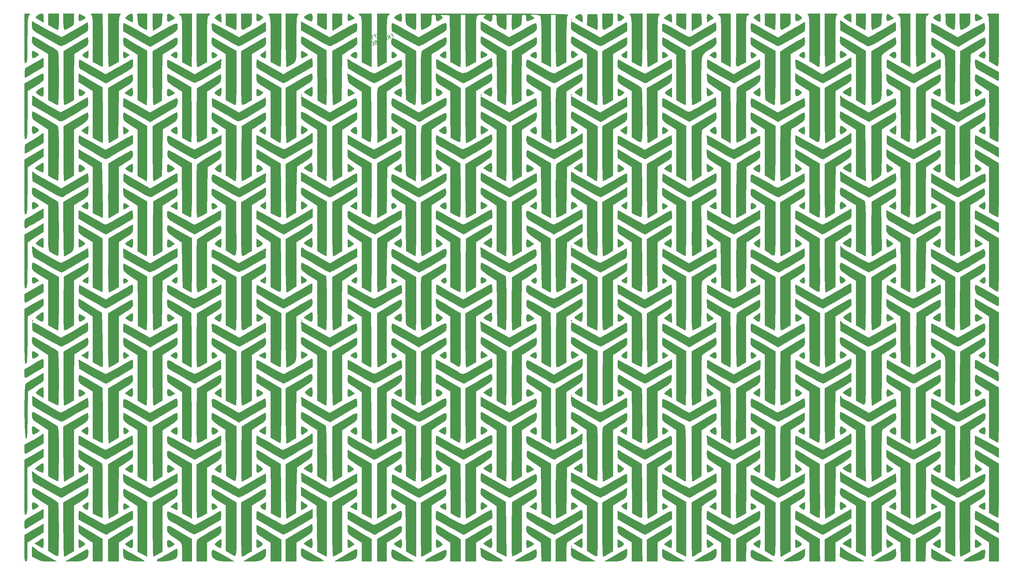
<source format=gbr>
G04 #@! TF.GenerationSoftware,KiCad,Pcbnew,(5.1.4)-1*
G04 #@! TF.CreationDate,2023-09-09T05:25:23-04:00*
G04 #@! TF.ProjectId,ThumbsUp,5468756d-6273-4557-902e-6b696361645f,rev?*
G04 #@! TF.SameCoordinates,Original*
G04 #@! TF.FileFunction,Legend,Bot*
G04 #@! TF.FilePolarity,Positive*
%FSLAX46Y46*%
G04 Gerber Fmt 4.6, Leading zero omitted, Abs format (unit mm)*
G04 Created by KiCad (PCBNEW (5.1.4)-1) date 2023-09-09 05:25:23*
%MOMM*%
%LPD*%
G04 APERTURE LIST*
%ADD10C,0.150000*%
%ADD11C,0.010000*%
G04 APERTURE END LIST*
D10*
X103496660Y-489855037D02*
X103938176Y-489676653D01*
X103563569Y-488749469D01*
X102991376Y-489494238D02*
X102682314Y-489619107D01*
X102746082Y-490158290D02*
X103187598Y-489979906D01*
X102812992Y-489052722D01*
X102371476Y-489231106D01*
X101843434Y-489958037D02*
X102152495Y-489833168D01*
X102348718Y-490318836D02*
X101974111Y-489391652D01*
X101532595Y-489570036D01*
X101311837Y-489659228D02*
X100782017Y-489873289D01*
X101421534Y-490693443D02*
X101046927Y-489766259D01*
X106655938Y-489793241D02*
X106964999Y-489668372D01*
X107161222Y-490154040D02*
X106786615Y-489226856D01*
X106345099Y-489405240D01*
X105836673Y-490689192D02*
X105967351Y-490122807D01*
X106366493Y-490475131D02*
X105991886Y-489547948D01*
X105638673Y-489690655D01*
X105568208Y-489770483D01*
X105541895Y-489832473D01*
X105533420Y-489938615D01*
X105586936Y-490071070D01*
X105666764Y-490141535D01*
X105728754Y-490167848D01*
X105834896Y-490176323D01*
X106188109Y-490033615D01*
X104888096Y-489993908D02*
X104711489Y-490065262D01*
X104641025Y-490145090D01*
X104588398Y-490269070D01*
X104615600Y-490463515D01*
X104740469Y-490772576D01*
X104855974Y-490931344D01*
X104979954Y-490983971D01*
X105086096Y-490992445D01*
X105262702Y-490921092D01*
X105333167Y-490841263D01*
X105385794Y-490717283D01*
X105358592Y-490522838D01*
X105233723Y-490213777D01*
X105118218Y-490055009D01*
X104994237Y-490002383D01*
X104888096Y-489993908D01*
X104467973Y-491242183D02*
X104093367Y-490314999D01*
X104051882Y-491102142D01*
X103475244Y-490564737D01*
X103849851Y-491491921D01*
X102196625Y-491594921D02*
X102082009Y-491692587D01*
X102055696Y-491754577D01*
X102047221Y-491860719D01*
X102100736Y-491993174D01*
X102180564Y-492063639D01*
X102242554Y-492089952D01*
X102348696Y-492098427D01*
X102701909Y-491955719D01*
X102327302Y-491028536D01*
X102018241Y-491153404D01*
X101947776Y-491233233D01*
X101921463Y-491295223D01*
X101912988Y-491401365D01*
X101948665Y-491489668D01*
X102028493Y-491560133D01*
X102090484Y-491586446D01*
X102196625Y-491594921D01*
X102505686Y-491470052D01*
X101578503Y-491844658D02*
X101269441Y-491969527D01*
X101333209Y-492508710D02*
X101774725Y-492330326D01*
X101400118Y-491403142D01*
X100958602Y-491581526D01*
X100494328Y-492847640D02*
X100935844Y-492669256D01*
X100561238Y-491742072D01*
X99634054Y-492116679D02*
X99457448Y-492188032D01*
X99386983Y-492267861D01*
X99334356Y-492391841D01*
X99361558Y-492586286D01*
X99486427Y-492895347D01*
X99601932Y-493054115D01*
X99725913Y-493106741D01*
X99832054Y-493115216D01*
X100008661Y-493043862D01*
X100079125Y-492964034D01*
X100131752Y-492840054D01*
X100104550Y-492645609D01*
X99979681Y-492336548D01*
X99864176Y-492177780D01*
X99740196Y-492125153D01*
X99634054Y-492116679D01*
X98927628Y-492402093D02*
X99081477Y-493418469D01*
X98637294Y-492827548D01*
X98728264Y-493561176D01*
X98132899Y-492723184D01*
D11*
G36*
X157076842Y-485255789D02*
G01*
X157210526Y-485389473D01*
X157344210Y-485255789D01*
X157210526Y-485122105D01*
X157076842Y-485255789D01*
X157076842Y-485255789D01*
G37*
X157076842Y-485255789D02*
X157210526Y-485389473D01*
X157344210Y-485255789D01*
X157210526Y-485122105D01*
X157076842Y-485255789D01*
G36*
X18656990Y-483744160D02*
G01*
X18586389Y-484295187D01*
X18580000Y-484565087D01*
X18615881Y-485309296D01*
X18800881Y-485590217D01*
X19251035Y-485476416D01*
X19716316Y-485236545D01*
X20239646Y-484917648D01*
X20424895Y-484651070D01*
X20232586Y-484366546D01*
X19623238Y-483993812D01*
X18780526Y-483571035D01*
X18656990Y-483744160D01*
X18656990Y-483744160D01*
G37*
X18656990Y-483744160D02*
X18586389Y-484295187D01*
X18580000Y-484565087D01*
X18615881Y-485309296D01*
X18800881Y-485590217D01*
X19251035Y-485476416D01*
X19716316Y-485236545D01*
X20239646Y-484917648D01*
X20424895Y-484651070D01*
X20232586Y-484366546D01*
X19623238Y-483993812D01*
X18780526Y-483571035D01*
X18656990Y-483744160D01*
G36*
X68655566Y-483755226D02*
G01*
X68583176Y-484348068D01*
X68577895Y-484587368D01*
X68657902Y-485345429D01*
X68932402Y-485626844D01*
X69453116Y-485452841D01*
X69910742Y-485134446D01*
X70332148Y-484753629D01*
X70451516Y-484523510D01*
X70445479Y-484516997D01*
X69928130Y-484140723D01*
X69338457Y-483774509D01*
X68885200Y-483544008D01*
X68785772Y-483517895D01*
X68655566Y-483755226D01*
X68655566Y-483755226D01*
G37*
X68655566Y-483755226D02*
X68583176Y-484348068D01*
X68577895Y-484587368D01*
X68657902Y-485345429D01*
X68932402Y-485626844D01*
X69453116Y-485452841D01*
X69910742Y-485134446D01*
X70332148Y-484753629D01*
X70451516Y-484523510D01*
X70445479Y-484516997D01*
X69928130Y-484140723D01*
X69338457Y-483774509D01*
X68885200Y-483544008D01*
X68785772Y-483517895D01*
X68655566Y-483755226D01*
G36*
X83261171Y-483642603D02*
G01*
X82632885Y-483940034D01*
X82127524Y-484295144D01*
X81946316Y-484568598D01*
X82163556Y-484784767D01*
X82687037Y-485096722D01*
X83324401Y-485407011D01*
X83883289Y-485618180D01*
X84094334Y-485656842D01*
X84256087Y-485419623D01*
X84346049Y-484827028D01*
X84352631Y-484587368D01*
X84308596Y-483888940D01*
X84128516Y-483579966D01*
X83808488Y-483517895D01*
X83261171Y-483642603D01*
X83261171Y-483642603D01*
G37*
X83261171Y-483642603D02*
X82632885Y-483940034D01*
X82127524Y-484295144D01*
X81946316Y-484568598D01*
X82163556Y-484784767D01*
X82687037Y-485096722D01*
X83324401Y-485407011D01*
X83883289Y-485618180D01*
X84094334Y-485656842D01*
X84256087Y-485419623D01*
X84346049Y-484827028D01*
X84352631Y-484587368D01*
X84308596Y-483888940D01*
X84128516Y-483579966D01*
X83808488Y-483517895D01*
X83261171Y-483642603D01*
G36*
X94320199Y-483755675D02*
G01*
X94250364Y-484347952D01*
X94245263Y-484587368D01*
X94279265Y-485308192D01*
X94457741Y-485587381D01*
X94895397Y-485484862D01*
X95434634Y-485208747D01*
X96222952Y-484782062D01*
X95434634Y-484151306D01*
X94873138Y-483740573D01*
X94487848Y-483527503D01*
X94445789Y-483519223D01*
X94320199Y-483755675D01*
X94320199Y-483755675D01*
G37*
X94320199Y-483755675D02*
X94250364Y-484347952D01*
X94245263Y-484587368D01*
X94279265Y-485308192D01*
X94457741Y-485587381D01*
X94895397Y-485484862D01*
X95434634Y-485208747D01*
X96222952Y-484782062D01*
X95434634Y-484151306D01*
X94873138Y-483740573D01*
X94487848Y-483527503D01*
X94445789Y-483519223D01*
X94320199Y-483755675D01*
G36*
X170255566Y-483755226D02*
G01*
X170183176Y-484348068D01*
X170177895Y-484587368D01*
X170257902Y-485345429D01*
X170532402Y-485626844D01*
X171053116Y-485452841D01*
X171510742Y-485134446D01*
X171932148Y-484753629D01*
X172051516Y-484523510D01*
X172045479Y-484516997D01*
X171528130Y-484140723D01*
X170938457Y-483774509D01*
X170485200Y-483544008D01*
X170385772Y-483517895D01*
X170255566Y-483755226D01*
X170255566Y-483755226D01*
G37*
X170255566Y-483755226D02*
X170183176Y-484348068D01*
X170177895Y-484587368D01*
X170257902Y-485345429D01*
X170532402Y-485626844D01*
X171053116Y-485452841D01*
X171510742Y-485134446D01*
X171932148Y-484753629D01*
X172051516Y-484523510D01*
X172045479Y-484516997D01*
X171528130Y-484140723D01*
X170938457Y-483774509D01*
X170485200Y-483544008D01*
X170385772Y-483517895D01*
X170255566Y-483755226D01*
G36*
X220185839Y-484028609D02*
G01*
X220175789Y-484587368D01*
X220239157Y-485315672D01*
X220493733Y-485595812D01*
X221036230Y-485481543D01*
X221445789Y-485293244D01*
X221951691Y-484919867D01*
X221945867Y-484525544D01*
X221422944Y-484069823D01*
X221270852Y-483976594D01*
X220614796Y-483620684D01*
X220292623Y-483615992D01*
X220185839Y-484028609D01*
X220185839Y-484028609D01*
G37*
X220185839Y-484028609D02*
X220175789Y-484587368D01*
X220239157Y-485315672D01*
X220493733Y-485595812D01*
X221036230Y-485481543D01*
X221445789Y-485293244D01*
X221951691Y-484919867D01*
X221945867Y-484525544D01*
X221422944Y-484069823D01*
X221270852Y-483976594D01*
X220614796Y-483620684D01*
X220292623Y-483615992D01*
X220185839Y-484028609D01*
G36*
X245873303Y-483991043D02*
G01*
X245843158Y-484587368D01*
X245877201Y-485308368D01*
X246055816Y-485587462D01*
X246493730Y-485484685D01*
X247031569Y-485209250D01*
X247818927Y-484783068D01*
X247083501Y-484150481D01*
X246425656Y-483655800D01*
X246044339Y-483594876D01*
X245873303Y-483991043D01*
X245873303Y-483991043D01*
G37*
X245873303Y-483991043D02*
X245843158Y-484587368D01*
X245877201Y-485308368D01*
X246055816Y-485587462D01*
X246493730Y-485484685D01*
X247031569Y-485209250D01*
X247818927Y-484783068D01*
X247083501Y-484150481D01*
X246425656Y-483655800D01*
X246044339Y-483594876D01*
X245873303Y-483991043D01*
G36*
X270755375Y-483952245D02*
G01*
X270708421Y-484587368D01*
X270765796Y-485297636D01*
X271000244Y-485589215D01*
X271505251Y-485501773D01*
X272145167Y-485196992D01*
X272913493Y-484793865D01*
X272145167Y-484165495D01*
X271419629Y-483655130D01*
X270973986Y-483578872D01*
X270755375Y-483952245D01*
X270755375Y-483952245D01*
G37*
X270755375Y-483952245D02*
X270708421Y-484587368D01*
X270765796Y-485297636D01*
X271000244Y-485589215D01*
X271505251Y-485501773D01*
X272145167Y-485196992D01*
X272913493Y-484793865D01*
X272145167Y-484165495D01*
X271419629Y-483655130D01*
X270973986Y-483578872D01*
X270755375Y-483952245D01*
G36*
X7593471Y-483649176D02*
G01*
X7076560Y-483959745D01*
X6670115Y-484324693D01*
X6534595Y-484619109D01*
X6572341Y-484676261D01*
X6849210Y-484854735D01*
X7415915Y-485202484D01*
X7684737Y-485364850D01*
X8687368Y-485967823D01*
X8687368Y-484742859D01*
X8659016Y-483990229D01*
X8525857Y-483630372D01*
X8215740Y-483522320D01*
X8060386Y-483517895D01*
X7593471Y-483649176D01*
X7593471Y-483649176D01*
G37*
X7593471Y-483649176D02*
X7076560Y-483959745D01*
X6670115Y-484324693D01*
X6534595Y-484619109D01*
X6572341Y-484676261D01*
X6849210Y-484854735D01*
X7415915Y-485202484D01*
X7684737Y-485364850D01*
X8687368Y-485967823D01*
X8687368Y-484742859D01*
X8659016Y-483990229D01*
X8525857Y-483630372D01*
X8215740Y-483522320D01*
X8060386Y-483517895D01*
X7593471Y-483649176D01*
G36*
X32973631Y-483658008D02*
G01*
X32326984Y-484137840D01*
X31606254Y-484757785D01*
X32594726Y-485340998D01*
X33226337Y-485698863D01*
X33638157Y-485904680D01*
X33701599Y-485924210D01*
X33772239Y-485685019D01*
X33814589Y-485079901D01*
X33820000Y-484721052D01*
X33738751Y-483884838D01*
X33469420Y-483535487D01*
X32973631Y-483658008D01*
X32973631Y-483658008D01*
G37*
X32973631Y-483658008D02*
X32326984Y-484137840D01*
X31606254Y-484757785D01*
X32594726Y-485340998D01*
X33226337Y-485698863D01*
X33638157Y-485904680D01*
X33701599Y-485924210D01*
X33772239Y-485685019D01*
X33814589Y-485079901D01*
X33820000Y-484721052D01*
X33738751Y-483884838D01*
X33469420Y-483535487D01*
X32973631Y-483658008D01*
G36*
X43490449Y-483955648D02*
G01*
X43445263Y-484571589D01*
X43491395Y-485267500D01*
X43606122Y-485693135D01*
X43645789Y-485735856D01*
X43981471Y-485681517D01*
X44568637Y-485409589D01*
X44754376Y-485303127D01*
X45662436Y-484759827D01*
X44888060Y-484140189D01*
X44157791Y-483640400D01*
X43709387Y-483573664D01*
X43490449Y-483955648D01*
X43490449Y-483955648D01*
G37*
X43490449Y-483955648D02*
X43445263Y-484571589D01*
X43491395Y-485267500D01*
X43606122Y-485693135D01*
X43645789Y-485735856D01*
X43981471Y-485681517D01*
X44568637Y-485409589D01*
X44754376Y-485303127D01*
X45662436Y-484759827D01*
X44888060Y-484140189D01*
X44157791Y-483640400D01*
X43709387Y-483573664D01*
X43490449Y-483955648D01*
G36*
X58135195Y-483652967D02*
G01*
X57604285Y-483969965D01*
X57123639Y-484336561D01*
X56883634Y-484620424D01*
X56882534Y-484660235D01*
X57138176Y-484935623D01*
X57676810Y-485335801D01*
X57820885Y-485429437D01*
X58685263Y-485976722D01*
X58685263Y-484747308D01*
X58654241Y-484020491D01*
X58575585Y-483579280D01*
X58525990Y-483517895D01*
X58135195Y-483652967D01*
X58135195Y-483652967D01*
G37*
X58135195Y-483652967D02*
X57604285Y-483969965D01*
X57123639Y-484336561D01*
X56883634Y-484620424D01*
X56882534Y-484660235D01*
X57138176Y-484935623D01*
X57676810Y-485335801D01*
X57820885Y-485429437D01*
X58685263Y-485976722D01*
X58685263Y-484747308D01*
X58654241Y-484020491D01*
X58575585Y-483579280D01*
X58525990Y-483517895D01*
X58135195Y-483652967D01*
G36*
X108769283Y-483644023D02*
G01*
X108188523Y-483942483D01*
X107651086Y-484293392D01*
X107358027Y-484576864D01*
X107346316Y-484618605D01*
X107554176Y-484873143D01*
X108049780Y-485214095D01*
X108641165Y-485534471D01*
X109136366Y-485727282D01*
X109329224Y-485723758D01*
X109457694Y-485350076D01*
X109488153Y-484734026D01*
X109433755Y-484087524D01*
X109307654Y-483622487D01*
X109192305Y-483517895D01*
X108769283Y-483644023D01*
X108769283Y-483644023D01*
G37*
X108769283Y-483644023D02*
X108188523Y-483942483D01*
X107651086Y-484293392D01*
X107358027Y-484576864D01*
X107346316Y-484618605D01*
X107554176Y-484873143D01*
X108049780Y-485214095D01*
X108641165Y-485534471D01*
X109136366Y-485727282D01*
X109329224Y-485723758D01*
X109457694Y-485350076D01*
X109488153Y-484734026D01*
X109433755Y-484087524D01*
X109307654Y-483622487D01*
X109192305Y-483517895D01*
X108769283Y-483644023D01*
G36*
X159383671Y-483688962D02*
G01*
X159036091Y-483836996D01*
X158425156Y-484217333D01*
X158299238Y-484575770D01*
X158666868Y-484982359D01*
X159218028Y-485330615D01*
X160285263Y-485940177D01*
X160285263Y-484878499D01*
X160203465Y-484028639D01*
X159921313Y-483647450D01*
X159383671Y-483688962D01*
X159383671Y-483688962D01*
G37*
X159383671Y-483688962D02*
X159036091Y-483836996D01*
X158425156Y-484217333D01*
X158299238Y-484575770D01*
X158666868Y-484982359D01*
X159218028Y-485330615D01*
X160285263Y-485940177D01*
X160285263Y-484878499D01*
X160203465Y-484028639D01*
X159921313Y-483647450D01*
X159383671Y-483688962D01*
G36*
X184645977Y-483669762D02*
G01*
X183958221Y-484153646D01*
X183166968Y-484786741D01*
X184292431Y-485360910D01*
X185417895Y-485935078D01*
X185417895Y-484726486D01*
X185351788Y-483904863D01*
X185114145Y-483560338D01*
X184645977Y-483669762D01*
X184645977Y-483669762D01*
G37*
X184645977Y-483669762D02*
X183958221Y-484153646D01*
X183166968Y-484786741D01*
X184292431Y-485360910D01*
X185417895Y-485935078D01*
X185417895Y-484726486D01*
X185351788Y-483904863D01*
X185114145Y-483560338D01*
X184645977Y-483669762D01*
G36*
X195343184Y-484025870D02*
G01*
X195310526Y-484721052D01*
X195323766Y-485433315D01*
X195357273Y-485852832D01*
X195377368Y-485902060D01*
X195624431Y-485761720D01*
X196158313Y-485439050D01*
X196351957Y-485320052D01*
X197259703Y-484760194D01*
X196537574Y-484139044D01*
X195888405Y-483652213D01*
X195512769Y-483603820D01*
X195343184Y-484025870D01*
X195343184Y-484025870D01*
G37*
X195343184Y-484025870D02*
X195310526Y-484721052D01*
X195323766Y-485433315D01*
X195357273Y-485852832D01*
X195377368Y-485902060D01*
X195624431Y-485761720D01*
X196158313Y-485439050D01*
X196351957Y-485320052D01*
X197259703Y-484760194D01*
X196537574Y-484139044D01*
X195888405Y-483652213D01*
X195512769Y-483603820D01*
X195343184Y-484025870D01*
G36*
X209762375Y-483649269D02*
G01*
X209223949Y-483956850D01*
X208710549Y-484310823D01*
X208424122Y-484581373D01*
X208411579Y-484618605D01*
X208619985Y-484856567D01*
X209140351Y-485227353D01*
X209347368Y-485354047D01*
X210283158Y-485906176D01*
X210283158Y-484712035D01*
X210251275Y-483997395D01*
X210170677Y-483570799D01*
X210123884Y-483517895D01*
X209762375Y-483649269D01*
X209762375Y-483649269D01*
G37*
X209762375Y-483649269D02*
X209223949Y-483956850D01*
X208710549Y-484310823D01*
X208424122Y-484581373D01*
X208411579Y-484618605D01*
X208619985Y-484856567D01*
X209140351Y-485227353D01*
X209347368Y-485354047D01*
X210283158Y-485906176D01*
X210283158Y-484712035D01*
X210251275Y-483997395D01*
X210170677Y-483570799D01*
X210123884Y-483517895D01*
X209762375Y-483649269D01*
G36*
X234776697Y-483679271D02*
G01*
X234190668Y-484022140D01*
X233826047Y-484367080D01*
X233787916Y-484655276D01*
X234127766Y-484971946D01*
X234897089Y-485402306D01*
X235081579Y-485496608D01*
X235950526Y-485937942D01*
X235950526Y-484727918D01*
X235917661Y-483976192D01*
X235776524Y-483619324D01*
X235463304Y-483519289D01*
X235391119Y-483517895D01*
X234776697Y-483679271D01*
X234776697Y-483679271D01*
G37*
X234776697Y-483679271D02*
X234190668Y-484022140D01*
X233826047Y-484367080D01*
X233787916Y-484655276D01*
X234127766Y-484971946D01*
X234897089Y-485402306D01*
X235081579Y-485496608D01*
X235950526Y-485937942D01*
X235950526Y-484727918D01*
X235917661Y-483976192D01*
X235776524Y-483619324D01*
X235463304Y-483519289D01*
X235391119Y-483517895D01*
X234776697Y-483679271D01*
G36*
X260367177Y-483644023D02*
G01*
X259786418Y-483942483D01*
X259248980Y-484293392D01*
X258955922Y-484576864D01*
X258944210Y-484618605D01*
X259152071Y-484873143D01*
X259647675Y-485214095D01*
X260239060Y-485534471D01*
X260734260Y-485727282D01*
X260927119Y-485723758D01*
X261055589Y-485350076D01*
X261086048Y-484734026D01*
X261031650Y-484087524D01*
X260905549Y-483622487D01*
X260790200Y-483517895D01*
X260367177Y-483644023D01*
X260367177Y-483644023D01*
G37*
X260367177Y-483644023D02*
X259786418Y-483942483D01*
X259248980Y-484293392D01*
X258955922Y-484576864D01*
X258944210Y-484618605D01*
X259152071Y-484873143D01*
X259647675Y-485214095D01*
X260239060Y-485534471D01*
X260734260Y-485727282D01*
X260927119Y-485723758D01*
X261055589Y-485350076D01*
X261086048Y-484734026D01*
X261031650Y-484087524D01*
X260905549Y-483622487D01*
X260790200Y-483517895D01*
X260367177Y-483644023D01*
G36*
X10024210Y-486680598D02*
G01*
X11261044Y-487371878D01*
X12000208Y-487762055D01*
X12553927Y-488012718D01*
X12731571Y-488063158D01*
X12837173Y-487816314D01*
X12917940Y-487157603D01*
X12961250Y-486209753D01*
X12965263Y-485790526D01*
X12965263Y-483517895D01*
X10024210Y-483517895D01*
X10024210Y-486680598D01*
X10024210Y-486680598D01*
G37*
X10024210Y-486680598D02*
X11261044Y-487371878D01*
X12000208Y-487762055D01*
X12553927Y-488012718D01*
X12731571Y-488063158D01*
X12837173Y-487816314D01*
X12917940Y-487157603D01*
X12961250Y-486209753D01*
X12965263Y-485790526D01*
X12965263Y-483517895D01*
X10024210Y-483517895D01*
X10024210Y-486680598D01*
G36*
X14302105Y-485790526D02*
G01*
X14316889Y-486973972D01*
X14406280Y-487681028D01*
X14637835Y-487969994D01*
X15079113Y-487899172D01*
X15797672Y-487526862D01*
X16106842Y-487347960D01*
X16738940Y-486958291D01*
X17078290Y-486611299D01*
X17215958Y-486126996D01*
X17243008Y-485325396D01*
X17243158Y-485102073D01*
X17243158Y-483517895D01*
X14302105Y-483517895D01*
X14302105Y-485790526D01*
X14302105Y-485790526D01*
G37*
X14302105Y-485790526D02*
X14316889Y-486973972D01*
X14406280Y-487681028D01*
X14637835Y-487969994D01*
X15079113Y-487899172D01*
X15797672Y-487526862D01*
X16106842Y-487347960D01*
X16738940Y-486958291D01*
X17078290Y-486611299D01*
X17215958Y-486126996D01*
X17243008Y-485325396D01*
X17243158Y-485102073D01*
X17243158Y-483517895D01*
X14302105Y-483517895D01*
X14302105Y-485790526D01*
G36*
X35210926Y-485149512D02*
G01*
X35271352Y-486057384D01*
X35403567Y-486605859D01*
X35701685Y-486969809D01*
X36259821Y-487324109D01*
X36434019Y-487422144D01*
X37120949Y-487793980D01*
X37593740Y-488025294D01*
X37704019Y-488063158D01*
X37761190Y-487816270D01*
X37804914Y-487157451D01*
X37828357Y-486209462D01*
X37830526Y-485790526D01*
X37830526Y-483517895D01*
X35131326Y-483517895D01*
X35210926Y-485149512D01*
X35210926Y-485149512D01*
G37*
X35210926Y-485149512D02*
X35271352Y-486057384D01*
X35403567Y-486605859D01*
X35701685Y-486969809D01*
X36259821Y-487324109D01*
X36434019Y-487422144D01*
X37120949Y-487793980D01*
X37593740Y-488025294D01*
X37704019Y-488063158D01*
X37761190Y-487816270D01*
X37804914Y-487157451D01*
X37828357Y-486209462D01*
X37830526Y-485790526D01*
X37830526Y-483517895D01*
X35131326Y-483517895D01*
X35210926Y-485149512D01*
G36*
X60022105Y-486717307D02*
G01*
X61350059Y-487390233D01*
X62103300Y-487759965D01*
X62646493Y-488004384D01*
X62820585Y-488063158D01*
X62885017Y-487816275D01*
X62934293Y-487157468D01*
X62960712Y-486209495D01*
X62963158Y-485790526D01*
X62963158Y-483517895D01*
X60022105Y-483517895D01*
X60022105Y-486717307D01*
X60022105Y-486717307D01*
G37*
X60022105Y-486717307D02*
X61350059Y-487390233D01*
X62103300Y-487759965D01*
X62646493Y-488004384D01*
X62820585Y-488063158D01*
X62885017Y-487816275D01*
X62934293Y-487157468D01*
X62960712Y-486209495D01*
X62963158Y-485790526D01*
X62963158Y-483517895D01*
X60022105Y-483517895D01*
X60022105Y-486717307D01*
G36*
X64300000Y-485790526D02*
G01*
X64314784Y-486973972D01*
X64404175Y-487681028D01*
X64635730Y-487969994D01*
X65077008Y-487899172D01*
X65795567Y-487526862D01*
X66104737Y-487347960D01*
X66736835Y-486958291D01*
X67076185Y-486611299D01*
X67213852Y-486126996D01*
X67240903Y-485325396D01*
X67241053Y-485102073D01*
X67241053Y-483517895D01*
X64300000Y-483517895D01*
X64300000Y-485790526D01*
X64300000Y-485790526D01*
G37*
X64300000Y-485790526D02*
X64314784Y-486973972D01*
X64404175Y-487681028D01*
X64635730Y-487969994D01*
X65077008Y-487899172D01*
X65795567Y-487526862D01*
X66104737Y-487347960D01*
X66736835Y-486958291D01*
X67076185Y-486611299D01*
X67213852Y-486126996D01*
X67240903Y-485325396D01*
X67241053Y-485102073D01*
X67241053Y-483517895D01*
X64300000Y-483517895D01*
X64300000Y-485790526D01*
G36*
X85689474Y-486675504D02*
G01*
X86873400Y-487369331D01*
X87575126Y-487764506D01*
X88074009Y-488015783D01*
X88210242Y-488063158D01*
X88279347Y-487816279D01*
X88332198Y-487157480D01*
X88360535Y-486209518D01*
X88363158Y-485790526D01*
X88363158Y-483517895D01*
X85689474Y-483517895D01*
X85689474Y-486675504D01*
X85689474Y-486675504D01*
G37*
X85689474Y-486675504D02*
X86873400Y-487369331D01*
X87575126Y-487764506D01*
X88074009Y-488015783D01*
X88210242Y-488063158D01*
X88279347Y-487816279D01*
X88332198Y-487157480D01*
X88360535Y-486209518D01*
X88363158Y-485790526D01*
X88363158Y-483517895D01*
X85689474Y-483517895D01*
X85689474Y-486675504D01*
G36*
X110554737Y-484946982D02*
G01*
X110626909Y-485976703D01*
X110863691Y-486608301D01*
X111022631Y-486786319D01*
X111514313Y-487139619D01*
X112189674Y-487541438D01*
X112851638Y-487883602D01*
X113303126Y-488057935D01*
X113348828Y-488063158D01*
X113415243Y-487816277D01*
X113466036Y-487157473D01*
X113493269Y-486209504D01*
X113495789Y-485790526D01*
X113495789Y-483517895D01*
X110554737Y-483517895D01*
X110554737Y-484946982D01*
X110554737Y-484946982D01*
G37*
X110554737Y-484946982D02*
X110626909Y-485976703D01*
X110863691Y-486608301D01*
X111022631Y-486786319D01*
X111514313Y-487139619D01*
X112189674Y-487541438D01*
X112851638Y-487883602D01*
X113303126Y-488057935D01*
X113348828Y-488063158D01*
X113415243Y-487816277D01*
X113466036Y-487157473D01*
X113493269Y-486209504D01*
X113495789Y-485790526D01*
X113495789Y-483517895D01*
X110554737Y-483517895D01*
X110554737Y-484946982D01*
G36*
X161675936Y-485177850D02*
G01*
X161596082Y-486704120D01*
X162937047Y-487383639D01*
X163696330Y-487755630D01*
X164248399Y-488002447D01*
X164431398Y-488063158D01*
X164492947Y-487816862D01*
X164523171Y-487160900D01*
X164517800Y-486219655D01*
X164507129Y-485857368D01*
X164429474Y-483651579D01*
X161755789Y-483651579D01*
X161675936Y-485177850D01*
X161675936Y-485177850D01*
G37*
X161675936Y-485177850D02*
X161596082Y-486704120D01*
X162937047Y-487383639D01*
X163696330Y-487755630D01*
X164248399Y-488002447D01*
X164431398Y-488063158D01*
X164492947Y-487816862D01*
X164523171Y-487160900D01*
X164517800Y-486219655D01*
X164507129Y-485857368D01*
X164429474Y-483651579D01*
X161755789Y-483651579D01*
X161675936Y-485177850D01*
G36*
X165900000Y-485790526D02*
G01*
X165914784Y-486973972D01*
X166004175Y-487681028D01*
X166235730Y-487969994D01*
X166677008Y-487899172D01*
X167395567Y-487526862D01*
X167704737Y-487347960D01*
X168336835Y-486958291D01*
X168676185Y-486611299D01*
X168813852Y-486126996D01*
X168840903Y-485325396D01*
X168841053Y-485102073D01*
X168841053Y-483517895D01*
X165900000Y-483517895D01*
X165900000Y-485790526D01*
X165900000Y-485790526D01*
G37*
X165900000Y-485790526D02*
X165914784Y-486973972D01*
X166004175Y-487681028D01*
X166235730Y-487969994D01*
X166677008Y-487899172D01*
X167395567Y-487526862D01*
X167704737Y-487347960D01*
X168336835Y-486958291D01*
X168676185Y-486611299D01*
X168813852Y-486126996D01*
X168840903Y-485325396D01*
X168841053Y-485102073D01*
X168841053Y-483517895D01*
X165900000Y-483517895D01*
X165900000Y-485790526D01*
G36*
X186754737Y-486675504D02*
G01*
X187938663Y-487369331D01*
X188640389Y-487764506D01*
X189139272Y-488015783D01*
X189275505Y-488063158D01*
X189344610Y-487816279D01*
X189397461Y-487157480D01*
X189425798Y-486209518D01*
X189428421Y-485790526D01*
X189428421Y-483517895D01*
X186754737Y-483517895D01*
X186754737Y-486675504D01*
X186754737Y-486675504D01*
G37*
X186754737Y-486675504D02*
X187938663Y-487369331D01*
X188640389Y-487764506D01*
X189139272Y-488015783D01*
X189275505Y-488063158D01*
X189344610Y-487816279D01*
X189397461Y-487157480D01*
X189425798Y-486209518D01*
X189428421Y-485790526D01*
X189428421Y-483517895D01*
X186754737Y-483517895D01*
X186754737Y-486675504D01*
G36*
X211620000Y-486717307D02*
G01*
X212947954Y-487390233D01*
X213701194Y-487759965D01*
X214244388Y-488004384D01*
X214418480Y-488063158D01*
X214482911Y-487816275D01*
X214532188Y-487157468D01*
X214558607Y-486209495D01*
X214561053Y-485790526D01*
X214561053Y-483517895D01*
X211620000Y-483517895D01*
X211620000Y-486717307D01*
X211620000Y-486717307D01*
G37*
X211620000Y-486717307D02*
X212947954Y-487390233D01*
X213701194Y-487759965D01*
X214244388Y-488004384D01*
X214418480Y-488063158D01*
X214482911Y-487816275D01*
X214532188Y-487157468D01*
X214558607Y-486209495D01*
X214561053Y-485790526D01*
X214561053Y-483517895D01*
X211620000Y-483517895D01*
X211620000Y-486717307D01*
G36*
X215897895Y-485790526D02*
G01*
X215912679Y-486973972D01*
X216002069Y-487681028D01*
X216233625Y-487969994D01*
X216674903Y-487899172D01*
X217393462Y-487526862D01*
X217702631Y-487347960D01*
X218334730Y-486958291D01*
X218674080Y-486611299D01*
X218811747Y-486126996D01*
X218838797Y-485325396D01*
X218838947Y-485102073D01*
X218838947Y-483517895D01*
X215897895Y-483517895D01*
X215897895Y-485790526D01*
X215897895Y-485790526D01*
G37*
X215897895Y-485790526D02*
X215912679Y-486973972D01*
X216002069Y-487681028D01*
X216233625Y-487969994D01*
X216674903Y-487899172D01*
X217393462Y-487526862D01*
X217702631Y-487347960D01*
X218334730Y-486958291D01*
X218674080Y-486611299D01*
X218811747Y-486126996D01*
X218838797Y-485325396D01*
X218838947Y-485102073D01*
X218838947Y-483517895D01*
X215897895Y-483517895D01*
X215897895Y-485790526D01*
G36*
X237287368Y-486680598D02*
G01*
X238524202Y-487371878D01*
X239234037Y-487758962D01*
X239727206Y-488009825D01*
X239861044Y-488063158D01*
X239906241Y-487816263D01*
X239940806Y-487157427D01*
X239959338Y-486209417D01*
X239961053Y-485790526D01*
X239961053Y-483517895D01*
X237287368Y-483517895D01*
X237287368Y-486680598D01*
X237287368Y-486680598D01*
G37*
X237287368Y-486680598D02*
X238524202Y-487371878D01*
X239234037Y-487758962D01*
X239727206Y-488009825D01*
X239861044Y-488063158D01*
X239906241Y-487816263D01*
X239940806Y-487157427D01*
X239959338Y-486209417D01*
X239961053Y-485790526D01*
X239961053Y-483517895D01*
X237287368Y-483517895D01*
X237287368Y-486680598D01*
G36*
X241565263Y-485790526D02*
G01*
X241587021Y-486815714D01*
X241645086Y-487597562D01*
X241728648Y-488014177D01*
X241765789Y-488051341D01*
X242106275Y-487930133D01*
X242730260Y-487638356D01*
X243035789Y-487483047D01*
X243700300Y-487129789D01*
X244132802Y-486885830D01*
X244205717Y-486837392D01*
X244275243Y-486544638D01*
X244354363Y-485874132D01*
X244414267Y-485133055D01*
X244522363Y-483517895D01*
X241565263Y-483517895D01*
X241565263Y-485790526D01*
X241565263Y-485790526D01*
G37*
X241565263Y-485790526D02*
X241587021Y-486815714D01*
X241645086Y-487597562D01*
X241728648Y-488014177D01*
X241765789Y-488051341D01*
X242106275Y-487930133D01*
X242730260Y-487638356D01*
X243035789Y-487483047D01*
X243700300Y-487129789D01*
X244132802Y-486885830D01*
X244205717Y-486837392D01*
X244275243Y-486544638D01*
X244354363Y-485874132D01*
X244414267Y-485133055D01*
X244522363Y-483517895D01*
X241565263Y-483517895D01*
X241565263Y-485790526D01*
G36*
X262474084Y-485181682D02*
G01*
X262534363Y-486101968D01*
X262661789Y-486658108D01*
X262942609Y-487020350D01*
X263463071Y-487358944D01*
X263623158Y-487449916D01*
X264304689Y-487813206D01*
X264788305Y-488031206D01*
X264893158Y-488058759D01*
X264983758Y-487813988D01*
X265053057Y-487157009D01*
X265090231Y-486210247D01*
X265093684Y-485790526D01*
X265093684Y-483517895D01*
X262394484Y-483517895D01*
X262474084Y-485181682D01*
X262474084Y-485181682D01*
G37*
X262474084Y-485181682D02*
X262534363Y-486101968D01*
X262661789Y-486658108D01*
X262942609Y-487020350D01*
X263463071Y-487358944D01*
X263623158Y-487449916D01*
X264304689Y-487813206D01*
X264788305Y-488031206D01*
X264893158Y-488058759D01*
X264983758Y-487813988D01*
X265053057Y-487157009D01*
X265090231Y-486210247D01*
X265093684Y-485790526D01*
X265093684Y-483517895D01*
X262394484Y-483517895D01*
X262474084Y-485181682D01*
G36*
X266430526Y-485790526D02*
G01*
X266447772Y-486985614D01*
X266542516Y-487702832D01*
X266779270Y-487998893D01*
X267222542Y-487930506D01*
X267936845Y-487554381D01*
X268235263Y-487377053D01*
X268866783Y-486976619D01*
X269206163Y-486622824D01*
X269344133Y-486134413D01*
X269371419Y-485330133D01*
X269371579Y-485106951D01*
X269371579Y-483517895D01*
X266430526Y-483517895D01*
X266430526Y-485790526D01*
X266430526Y-485790526D01*
G37*
X266430526Y-485790526D02*
X266447772Y-486985614D01*
X266542516Y-487702832D01*
X266779270Y-487998893D01*
X267222542Y-487930506D01*
X267936845Y-487554381D01*
X268235263Y-487377053D01*
X268866783Y-486976619D01*
X269206163Y-486622824D01*
X269344133Y-486134413D01*
X269371419Y-485330133D01*
X269371579Y-485106951D01*
X269371579Y-483517895D01*
X266430526Y-483517895D01*
X266430526Y-485790526D01*
G36*
X39434737Y-485924210D02*
G01*
X39441598Y-486980876D01*
X39459980Y-487796353D01*
X39486577Y-488252712D01*
X39501579Y-488309510D01*
X39747493Y-488171160D01*
X40306680Y-487838707D01*
X40771579Y-487557901D01*
X41431263Y-487135906D01*
X41798165Y-486768404D01*
X41968663Y-486276181D01*
X42039134Y-485480020D01*
X42054337Y-485172602D01*
X42133937Y-483517895D01*
X39434737Y-483517895D01*
X39434737Y-485924210D01*
X39434737Y-485924210D01*
G37*
X39434737Y-485924210D02*
X39441598Y-486980876D01*
X39459980Y-487796353D01*
X39486577Y-488252712D01*
X39501579Y-488309510D01*
X39747493Y-488171160D01*
X40306680Y-487838707D01*
X40771579Y-487557901D01*
X41431263Y-487135906D01*
X41798165Y-486768404D01*
X41968663Y-486276181D01*
X42039134Y-485480020D01*
X42054337Y-485172602D01*
X42133937Y-483517895D01*
X39434737Y-483517895D01*
X39434737Y-485924210D01*
G36*
X89967368Y-485924210D02*
G01*
X89974231Y-486981230D01*
X89992617Y-487797410D01*
X90019219Y-488254663D01*
X90034210Y-488311922D01*
X90277045Y-488170766D01*
X90834372Y-487825666D01*
X91371053Y-487487209D01*
X92641053Y-486681101D01*
X92641053Y-483517895D01*
X89967368Y-483517895D01*
X89967368Y-485924210D01*
X89967368Y-485924210D01*
G37*
X89967368Y-485924210D02*
X89974231Y-486981230D01*
X89992617Y-487797410D01*
X90019219Y-488254663D01*
X90034210Y-488311922D01*
X90277045Y-488170766D01*
X90834372Y-487825666D01*
X91371053Y-487487209D01*
X92641053Y-486681101D01*
X92641053Y-483517895D01*
X89967368Y-483517895D01*
X89967368Y-485924210D01*
G36*
X191032631Y-485924210D02*
G01*
X191039487Y-486979290D01*
X191057852Y-487791618D01*
X191084428Y-488243974D01*
X191099474Y-488298691D01*
X191350143Y-488162423D01*
X191924159Y-487845592D01*
X192433080Y-487563428D01*
X193159711Y-487123360D01*
X193665401Y-486748640D01*
X193803696Y-486590097D01*
X193838698Y-486186860D01*
X193814880Y-485449639D01*
X193772914Y-484919044D01*
X193638282Y-483517895D01*
X191032631Y-483517895D01*
X191032631Y-485924210D01*
X191032631Y-485924210D01*
G37*
X191032631Y-485924210D02*
X191039487Y-486979290D01*
X191057852Y-487791618D01*
X191084428Y-488243974D01*
X191099474Y-488298691D01*
X191350143Y-488162423D01*
X191924159Y-487845592D01*
X192433080Y-487563428D01*
X193159711Y-487123360D01*
X193665401Y-486748640D01*
X193803696Y-486590097D01*
X193838698Y-486186860D01*
X193814880Y-485449639D01*
X193772914Y-484919044D01*
X193638282Y-483517895D01*
X191032631Y-483517895D01*
X191032631Y-485924210D01*
G36*
X5478947Y-486815235D02*
G01*
X5500673Y-487471613D01*
X5634483Y-487914197D01*
X5983326Y-488286154D01*
X6650152Y-488730650D01*
X7016316Y-488953180D01*
X8874837Y-490060393D01*
X10507507Y-491002095D01*
X11864840Y-491751391D01*
X12897352Y-492281389D01*
X13555558Y-492565196D01*
X13738893Y-492606618D01*
X14113405Y-492474073D01*
X14848649Y-492111206D01*
X15850051Y-491568119D01*
X17023033Y-490894913D01*
X17466758Y-490631754D01*
X18666623Y-489906978D01*
X19709265Y-489263991D01*
X20504449Y-488759434D01*
X20961944Y-488449946D01*
X21026538Y-488397251D01*
X21173373Y-487983064D01*
X21215516Y-487275717D01*
X21203990Y-487053282D01*
X21120000Y-485970755D01*
X17644210Y-487975927D01*
X16407859Y-488686464D01*
X15327326Y-489302358D01*
X14491184Y-489773515D01*
X13988004Y-490049840D01*
X13892328Y-490097905D01*
X13554902Y-490014945D01*
X12818845Y-489686543D01*
X11743264Y-489143704D01*
X10387262Y-488417433D01*
X8809944Y-487538736D01*
X7070414Y-486538617D01*
X6748947Y-486350622D01*
X5478947Y-485606030D01*
X5478947Y-486815235D01*
X5478947Y-486815235D01*
G37*
X5478947Y-486815235D02*
X5500673Y-487471613D01*
X5634483Y-487914197D01*
X5983326Y-488286154D01*
X6650152Y-488730650D01*
X7016316Y-488953180D01*
X8874837Y-490060393D01*
X10507507Y-491002095D01*
X11864840Y-491751391D01*
X12897352Y-492281389D01*
X13555558Y-492565196D01*
X13738893Y-492606618D01*
X14113405Y-492474073D01*
X14848649Y-492111206D01*
X15850051Y-491568119D01*
X17023033Y-490894913D01*
X17466758Y-490631754D01*
X18666623Y-489906978D01*
X19709265Y-489263991D01*
X20504449Y-488759434D01*
X20961944Y-488449946D01*
X21026538Y-488397251D01*
X21173373Y-487983064D01*
X21215516Y-487275717D01*
X21203990Y-487053282D01*
X21120000Y-485970755D01*
X17644210Y-487975927D01*
X16407859Y-488686464D01*
X15327326Y-489302358D01*
X14491184Y-489773515D01*
X13988004Y-490049840D01*
X13892328Y-490097905D01*
X13554902Y-490014945D01*
X12818845Y-489686543D01*
X11743264Y-489143704D01*
X10387262Y-488417433D01*
X8809944Y-487538736D01*
X7070414Y-486538617D01*
X6748947Y-486350622D01*
X5478947Y-485606030D01*
X5478947Y-486815235D01*
G36*
X81155936Y-486949415D02*
G01*
X81167661Y-488196842D01*
X85002102Y-490402631D01*
X86318511Y-491142021D01*
X87502258Y-491773525D01*
X88464338Y-492252245D01*
X89115746Y-492533276D01*
X89335114Y-492588577D01*
X89731563Y-492449554D01*
X90489947Y-492080027D01*
X91516519Y-491529306D01*
X92717532Y-490846704D01*
X93309474Y-490498003D01*
X96785263Y-488427272D01*
X96867478Y-487309426D01*
X96856031Y-486524785D01*
X96681313Y-486198186D01*
X96638588Y-486191579D01*
X96308151Y-486317979D01*
X95603673Y-486666321D01*
X94613710Y-487190314D01*
X93426815Y-487843668D01*
X92778238Y-488209481D01*
X89228994Y-490227383D01*
X81144210Y-485701989D01*
X81155936Y-486949415D01*
X81155936Y-486949415D01*
G37*
X81155936Y-486949415D02*
X81167661Y-488196842D01*
X85002102Y-490402631D01*
X86318511Y-491142021D01*
X87502258Y-491773525D01*
X88464338Y-492252245D01*
X89115746Y-492533276D01*
X89335114Y-492588577D01*
X89731563Y-492449554D01*
X90489947Y-492080027D01*
X91516519Y-491529306D01*
X92717532Y-490846704D01*
X93309474Y-490498003D01*
X96785263Y-488427272D01*
X96867478Y-487309426D01*
X96856031Y-486524785D01*
X96681313Y-486198186D01*
X96638588Y-486191579D01*
X96308151Y-486317979D01*
X95603673Y-486666321D01*
X94613710Y-487190314D01*
X93426815Y-487843668D01*
X92778238Y-488209481D01*
X89228994Y-490227383D01*
X81144210Y-485701989D01*
X81155936Y-486949415D01*
G36*
X121562958Y-486187949D02*
G01*
X120897127Y-486502763D01*
X119936335Y-487004131D01*
X118763351Y-487649432D01*
X117967561Y-488102117D01*
X114284596Y-490222742D01*
X112887561Y-489454784D01*
X111993930Y-488958990D01*
X110843737Y-488314592D01*
X109644785Y-487638145D01*
X109294011Y-487439202D01*
X108314653Y-486897033D01*
X107503006Y-486473876D01*
X106975062Y-486228921D01*
X106849070Y-486191579D01*
X106705198Y-486429146D01*
X106637816Y-487026315D01*
X106639270Y-487320595D01*
X106677895Y-488449612D01*
X110287368Y-490524604D01*
X111557334Y-491240630D01*
X112684940Y-491850133D01*
X113580314Y-492306546D01*
X114153583Y-492563304D01*
X114297895Y-492602546D01*
X114705706Y-492474700D01*
X115429751Y-492132820D01*
X116331317Y-491643887D01*
X116570526Y-491505154D01*
X118297342Y-490491411D01*
X119619609Y-489711734D01*
X120590946Y-489124460D01*
X121264970Y-488687926D01*
X121695299Y-488360467D01*
X121935552Y-488100421D01*
X122039347Y-487866125D01*
X122060301Y-487615914D01*
X122052034Y-487308125D01*
X122051579Y-487246156D01*
X122004024Y-486557885D01*
X121886210Y-486139350D01*
X121851053Y-486102315D01*
X121562958Y-486187949D01*
X121562958Y-486187949D01*
G37*
X121562958Y-486187949D02*
X120897127Y-486502763D01*
X119936335Y-487004131D01*
X118763351Y-487649432D01*
X117967561Y-488102117D01*
X114284596Y-490222742D01*
X112887561Y-489454784D01*
X111993930Y-488958990D01*
X110843737Y-488314592D01*
X109644785Y-487638145D01*
X109294011Y-487439202D01*
X108314653Y-486897033D01*
X107503006Y-486473876D01*
X106975062Y-486228921D01*
X106849070Y-486191579D01*
X106705198Y-486429146D01*
X106637816Y-487026315D01*
X106639270Y-487320595D01*
X106677895Y-488449612D01*
X110287368Y-490524604D01*
X111557334Y-491240630D01*
X112684940Y-491850133D01*
X113580314Y-492306546D01*
X114153583Y-492563304D01*
X114297895Y-492602546D01*
X114705706Y-492474700D01*
X115429751Y-492132820D01*
X116331317Y-491643887D01*
X116570526Y-491505154D01*
X118297342Y-490491411D01*
X119619609Y-489711734D01*
X120590946Y-489124460D01*
X121264970Y-488687926D01*
X121695299Y-488360467D01*
X121935552Y-488100421D01*
X122039347Y-487866125D01*
X122060301Y-487615914D01*
X122052034Y-487308125D01*
X122051579Y-487246156D01*
X122004024Y-486557885D01*
X121886210Y-486139350D01*
X121851053Y-486102315D01*
X121562958Y-486187949D01*
G36*
X157125074Y-486805636D02*
G01*
X157126156Y-487594960D01*
X157328963Y-488071350D01*
X157629696Y-488329939D01*
X158366977Y-488802588D01*
X159360738Y-489399676D01*
X160513852Y-490067447D01*
X161729191Y-490752147D01*
X162909629Y-491400022D01*
X163958038Y-491957316D01*
X164777290Y-492370275D01*
X165270259Y-492585143D01*
X165351741Y-492603674D01*
X165717757Y-492472173D01*
X166451236Y-492112972D01*
X167461297Y-491573804D01*
X168657058Y-490902402D01*
X169296964Y-490531568D01*
X172827612Y-488464210D01*
X172839596Y-487178431D01*
X172809734Y-486459105D01*
X172720269Y-486046319D01*
X172651053Y-486003909D01*
X172360626Y-486170613D01*
X171693159Y-486556283D01*
X170734101Y-487111472D01*
X169568902Y-487786730D01*
X168927595Y-488158636D01*
X167700106Y-488866486D01*
X166643376Y-489467993D01*
X165840004Y-489916760D01*
X165372585Y-490166394D01*
X165289613Y-490202105D01*
X165030857Y-490076676D01*
X164385730Y-489729059D01*
X163432206Y-489202256D01*
X162248258Y-488539270D01*
X161192544Y-487942538D01*
X157210526Y-485682972D01*
X157125074Y-486805636D01*
X157125074Y-486805636D01*
G37*
X157125074Y-486805636D02*
X157126156Y-487594960D01*
X157328963Y-488071350D01*
X157629696Y-488329939D01*
X158366977Y-488802588D01*
X159360738Y-489399676D01*
X160513852Y-490067447D01*
X161729191Y-490752147D01*
X162909629Y-491400022D01*
X163958038Y-491957316D01*
X164777290Y-492370275D01*
X165270259Y-492585143D01*
X165351741Y-492603674D01*
X165717757Y-492472173D01*
X166451236Y-492112972D01*
X167461297Y-491573804D01*
X168657058Y-490902402D01*
X169296964Y-490531568D01*
X172827612Y-488464210D01*
X172839596Y-487178431D01*
X172809734Y-486459105D01*
X172720269Y-486046319D01*
X172651053Y-486003909D01*
X172360626Y-486170613D01*
X171693159Y-486556283D01*
X170734101Y-487111472D01*
X169568902Y-487786730D01*
X168927595Y-488158636D01*
X167700106Y-488866486D01*
X166643376Y-489467993D01*
X165840004Y-489916760D01*
X165372585Y-490166394D01*
X165289613Y-490202105D01*
X165030857Y-490076676D01*
X164385730Y-489729059D01*
X163432206Y-489202256D01*
X162248258Y-488539270D01*
X161192544Y-487942538D01*
X157210526Y-485682972D01*
X157125074Y-486805636D01*
G36*
X221980526Y-486410735D02*
G01*
X221166127Y-486893066D01*
X220242156Y-487420787D01*
X220042105Y-487532152D01*
X219268098Y-487967252D01*
X218247722Y-488550242D01*
X217195788Y-489158355D01*
X217149600Y-489185247D01*
X215326568Y-490247062D01*
X211698517Y-488219320D01*
X210435028Y-487521581D01*
X209330566Y-486927554D01*
X208471228Y-486482306D01*
X207943110Y-486230901D01*
X207824597Y-486191579D01*
X207691694Y-486428310D01*
X207647990Y-487023704D01*
X207660943Y-487321990D01*
X207743158Y-488452401D01*
X211352631Y-490525999D01*
X212622660Y-491241423D01*
X213750310Y-491850108D01*
X214645694Y-492305569D01*
X215218926Y-492561320D01*
X215363158Y-492600023D01*
X215724229Y-492470465D01*
X216453309Y-492113158D01*
X217459966Y-491575627D01*
X218653768Y-490905395D01*
X219297777Y-490532331D01*
X222831345Y-488464210D01*
X222840409Y-487172404D01*
X222849474Y-485880597D01*
X221980526Y-486410735D01*
X221980526Y-486410735D01*
G37*
X221980526Y-486410735D02*
X221166127Y-486893066D01*
X220242156Y-487420787D01*
X220042105Y-487532152D01*
X219268098Y-487967252D01*
X218247722Y-488550242D01*
X217195788Y-489158355D01*
X217149600Y-489185247D01*
X215326568Y-490247062D01*
X211698517Y-488219320D01*
X210435028Y-487521581D01*
X209330566Y-486927554D01*
X208471228Y-486482306D01*
X207943110Y-486230901D01*
X207824597Y-486191579D01*
X207691694Y-486428310D01*
X207647990Y-487023704D01*
X207660943Y-487321990D01*
X207743158Y-488452401D01*
X211352631Y-490525999D01*
X212622660Y-491241423D01*
X213750310Y-491850108D01*
X214645694Y-492305569D01*
X215218926Y-492561320D01*
X215363158Y-492600023D01*
X215724229Y-492470465D01*
X216453309Y-492113158D01*
X217459966Y-491575627D01*
X218653768Y-490905395D01*
X219297777Y-490532331D01*
X222831345Y-488464210D01*
X222840409Y-487172404D01*
X222849474Y-485880597D01*
X221980526Y-486410735D01*
G36*
X31205126Y-486429899D02*
G01*
X31153167Y-487029189D01*
X31148430Y-487327895D01*
X31150545Y-488464210D01*
X34156325Y-490191219D01*
X35369604Y-490888319D01*
X36485198Y-491529283D01*
X37383422Y-492045347D01*
X37944593Y-492367749D01*
X37964210Y-492379019D01*
X38766316Y-492839810D01*
X42509474Y-490633740D01*
X43908213Y-489803092D01*
X44910787Y-489183602D01*
X45585043Y-488720652D01*
X45998830Y-488359626D01*
X46219994Y-488045908D01*
X46316383Y-487724879D01*
X46338312Y-487551540D01*
X46380526Y-486923991D01*
X46323362Y-486516841D01*
X46106734Y-486338470D01*
X45670556Y-486397255D01*
X44954743Y-486701574D01*
X43899208Y-487259806D01*
X42443867Y-488080330D01*
X42410760Y-488099193D01*
X38669299Y-490231202D01*
X35057838Y-488211390D01*
X33805967Y-487516395D01*
X32722608Y-486924701D01*
X31891353Y-486481193D01*
X31395794Y-486230760D01*
X31296347Y-486191579D01*
X31205126Y-486429899D01*
X31205126Y-486429899D01*
G37*
X31205126Y-486429899D02*
X31153167Y-487029189D01*
X31148430Y-487327895D01*
X31150545Y-488464210D01*
X34156325Y-490191219D01*
X35369604Y-490888319D01*
X36485198Y-491529283D01*
X37383422Y-492045347D01*
X37944593Y-492367749D01*
X37964210Y-492379019D01*
X38766316Y-492839810D01*
X42509474Y-490633740D01*
X43908213Y-489803092D01*
X44910787Y-489183602D01*
X45585043Y-488720652D01*
X45998830Y-488359626D01*
X46219994Y-488045908D01*
X46316383Y-487724879D01*
X46338312Y-487551540D01*
X46380526Y-486923991D01*
X46323362Y-486516841D01*
X46106734Y-486338470D01*
X45670556Y-486397255D01*
X44954743Y-486701574D01*
X43899208Y-487259806D01*
X42443867Y-488080330D01*
X42410760Y-488099193D01*
X38669299Y-490231202D01*
X35057838Y-488211390D01*
X33805967Y-487516395D01*
X32722608Y-486924701D01*
X31891353Y-486481193D01*
X31395794Y-486230760D01*
X31296347Y-486191579D01*
X31205126Y-486429899D01*
G36*
X70760756Y-486176528D02*
G01*
X70092790Y-486563267D01*
X69132229Y-487119467D01*
X67964147Y-487795868D01*
X67295275Y-488183206D01*
X63740024Y-490242044D01*
X60210012Y-488283653D01*
X58951785Y-487592286D01*
X57843323Y-486995714D01*
X56975805Y-486542056D01*
X56440410Y-486279431D01*
X56329303Y-486235641D01*
X56108325Y-486331421D01*
X56041350Y-486826834D01*
X56061935Y-487284933D01*
X56123709Y-487845834D01*
X56274013Y-488256303D01*
X56607661Y-488621795D01*
X57219468Y-489047768D01*
X58150526Y-489607962D01*
X59304287Y-490281930D01*
X60503068Y-490970456D01*
X61511680Y-491538616D01*
X61626316Y-491601971D01*
X62446667Y-492064000D01*
X63092661Y-492446337D01*
X63383140Y-492636801D01*
X63718670Y-492590765D01*
X64451050Y-492282677D01*
X65526634Y-491738573D01*
X66891773Y-490984489D01*
X67450064Y-490662974D01*
X71230688Y-488464210D01*
X71241134Y-487178431D01*
X71210411Y-486460163D01*
X71120448Y-486049466D01*
X71051053Y-486008510D01*
X70760756Y-486176528D01*
X70760756Y-486176528D01*
G37*
X70760756Y-486176528D02*
X70092790Y-486563267D01*
X69132229Y-487119467D01*
X67964147Y-487795868D01*
X67295275Y-488183206D01*
X63740024Y-490242044D01*
X60210012Y-488283653D01*
X58951785Y-487592286D01*
X57843323Y-486995714D01*
X56975805Y-486542056D01*
X56440410Y-486279431D01*
X56329303Y-486235641D01*
X56108325Y-486331421D01*
X56041350Y-486826834D01*
X56061935Y-487284933D01*
X56123709Y-487845834D01*
X56274013Y-488256303D01*
X56607661Y-488621795D01*
X57219468Y-489047768D01*
X58150526Y-489607962D01*
X59304287Y-490281930D01*
X60503068Y-490970456D01*
X61511680Y-491538616D01*
X61626316Y-491601971D01*
X62446667Y-492064000D01*
X63092661Y-492446337D01*
X63383140Y-492636801D01*
X63718670Y-492590765D01*
X64451050Y-492282677D01*
X65526634Y-491738573D01*
X66891773Y-490984489D01*
X67450064Y-490662974D01*
X71230688Y-488464210D01*
X71241134Y-487178431D01*
X71210411Y-486460163D01*
X71120448Y-486049466D01*
X71051053Y-486008510D01*
X70760756Y-486176528D01*
G36*
X131678532Y-486941360D02*
G01*
X131675858Y-487449975D01*
X131713695Y-487824662D01*
X131863250Y-488133436D01*
X132195729Y-488444313D01*
X132782338Y-488825310D01*
X133694284Y-489344444D01*
X134885263Y-490004428D01*
X135856216Y-490554831D01*
X136795252Y-491105072D01*
X137291579Y-491407204D01*
X138383745Y-492077798D01*
X139144164Y-492482337D01*
X139689200Y-492646549D01*
X140135221Y-492596163D01*
X140598592Y-492356906D01*
X140845886Y-492193042D01*
X141461887Y-491793725D01*
X141873862Y-491562240D01*
X141943906Y-491538947D01*
X142212581Y-491408671D01*
X142842465Y-491054307D01*
X143738450Y-490530552D01*
X144765459Y-489916256D01*
X145907898Y-489220610D01*
X146669459Y-488723915D01*
X147127376Y-488349297D01*
X147358881Y-488019880D01*
X147441205Y-487658791D01*
X147451579Y-487242572D01*
X147383130Y-486559517D01*
X147208106Y-486208714D01*
X147151433Y-486191579D01*
X146824908Y-486317247D01*
X146122813Y-486663709D01*
X145133112Y-487185148D01*
X143943771Y-487835752D01*
X143267683Y-488214379D01*
X139684078Y-490237179D01*
X138822039Y-489717619D01*
X138103164Y-489297260D01*
X137160222Y-488762219D01*
X136489474Y-488389457D01*
X135439765Y-487807767D01*
X134227606Y-487129612D01*
X133347895Y-486633367D01*
X131676842Y-485685878D01*
X131678532Y-486941360D01*
X131678532Y-486941360D01*
G37*
X131678532Y-486941360D02*
X131675858Y-487449975D01*
X131713695Y-487824662D01*
X131863250Y-488133436D01*
X132195729Y-488444313D01*
X132782338Y-488825310D01*
X133694284Y-489344444D01*
X134885263Y-490004428D01*
X135856216Y-490554831D01*
X136795252Y-491105072D01*
X137291579Y-491407204D01*
X138383745Y-492077798D01*
X139144164Y-492482337D01*
X139689200Y-492646549D01*
X140135221Y-492596163D01*
X140598592Y-492356906D01*
X140845886Y-492193042D01*
X141461887Y-491793725D01*
X141873862Y-491562240D01*
X141943906Y-491538947D01*
X142212581Y-491408671D01*
X142842465Y-491054307D01*
X143738450Y-490530552D01*
X144765459Y-489916256D01*
X145907898Y-489220610D01*
X146669459Y-488723915D01*
X147127376Y-488349297D01*
X147358881Y-488019880D01*
X147441205Y-487658791D01*
X147451579Y-487242572D01*
X147383130Y-486559517D01*
X147208106Y-486208714D01*
X147151433Y-486191579D01*
X146824908Y-486317247D01*
X146122813Y-486663709D01*
X145133112Y-487185148D01*
X143943771Y-487835752D01*
X143267683Y-488214379D01*
X139684078Y-490237179D01*
X138822039Y-489717619D01*
X138103164Y-489297260D01*
X137160222Y-488762219D01*
X136489474Y-488389457D01*
X135439765Y-487807767D01*
X134227606Y-487129612D01*
X133347895Y-486633367D01*
X131676842Y-485685878D01*
X131678532Y-486941360D01*
G36*
X195711579Y-487154712D02*
G01*
X194605108Y-487787153D01*
X193533030Y-488397695D01*
X192680166Y-488881151D01*
X192482088Y-488992761D01*
X191697669Y-489440641D01*
X191031871Y-489832449D01*
X190866148Y-489933782D01*
X190603814Y-490034624D01*
X190252720Y-490009856D01*
X189732525Y-489827058D01*
X188962886Y-489453805D01*
X187863462Y-488857677D01*
X187005524Y-488375820D01*
X185496060Y-487521799D01*
X184392047Y-486909398D01*
X183630325Y-486522657D01*
X183147737Y-486345612D01*
X182881123Y-486362301D01*
X182767324Y-486556762D01*
X182743183Y-486913033D01*
X182745975Y-487299289D01*
X182747739Y-488464210D01*
X185079500Y-489801052D01*
X186283583Y-490491257D01*
X187508727Y-491193339D01*
X188554128Y-491792233D01*
X188887736Y-491983280D01*
X190364210Y-492828666D01*
X193952545Y-490721051D01*
X195204789Y-489979467D01*
X196298309Y-489320429D01*
X197147431Y-488796462D01*
X197666481Y-488460095D01*
X197779693Y-488374623D01*
X197911114Y-487977082D01*
X197947027Y-487277230D01*
X197934516Y-487032689D01*
X197850526Y-485929569D01*
X195711579Y-487154712D01*
X195711579Y-487154712D01*
G37*
X195711579Y-487154712D02*
X194605108Y-487787153D01*
X193533030Y-488397695D01*
X192680166Y-488881151D01*
X192482088Y-488992761D01*
X191697669Y-489440641D01*
X191031871Y-489832449D01*
X190866148Y-489933782D01*
X190603814Y-490034624D01*
X190252720Y-490009856D01*
X189732525Y-489827058D01*
X188962886Y-489453805D01*
X187863462Y-488857677D01*
X187005524Y-488375820D01*
X185496060Y-487521799D01*
X184392047Y-486909398D01*
X183630325Y-486522657D01*
X183147737Y-486345612D01*
X182881123Y-486362301D01*
X182767324Y-486556762D01*
X182743183Y-486913033D01*
X182745975Y-487299289D01*
X182747739Y-488464210D01*
X185079500Y-489801052D01*
X186283583Y-490491257D01*
X187508727Y-491193339D01*
X188554128Y-491792233D01*
X188887736Y-491983280D01*
X190364210Y-492828666D01*
X193952545Y-490721051D01*
X195204789Y-489979467D01*
X196298309Y-489320429D01*
X197147431Y-488796462D01*
X197666481Y-488460095D01*
X197779693Y-488374623D01*
X197911114Y-487977082D01*
X197947027Y-487277230D01*
X197934516Y-487032689D01*
X197850526Y-485929569D01*
X195711579Y-487154712D01*
G36*
X232853450Y-485422155D02*
G01*
X232826159Y-485869838D01*
X232832172Y-486578805D01*
X232875789Y-488169189D01*
X236217895Y-490131121D01*
X237471684Y-490865113D01*
X238612467Y-491529230D01*
X239535622Y-492062832D01*
X240136529Y-492405278D01*
X240244631Y-492465105D01*
X240528801Y-492591625D01*
X240831663Y-492621361D01*
X241233605Y-492521311D01*
X241815017Y-492258472D01*
X242656288Y-491799843D01*
X243837807Y-491112420D01*
X244514495Y-490712188D01*
X245763407Y-489966303D01*
X246852830Y-489305004D01*
X247697768Y-488780720D01*
X248213223Y-488445879D01*
X248325433Y-488361514D01*
X248448242Y-487973239D01*
X248480168Y-487278329D01*
X248467148Y-487025603D01*
X248383158Y-485915398D01*
X245575789Y-487546165D01*
X244374650Y-488238574D01*
X243242805Y-488881611D01*
X242315859Y-489398784D01*
X241772799Y-489691377D01*
X240777177Y-490205821D01*
X236903985Y-488018568D01*
X235603503Y-487263798D01*
X234474008Y-486569607D01*
X233596174Y-485988684D01*
X233050677Y-485573719D01*
X232909673Y-485409867D01*
X232853450Y-485422155D01*
X232853450Y-485422155D01*
G37*
X232853450Y-485422155D02*
X232826159Y-485869838D01*
X232832172Y-486578805D01*
X232875789Y-488169189D01*
X236217895Y-490131121D01*
X237471684Y-490865113D01*
X238612467Y-491529230D01*
X239535622Y-492062832D01*
X240136529Y-492405278D01*
X240244631Y-492465105D01*
X240528801Y-492591625D01*
X240831663Y-492621361D01*
X241233605Y-492521311D01*
X241815017Y-492258472D01*
X242656288Y-491799843D01*
X243837807Y-491112420D01*
X244514495Y-490712188D01*
X245763407Y-489966303D01*
X246852830Y-489305004D01*
X247697768Y-488780720D01*
X248213223Y-488445879D01*
X248325433Y-488361514D01*
X248448242Y-487973239D01*
X248480168Y-487278329D01*
X248467148Y-487025603D01*
X248383158Y-485915398D01*
X245575789Y-487546165D01*
X244374650Y-488238574D01*
X243242805Y-488881611D01*
X242315859Y-489398784D01*
X241772799Y-489691377D01*
X240777177Y-490205821D01*
X236903985Y-488018568D01*
X235603503Y-487263798D01*
X234474008Y-486569607D01*
X233596174Y-485988684D01*
X233050677Y-485573719D01*
X232909673Y-485409867D01*
X232853450Y-485422155D01*
G36*
X272997417Y-486269579D02*
G01*
X272324109Y-486609092D01*
X271359319Y-487128465D01*
X270187993Y-487782458D01*
X269489115Y-488181644D01*
X265905418Y-490244543D01*
X262315291Y-488218061D01*
X261067873Y-487519434D01*
X259987888Y-486924966D01*
X259159139Y-486479969D01*
X258665431Y-486229755D01*
X258567318Y-486191579D01*
X258471560Y-486430150D01*
X258415518Y-487031170D01*
X258409474Y-487347417D01*
X258409474Y-488503256D01*
X261150000Y-490072264D01*
X262353080Y-490758883D01*
X263497681Y-491408315D01*
X264440027Y-491939193D01*
X264960000Y-492228438D01*
X266029474Y-492815604D01*
X269104210Y-490978984D01*
X270307421Y-490261024D01*
X271398259Y-489611487D01*
X272266685Y-489095802D01*
X272802656Y-488779400D01*
X272847368Y-488753293D01*
X273302778Y-488369935D01*
X273491224Y-487802183D01*
X273515789Y-487277901D01*
X273467017Y-486591763D01*
X273345073Y-486192500D01*
X273294301Y-486155162D01*
X272997417Y-486269579D01*
X272997417Y-486269579D01*
G37*
X272997417Y-486269579D02*
X272324109Y-486609092D01*
X271359319Y-487128465D01*
X270187993Y-487782458D01*
X269489115Y-488181644D01*
X265905418Y-490244543D01*
X262315291Y-488218061D01*
X261067873Y-487519434D01*
X259987888Y-486924966D01*
X259159139Y-486479969D01*
X258665431Y-486229755D01*
X258567318Y-486191579D01*
X258471560Y-486430150D01*
X258415518Y-487031170D01*
X258409474Y-487347417D01*
X258409474Y-488503256D01*
X261150000Y-490072264D01*
X262353080Y-490758883D01*
X263497681Y-491408315D01*
X264440027Y-491939193D01*
X264960000Y-492228438D01*
X266029474Y-492815604D01*
X269104210Y-490978984D01*
X270307421Y-490261024D01*
X271398259Y-489611487D01*
X272266685Y-489095802D01*
X272802656Y-488779400D01*
X272847368Y-488753293D01*
X273302778Y-488369935D01*
X273491224Y-487802183D01*
X273515789Y-487277901D01*
X273467017Y-486591763D01*
X273345073Y-486192500D01*
X273294301Y-486155162D01*
X272997417Y-486269579D01*
G36*
X5488996Y-494455977D02*
G01*
X5478947Y-495014737D01*
X5515318Y-495745456D01*
X5701689Y-496019120D01*
X6153954Y-495901937D01*
X6615263Y-495663914D01*
X7191153Y-495283932D01*
X7278698Y-494961514D01*
X6874413Y-494590169D01*
X6574010Y-494403962D01*
X5917954Y-494048052D01*
X5595781Y-494043360D01*
X5488996Y-494455977D01*
X5488996Y-494455977D01*
G37*
X5488996Y-494455977D02*
X5478947Y-495014737D01*
X5515318Y-495745456D01*
X5701689Y-496019120D01*
X6153954Y-495901937D01*
X6615263Y-495663914D01*
X7191153Y-495283932D01*
X7278698Y-494961514D01*
X6874413Y-494590169D01*
X6574010Y-494403962D01*
X5917954Y-494048052D01*
X5595781Y-494043360D01*
X5488996Y-494455977D01*
G36*
X20453269Y-494425593D02*
G01*
X19820100Y-494892286D01*
X19709747Y-495295434D01*
X20119165Y-495668500D01*
X20330475Y-495773925D01*
X20904893Y-496014787D01*
X21171931Y-495974631D01*
X21249317Y-495558232D01*
X21253684Y-495027172D01*
X21253684Y-493970134D01*
X20453269Y-494425593D01*
X20453269Y-494425593D01*
G37*
X20453269Y-494425593D02*
X19820100Y-494892286D01*
X19709747Y-495295434D01*
X20119165Y-495668500D01*
X20330475Y-495773925D01*
X20904893Y-496014787D01*
X21171931Y-495974631D01*
X21249317Y-495558232D01*
X21253684Y-495027172D01*
X21253684Y-493970134D01*
X20453269Y-494425593D01*
G36*
X31146316Y-495141555D02*
G01*
X31212246Y-495832291D01*
X31455663Y-496045828D01*
X31945002Y-495809860D01*
X32239590Y-495583964D01*
X32857367Y-495083718D01*
X32001842Y-494641309D01*
X31146316Y-494198899D01*
X31146316Y-495141555D01*
X31146316Y-495141555D01*
G37*
X31146316Y-495141555D02*
X31212246Y-495832291D01*
X31455663Y-496045828D01*
X31945002Y-495809860D01*
X32239590Y-495583964D01*
X32857367Y-495083718D01*
X32001842Y-494641309D01*
X31146316Y-494198899D01*
X31146316Y-495141555D01*
G36*
X45417487Y-494473671D02*
G01*
X45091526Y-494706320D01*
X44465157Y-495188119D01*
X45148961Y-495636165D01*
X45837014Y-496010596D01*
X46219820Y-495979615D01*
X46372584Y-495513577D01*
X46386316Y-495148421D01*
X46291899Y-494460535D01*
X45982187Y-494240135D01*
X45417487Y-494473671D01*
X45417487Y-494473671D01*
G37*
X45417487Y-494473671D02*
X45091526Y-494706320D01*
X44465157Y-495188119D01*
X45148961Y-495636165D01*
X45837014Y-496010596D01*
X46219820Y-495979615D01*
X46372584Y-495513577D01*
X46386316Y-495148421D01*
X46291899Y-494460535D01*
X45982187Y-494240135D01*
X45417487Y-494473671D01*
G36*
X56022711Y-494742031D02*
G01*
X56011579Y-495148421D01*
X56111326Y-495842781D01*
X56431901Y-496059232D01*
X57005304Y-495811415D01*
X57214737Y-495661284D01*
X57559616Y-495361052D01*
X57534539Y-495124915D01*
X57112084Y-494763881D01*
X57081053Y-494739943D01*
X56464938Y-494321423D01*
X56141941Y-494310743D01*
X56022711Y-494742031D01*
X56022711Y-494742031D01*
G37*
X56022711Y-494742031D02*
X56011579Y-495148421D01*
X56111326Y-495842781D01*
X56431901Y-496059232D01*
X57005304Y-495811415D01*
X57214737Y-495661284D01*
X57559616Y-495361052D01*
X57534539Y-495124915D01*
X57112084Y-494763881D01*
X57081053Y-494739943D01*
X56464938Y-494321423D01*
X56141941Y-494310743D01*
X56022711Y-494742031D01*
G36*
X70449474Y-494480000D02*
G01*
X69842603Y-494973258D01*
X69700962Y-495319279D01*
X70015257Y-495617349D01*
X70328370Y-495773925D01*
X70897685Y-496013149D01*
X71165913Y-495976828D01*
X71246346Y-495569564D01*
X71251579Y-494996530D01*
X71251579Y-493908850D01*
X70449474Y-494480000D01*
X70449474Y-494480000D01*
G37*
X70449474Y-494480000D02*
X69842603Y-494973258D01*
X69700962Y-495319279D01*
X70015257Y-495617349D01*
X70328370Y-495773925D01*
X70897685Y-496013149D01*
X71165913Y-495976828D01*
X71246346Y-495569564D01*
X71251579Y-494996530D01*
X71251579Y-493908850D01*
X70449474Y-494480000D01*
G36*
X81221201Y-494171529D02*
G01*
X81150599Y-494722556D01*
X81144210Y-494992456D01*
X81180091Y-495736664D01*
X81365091Y-496017585D01*
X81815245Y-495903784D01*
X82280526Y-495663914D01*
X82803856Y-495345017D01*
X82989106Y-495078438D01*
X82796796Y-494793914D01*
X82187449Y-494421180D01*
X81344737Y-493998403D01*
X81221201Y-494171529D01*
X81221201Y-494171529D01*
G37*
X81221201Y-494171529D02*
X81150599Y-494722556D01*
X81144210Y-494992456D01*
X81180091Y-495736664D01*
X81365091Y-496017585D01*
X81815245Y-495903784D01*
X82280526Y-495663914D01*
X82803856Y-495345017D01*
X82989106Y-495078438D01*
X82796796Y-494793914D01*
X82187449Y-494421180D01*
X81344737Y-493998403D01*
X81221201Y-494171529D01*
G36*
X96027366Y-494446337D02*
G01*
X95706382Y-494644434D01*
X95176184Y-495056112D01*
X95136153Y-495356910D01*
X95593209Y-495664894D01*
X95771179Y-495750000D01*
X96457191Y-496024434D01*
X96797396Y-495971732D01*
X96910483Y-495529685D01*
X96918947Y-495148421D01*
X96844537Y-494470801D01*
X96571998Y-494247020D01*
X96027366Y-494446337D01*
X96027366Y-494446337D01*
G37*
X96027366Y-494446337D02*
X95706382Y-494644434D01*
X95176184Y-495056112D01*
X95136153Y-495356910D01*
X95593209Y-495664894D01*
X95771179Y-495750000D01*
X96457191Y-496024434D01*
X96797396Y-495971732D01*
X96910483Y-495529685D01*
X96918947Y-495148421D01*
X96844537Y-494470801D01*
X96571998Y-494247020D01*
X96027366Y-494446337D01*
G36*
X106747581Y-494313379D02*
G01*
X106618138Y-494778800D01*
X106595674Y-495148421D01*
X106665734Y-495841576D01*
X106965697Y-496060457D01*
X107524830Y-495817996D01*
X107747368Y-495657318D01*
X108097145Y-495350667D01*
X108073096Y-495109292D01*
X107654383Y-494732882D01*
X107650906Y-494730032D01*
X107061367Y-494309204D01*
X106747581Y-494313379D01*
X106747581Y-494313379D01*
G37*
X106747581Y-494313379D02*
X106618138Y-494778800D01*
X106595674Y-495148421D01*
X106665734Y-495841576D01*
X106965697Y-496060457D01*
X107524830Y-495817996D01*
X107747368Y-495657318D01*
X108097145Y-495350667D01*
X108073096Y-495109292D01*
X107654383Y-494732882D01*
X107650906Y-494730032D01*
X107061367Y-494309204D01*
X106747581Y-494313379D01*
G36*
X121322844Y-494258692D02*
G01*
X120963334Y-494493366D01*
X120365479Y-494982281D01*
X120235582Y-495327045D01*
X120565682Y-495627309D01*
X120861001Y-495773925D01*
X121532777Y-496033150D01*
X121864823Y-495966562D01*
X121981103Y-495514677D01*
X121994489Y-495230035D01*
X121960918Y-494442838D01*
X121758347Y-494134282D01*
X121322844Y-494258692D01*
X121322844Y-494258692D01*
G37*
X121322844Y-494258692D02*
X120963334Y-494493366D01*
X120365479Y-494982281D01*
X120235582Y-495327045D01*
X120565682Y-495627309D01*
X120861001Y-495773925D01*
X121532777Y-496033150D01*
X121864823Y-495966562D01*
X121981103Y-495514677D01*
X121994489Y-495230035D01*
X121960918Y-494442838D01*
X121758347Y-494134282D01*
X121322844Y-494258692D01*
G36*
X131753832Y-494171529D02*
G01*
X131683231Y-494722556D01*
X131676842Y-494992456D01*
X131712723Y-495736664D01*
X131897723Y-496017585D01*
X132347877Y-495903784D01*
X132813158Y-495663914D01*
X133336488Y-495345017D01*
X133521737Y-495078438D01*
X133329428Y-494793914D01*
X132720080Y-494421180D01*
X131877368Y-493998403D01*
X131753832Y-494171529D01*
X131753832Y-494171529D01*
G37*
X131753832Y-494171529D02*
X131683231Y-494722556D01*
X131676842Y-494992456D01*
X131712723Y-495736664D01*
X131897723Y-496017585D01*
X132347877Y-495903784D01*
X132813158Y-495663914D01*
X133336488Y-495345017D01*
X133521737Y-495078438D01*
X133329428Y-494793914D01*
X132720080Y-494421180D01*
X131877368Y-493998403D01*
X131753832Y-494171529D01*
G36*
X146559997Y-494446337D02*
G01*
X146239014Y-494644434D01*
X145708816Y-495056112D01*
X145668785Y-495356910D01*
X146125840Y-495664894D01*
X146303811Y-495750000D01*
X146989823Y-496024434D01*
X147330028Y-495971732D01*
X147443114Y-495529685D01*
X147451579Y-495148421D01*
X147377169Y-494470801D01*
X147104629Y-494247020D01*
X146559997Y-494446337D01*
X146559997Y-494446337D01*
G37*
X146559997Y-494446337D02*
X146239014Y-494644434D01*
X145708816Y-495056112D01*
X145668785Y-495356910D01*
X146125840Y-495664894D01*
X146303811Y-495750000D01*
X146989823Y-496024434D01*
X147330028Y-495971732D01*
X147443114Y-495529685D01*
X147451579Y-495148421D01*
X147377169Y-494470801D01*
X147104629Y-494247020D01*
X146559997Y-494446337D01*
G36*
X157107996Y-494479521D02*
G01*
X157076842Y-495014737D01*
X157157169Y-495773435D01*
X157432374Y-496054605D01*
X157953793Y-495879566D01*
X158404178Y-495565971D01*
X159063094Y-495059623D01*
X158404178Y-494511338D01*
X157722155Y-494042093D01*
X157304983Y-494025841D01*
X157107996Y-494479521D01*
X157107996Y-494479521D01*
G37*
X157107996Y-494479521D02*
X157076842Y-495014737D01*
X157157169Y-495773435D01*
X157432374Y-496054605D01*
X157953793Y-495879566D01*
X158404178Y-495565971D01*
X159063094Y-495059623D01*
X158404178Y-494511338D01*
X157722155Y-494042093D01*
X157304983Y-494025841D01*
X157107996Y-494479521D01*
G36*
X172049474Y-494480000D02*
G01*
X171442603Y-494973258D01*
X171300962Y-495319279D01*
X171615257Y-495617349D01*
X171928370Y-495773925D01*
X172497685Y-496013149D01*
X172765913Y-495976828D01*
X172846346Y-495569564D01*
X172851579Y-494996530D01*
X172851579Y-493908850D01*
X172049474Y-494480000D01*
X172049474Y-494480000D01*
G37*
X172049474Y-494480000D02*
X171442603Y-494973258D01*
X171300962Y-495319279D01*
X171615257Y-495617349D01*
X171928370Y-495773925D01*
X172497685Y-496013149D01*
X172765913Y-495976828D01*
X172846346Y-495569564D01*
X172851579Y-494996530D01*
X172851579Y-493908850D01*
X172049474Y-494480000D01*
G36*
X182827059Y-494324578D02*
G01*
X182748044Y-494792464D01*
X182744210Y-495148421D01*
X182787183Y-495810658D01*
X183000187Y-496025445D01*
X183509348Y-495869450D01*
X183746842Y-495757889D01*
X184244582Y-495435290D01*
X184256970Y-495116039D01*
X183779050Y-494704078D01*
X183689407Y-494644434D01*
X183100983Y-494296490D01*
X182827059Y-494324578D01*
X182827059Y-494324578D01*
G37*
X182827059Y-494324578D02*
X182748044Y-494792464D01*
X182744210Y-495148421D01*
X182787183Y-495810658D01*
X183000187Y-496025445D01*
X183509348Y-495869450D01*
X183746842Y-495757889D01*
X184244582Y-495435290D01*
X184256970Y-495116039D01*
X183779050Y-494704078D01*
X183689407Y-494644434D01*
X183100983Y-494296490D01*
X182827059Y-494324578D01*
G36*
X197015382Y-494473671D02*
G01*
X196689421Y-494706320D01*
X196063052Y-495188119D01*
X196746856Y-495636165D01*
X197434908Y-496010596D01*
X197817715Y-495979615D01*
X197970479Y-495513577D01*
X197984210Y-495148421D01*
X197889794Y-494460535D01*
X197580081Y-494240135D01*
X197015382Y-494473671D01*
X197015382Y-494473671D01*
G37*
X197015382Y-494473671D02*
X196689421Y-494706320D01*
X196063052Y-495188119D01*
X196746856Y-495636165D01*
X197434908Y-496010596D01*
X197817715Y-495979615D01*
X197970479Y-495513577D01*
X197984210Y-495148421D01*
X197889794Y-494460535D01*
X197580081Y-494240135D01*
X197015382Y-494473671D01*
G36*
X207620606Y-494742031D02*
G01*
X207609474Y-495148421D01*
X207709221Y-495842781D01*
X208029795Y-496059232D01*
X208603199Y-495811415D01*
X208812631Y-495661284D01*
X209157511Y-495361052D01*
X209132434Y-495124915D01*
X208709979Y-494763881D01*
X208678947Y-494739943D01*
X208062833Y-494321423D01*
X207739835Y-494310743D01*
X207620606Y-494742031D01*
X207620606Y-494742031D01*
G37*
X207620606Y-494742031D02*
X207609474Y-495148421D01*
X207709221Y-495842781D01*
X208029795Y-496059232D01*
X208603199Y-495811415D01*
X208812631Y-495661284D01*
X209157511Y-495361052D01*
X209132434Y-495124915D01*
X208709979Y-494763881D01*
X208678947Y-494739943D01*
X208062833Y-494321423D01*
X207739835Y-494310743D01*
X207620606Y-494742031D01*
G36*
X222070198Y-494472993D02*
G01*
X221839491Y-494628845D01*
X221341670Y-495070383D01*
X221348516Y-495411164D01*
X221867264Y-495746653D01*
X221926265Y-495773925D01*
X222522354Y-496021600D01*
X222783391Y-495964213D01*
X222847779Y-495507990D01*
X222849474Y-495148421D01*
X222793518Y-494459774D01*
X222564390Y-494250389D01*
X222070198Y-494472993D01*
X222070198Y-494472993D01*
G37*
X222070198Y-494472993D02*
X221839491Y-494628845D01*
X221341670Y-495070383D01*
X221348516Y-495411164D01*
X221867264Y-495746653D01*
X221926265Y-495773925D01*
X222522354Y-496021600D01*
X222783391Y-495964213D01*
X222847779Y-495507990D01*
X222849474Y-495148421D01*
X222793518Y-494459774D01*
X222564390Y-494250389D01*
X222070198Y-494472993D01*
G36*
X232752154Y-494455977D02*
G01*
X232742105Y-495014737D01*
X232778476Y-495745456D01*
X232964847Y-496019120D01*
X233417112Y-495901937D01*
X233878421Y-495663914D01*
X234454311Y-495283932D01*
X234541856Y-494961514D01*
X234137570Y-494590169D01*
X233837168Y-494403962D01*
X233181112Y-494048052D01*
X232858939Y-494043360D01*
X232752154Y-494455977D01*
X232752154Y-494455977D01*
G37*
X232752154Y-494455977D02*
X232742105Y-495014737D01*
X232778476Y-495745456D01*
X232964847Y-496019120D01*
X233417112Y-495901937D01*
X233878421Y-495663914D01*
X234454311Y-495283932D01*
X234541856Y-494961514D01*
X234137570Y-494590169D01*
X233837168Y-494403962D01*
X233181112Y-494048052D01*
X232858939Y-494043360D01*
X232752154Y-494455977D01*
G36*
X247548013Y-494473671D02*
G01*
X247222052Y-494706320D01*
X246595683Y-495188119D01*
X247279487Y-495636165D01*
X247967540Y-496010596D01*
X248350347Y-495979615D01*
X248503111Y-495513577D01*
X248516842Y-495148421D01*
X248422425Y-494460535D01*
X248112713Y-494240135D01*
X247548013Y-494473671D01*
X247548013Y-494473671D01*
G37*
X247548013Y-494473671D02*
X247222052Y-494706320D01*
X246595683Y-495188119D01*
X247279487Y-495636165D01*
X247967540Y-496010596D01*
X248350347Y-495979615D01*
X248503111Y-495513577D01*
X248516842Y-495148421D01*
X248422425Y-494460535D01*
X248112713Y-494240135D01*
X247548013Y-494473671D01*
G36*
X258438841Y-494536824D02*
G01*
X258409474Y-495139014D01*
X258463629Y-495829264D01*
X258678482Y-496039670D01*
X259132610Y-495818784D01*
X259305195Y-495692444D01*
X259633201Y-495255771D01*
X259439419Y-494820435D01*
X258929320Y-494472031D01*
X258584218Y-494343794D01*
X258438841Y-494536824D01*
X258438841Y-494536824D01*
G37*
X258438841Y-494536824D02*
X258409474Y-495139014D01*
X258463629Y-495829264D01*
X258678482Y-496039670D01*
X259132610Y-495818784D01*
X259305195Y-495692444D01*
X259633201Y-495255771D01*
X259439419Y-494820435D01*
X258929320Y-494472031D01*
X258584218Y-494343794D01*
X258438841Y-494536824D01*
G36*
X272909945Y-494297779D02*
G01*
X272549778Y-494544620D01*
X271967079Y-495025155D01*
X271834176Y-495344931D01*
X272142583Y-495618730D01*
X272458896Y-495773925D01*
X273160779Y-496036887D01*
X273518974Y-495961382D01*
X273641895Y-495494509D01*
X273649474Y-495192982D01*
X273591072Y-494424053D01*
X273368330Y-494139665D01*
X272909945Y-494297779D01*
X272909945Y-494297779D01*
G37*
X272909945Y-494297779D02*
X272549778Y-494544620D01*
X271967079Y-495025155D01*
X271834176Y-495344931D01*
X272142583Y-495618730D01*
X272458896Y-495773925D01*
X273160779Y-496036887D01*
X273518974Y-495961382D01*
X273641895Y-495494509D01*
X273649474Y-495192982D01*
X273591072Y-494424053D01*
X273368330Y-494139665D01*
X272909945Y-494297779D01*
G36*
X3340000Y-490469473D02*
G01*
X3342457Y-492333017D01*
X3349377Y-494006272D01*
X3360087Y-495419320D01*
X3373913Y-496502246D01*
X3390179Y-497185133D01*
X3406842Y-497399944D01*
X3676925Y-497296392D01*
X3807895Y-497243979D01*
X3920210Y-497066362D01*
X4006472Y-496602508D01*
X4069235Y-495803154D01*
X4111056Y-494619034D01*
X4134490Y-493000884D01*
X4142094Y-490899440D01*
X4142105Y-490802456D01*
X4146138Y-488769029D01*
X4161146Y-487203262D01*
X4191494Y-486038117D01*
X4241547Y-485206557D01*
X4315671Y-484641546D01*
X4418230Y-484276047D01*
X4553590Y-484043024D01*
X4584597Y-484006842D01*
X4846238Y-483670891D01*
X4727403Y-483539864D01*
X4183544Y-483517895D01*
X3340000Y-483517895D01*
X3340000Y-490469473D01*
X3340000Y-490469473D01*
G37*
X3340000Y-490469473D02*
X3342457Y-492333017D01*
X3349377Y-494006272D01*
X3360087Y-495419320D01*
X3373913Y-496502246D01*
X3390179Y-497185133D01*
X3406842Y-497399944D01*
X3676925Y-497296392D01*
X3807895Y-497243979D01*
X3920210Y-497066362D01*
X4006472Y-496602508D01*
X4069235Y-495803154D01*
X4111056Y-494619034D01*
X4134490Y-493000884D01*
X4142094Y-490899440D01*
X4142105Y-490802456D01*
X4146138Y-488769029D01*
X4161146Y-487203262D01*
X4191494Y-486038117D01*
X4241547Y-485206557D01*
X4315671Y-484641546D01*
X4418230Y-484276047D01*
X4553590Y-484043024D01*
X4584597Y-484006842D01*
X4846238Y-483670891D01*
X4727403Y-483539864D01*
X4183544Y-483517895D01*
X3340000Y-483517895D01*
X3340000Y-490469473D01*
G36*
X23451212Y-483526398D02*
G01*
X22518717Y-483543825D01*
X22042645Y-483599119D01*
X21944939Y-483713646D01*
X22122631Y-483890084D01*
X22270745Y-484045111D01*
X22384132Y-484300565D01*
X22467345Y-484722304D01*
X22524938Y-485376189D01*
X22561465Y-486328077D01*
X22581481Y-487643829D01*
X22589538Y-489389304D01*
X22590526Y-490656983D01*
X22590526Y-497068699D01*
X23887707Y-497774713D01*
X24616480Y-498144310D01*
X25132917Y-498355626D01*
X25291391Y-498374566D01*
X25316592Y-498090050D01*
X25334319Y-497340303D01*
X25344278Y-496194787D01*
X25346180Y-494722961D01*
X25339732Y-492994282D01*
X25324642Y-491078212D01*
X25322791Y-490893150D01*
X25247688Y-483517895D01*
X23451212Y-483526398D01*
X23451212Y-483526398D01*
G37*
X23451212Y-483526398D02*
X22518717Y-483543825D01*
X22042645Y-483599119D01*
X21944939Y-483713646D01*
X22122631Y-483890084D01*
X22270745Y-484045111D01*
X22384132Y-484300565D01*
X22467345Y-484722304D01*
X22524938Y-485376189D01*
X22561465Y-486328077D01*
X22581481Y-487643829D01*
X22589538Y-489389304D01*
X22590526Y-490656983D01*
X22590526Y-497068699D01*
X23887707Y-497774713D01*
X24616480Y-498144310D01*
X25132917Y-498355626D01*
X25291391Y-498374566D01*
X25316592Y-498090050D01*
X25334319Y-497340303D01*
X25344278Y-496194787D01*
X25346180Y-494722961D01*
X25339732Y-492994282D01*
X25324642Y-491078212D01*
X25322791Y-490893150D01*
X25247688Y-483517895D01*
X23451212Y-483526398D01*
G36*
X26868421Y-491004210D02*
G01*
X26875279Y-492942152D01*
X26894645Y-494693192D01*
X26924709Y-496189778D01*
X26963659Y-497364355D01*
X27009683Y-498149371D01*
X27060970Y-498477274D01*
X27068947Y-498482860D01*
X27395659Y-498355144D01*
X28022180Y-498034861D01*
X28538385Y-497747597D01*
X29807297Y-497020000D01*
X29808385Y-490632633D01*
X29811861Y-488604795D01*
X29824571Y-487045681D01*
X29851105Y-485889297D01*
X29896053Y-485069652D01*
X29964005Y-484520752D01*
X30059552Y-484176603D01*
X30187283Y-483971214D01*
X30277368Y-483890084D01*
X30451848Y-483707219D01*
X30327689Y-483598431D01*
X29827699Y-483544630D01*
X28874688Y-483526724D01*
X28806842Y-483526398D01*
X26868421Y-483517895D01*
X26868421Y-491004210D01*
X26868421Y-491004210D01*
G37*
X26868421Y-491004210D02*
X26875279Y-492942152D01*
X26894645Y-494693192D01*
X26924709Y-496189778D01*
X26963659Y-497364355D01*
X27009683Y-498149371D01*
X27060970Y-498477274D01*
X27068947Y-498482860D01*
X27395659Y-498355144D01*
X28022180Y-498034861D01*
X28538385Y-497747597D01*
X29807297Y-497020000D01*
X29808385Y-490632633D01*
X29811861Y-488604795D01*
X29824571Y-487045681D01*
X29851105Y-485889297D01*
X29896053Y-485069652D01*
X29964005Y-484520752D01*
X30059552Y-484176603D01*
X30187283Y-483971214D01*
X30277368Y-483890084D01*
X30451848Y-483707219D01*
X30327689Y-483598431D01*
X29827699Y-483544630D01*
X28874688Y-483526724D01*
X28806842Y-483526398D01*
X26868421Y-483517895D01*
X26868421Y-491004210D01*
G36*
X47485448Y-483525408D02*
G01*
X46962966Y-483563898D01*
X46821477Y-483657292D01*
X46984131Y-483829516D01*
X47128930Y-483934108D01*
X47315820Y-484079452D01*
X47458743Y-484265069D01*
X47563594Y-484558364D01*
X47636267Y-485026743D01*
X47682658Y-485737611D01*
X47708661Y-486758375D01*
X47720170Y-488156440D01*
X47723080Y-489999212D01*
X47723158Y-490729144D01*
X47723158Y-497107967D01*
X48959992Y-497799246D01*
X49669826Y-498186331D01*
X50162995Y-498437193D01*
X50296834Y-498490526D01*
X50322729Y-498234433D01*
X50346133Y-497511253D01*
X50366142Y-496388631D01*
X50381853Y-494934215D01*
X50392361Y-493215652D01*
X50396764Y-491300588D01*
X50396842Y-491004210D01*
X50396842Y-483517895D01*
X48465772Y-483517895D01*
X47485448Y-483525408D01*
X47485448Y-483525408D01*
G37*
X47485448Y-483525408D02*
X46962966Y-483563898D01*
X46821477Y-483657292D01*
X46984131Y-483829516D01*
X47128930Y-483934108D01*
X47315820Y-484079452D01*
X47458743Y-484265069D01*
X47563594Y-484558364D01*
X47636267Y-485026743D01*
X47682658Y-485737611D01*
X47708661Y-486758375D01*
X47720170Y-488156440D01*
X47723080Y-489999212D01*
X47723158Y-490729144D01*
X47723158Y-497107967D01*
X48959992Y-497799246D01*
X49669826Y-498186331D01*
X50162995Y-498437193D01*
X50296834Y-498490526D01*
X50322729Y-498234433D01*
X50346133Y-497511253D01*
X50366142Y-496388631D01*
X50381853Y-494934215D01*
X50392361Y-493215652D01*
X50396764Y-491300588D01*
X50396842Y-491004210D01*
X50396842Y-483517895D01*
X48465772Y-483517895D01*
X47485448Y-483525408D01*
G36*
X51733684Y-491004210D02*
G01*
X51738788Y-493299298D01*
X51755495Y-495106475D01*
X51785899Y-496472482D01*
X51832096Y-497444060D01*
X51896178Y-498067950D01*
X51980239Y-498390893D01*
X52067895Y-498463782D01*
X52482521Y-498320966D01*
X53156959Y-497988589D01*
X53538421Y-497775329D01*
X54674737Y-497113619D01*
X54674737Y-490731970D01*
X54676081Y-488724336D01*
X54684040Y-487184050D01*
X54704505Y-486043722D01*
X54743366Y-485235963D01*
X54806515Y-484693386D01*
X54899841Y-484348600D01*
X55029236Y-484134217D01*
X55200591Y-483982848D01*
X55268965Y-483934108D01*
X55531096Y-483725915D01*
X55531317Y-483601871D01*
X55193182Y-483540337D01*
X54440241Y-483519677D01*
X53798438Y-483517895D01*
X51733684Y-483517895D01*
X51733684Y-491004210D01*
X51733684Y-491004210D01*
G37*
X51733684Y-491004210D02*
X51738788Y-493299298D01*
X51755495Y-495106475D01*
X51785899Y-496472482D01*
X51832096Y-497444060D01*
X51896178Y-498067950D01*
X51980239Y-498390893D01*
X52067895Y-498463782D01*
X52482521Y-498320966D01*
X53156959Y-497988589D01*
X53538421Y-497775329D01*
X54674737Y-497113619D01*
X54674737Y-490731970D01*
X54676081Y-488724336D01*
X54684040Y-487184050D01*
X54704505Y-486043722D01*
X54743366Y-485235963D01*
X54806515Y-484693386D01*
X54899841Y-484348600D01*
X55029236Y-484134217D01*
X55200591Y-483982848D01*
X55268965Y-483934108D01*
X55531096Y-483725915D01*
X55531317Y-483601871D01*
X55193182Y-483540337D01*
X54440241Y-483519677D01*
X53798438Y-483517895D01*
X51733684Y-483517895D01*
X51733684Y-491004210D01*
G36*
X73591053Y-483526398D02*
G01*
X72610584Y-483542868D01*
X72087428Y-483594172D01*
X71944396Y-483699401D01*
X72104295Y-483877645D01*
X72120526Y-483890084D01*
X72268640Y-484045111D01*
X72382027Y-484300565D01*
X72465239Y-484722304D01*
X72522833Y-485376189D01*
X72559360Y-486328077D01*
X72579375Y-487643829D01*
X72587432Y-489389304D01*
X72588421Y-490656983D01*
X72588421Y-497068699D01*
X73885601Y-497774713D01*
X74626606Y-498133745D01*
X75171680Y-498316271D01*
X75356128Y-498307381D01*
X75401647Y-498004581D01*
X75442697Y-497237700D01*
X75477639Y-496077385D01*
X75504837Y-494594282D01*
X75522653Y-492859041D01*
X75529452Y-490942309D01*
X75529474Y-490825965D01*
X75529474Y-483517895D01*
X73591053Y-483526398D01*
X73591053Y-483526398D01*
G37*
X73591053Y-483526398D02*
X72610584Y-483542868D01*
X72087428Y-483594172D01*
X71944396Y-483699401D01*
X72104295Y-483877645D01*
X72120526Y-483890084D01*
X72268640Y-484045111D01*
X72382027Y-484300565D01*
X72465239Y-484722304D01*
X72522833Y-485376189D01*
X72559360Y-486328077D01*
X72579375Y-487643829D01*
X72587432Y-489389304D01*
X72588421Y-490656983D01*
X72588421Y-497068699D01*
X73885601Y-497774713D01*
X74626606Y-498133745D01*
X75171680Y-498316271D01*
X75356128Y-498307381D01*
X75401647Y-498004581D01*
X75442697Y-497237700D01*
X75477639Y-496077385D01*
X75504837Y-494594282D01*
X75522653Y-492859041D01*
X75529452Y-490942309D01*
X75529474Y-490825965D01*
X75529474Y-483517895D01*
X73591053Y-483526398D01*
G36*
X76866316Y-491004210D02*
G01*
X76873173Y-492941965D01*
X76892538Y-494692647D01*
X76922599Y-496188743D01*
X76961546Y-497362733D01*
X77007566Y-498147103D01*
X77058850Y-498474335D01*
X77066842Y-498479821D01*
X77420316Y-498358005D01*
X78011158Y-498075871D01*
X78069474Y-498045305D01*
X78606738Y-497762351D01*
X79020243Y-497505689D01*
X79326155Y-497205367D01*
X79540638Y-496791429D01*
X79679856Y-496193923D01*
X79759974Y-495342895D01*
X79797155Y-494168391D01*
X79807566Y-492600457D01*
X79807369Y-490569139D01*
X79807368Y-490524352D01*
X79810583Y-488515435D01*
X79823358Y-486974619D01*
X79850391Y-485835293D01*
X79896382Y-485030843D01*
X79966027Y-484494656D01*
X80064025Y-484160120D01*
X80195073Y-483960621D01*
X80275263Y-483890084D01*
X80449743Y-483707219D01*
X80325583Y-483598431D01*
X79825594Y-483544630D01*
X78872583Y-483526724D01*
X78804737Y-483526398D01*
X76866316Y-483517895D01*
X76866316Y-491004210D01*
X76866316Y-491004210D01*
G37*
X76866316Y-491004210D02*
X76873173Y-492941965D01*
X76892538Y-494692647D01*
X76922599Y-496188743D01*
X76961546Y-497362733D01*
X77007566Y-498147103D01*
X77058850Y-498474335D01*
X77066842Y-498479821D01*
X77420316Y-498358005D01*
X78011158Y-498075871D01*
X78069474Y-498045305D01*
X78606738Y-497762351D01*
X79020243Y-497505689D01*
X79326155Y-497205367D01*
X79540638Y-496791429D01*
X79679856Y-496193923D01*
X79759974Y-495342895D01*
X79797155Y-494168391D01*
X79807566Y-492600457D01*
X79807369Y-490569139D01*
X79807368Y-490524352D01*
X79810583Y-488515435D01*
X79823358Y-486974619D01*
X79850391Y-485835293D01*
X79896382Y-485030843D01*
X79966027Y-484494656D01*
X80064025Y-484160120D01*
X80195073Y-483960621D01*
X80275263Y-483890084D01*
X80449743Y-483707219D01*
X80325583Y-483598431D01*
X79825594Y-483544630D01*
X78872583Y-483526724D01*
X78804737Y-483526398D01*
X76866316Y-483517895D01*
X76866316Y-491004210D01*
G36*
X98018080Y-483525408D02*
G01*
X97495598Y-483563898D01*
X97354108Y-483657292D01*
X97516763Y-483829516D01*
X97661561Y-483934108D01*
X97848215Y-484079233D01*
X97991019Y-484264543D01*
X98095844Y-484557337D01*
X98168560Y-485024909D01*
X98215034Y-485734557D01*
X98241137Y-486753576D01*
X98252737Y-488149264D01*
X98255704Y-489988916D01*
X98255789Y-490747499D01*
X98255789Y-497144676D01*
X99592631Y-497822105D01*
X100929474Y-498499534D01*
X100929474Y-483517895D01*
X98998404Y-483517895D01*
X98018080Y-483525408D01*
X98018080Y-483525408D01*
G37*
X98018080Y-483525408D02*
X97495598Y-483563898D01*
X97354108Y-483657292D01*
X97516763Y-483829516D01*
X97661561Y-483934108D01*
X97848215Y-484079233D01*
X97991019Y-484264543D01*
X98095844Y-484557337D01*
X98168560Y-485024909D01*
X98215034Y-485734557D01*
X98241137Y-486753576D01*
X98252737Y-488149264D01*
X98255704Y-489988916D01*
X98255789Y-490747499D01*
X98255789Y-497144676D01*
X99592631Y-497822105D01*
X100929474Y-498499534D01*
X100929474Y-483517895D01*
X98998404Y-483517895D01*
X98018080Y-483525408D01*
G36*
X102533684Y-491004210D02*
G01*
X102540538Y-492940975D01*
X102559894Y-494689773D01*
X102589943Y-496183282D01*
X102628873Y-497354177D01*
X102674877Y-498135135D01*
X102726143Y-498458832D01*
X102734210Y-498463782D01*
X103065194Y-498323487D01*
X103682418Y-497996512D01*
X104071053Y-497775329D01*
X105207368Y-497113619D01*
X105207368Y-490731970D01*
X105208712Y-488724336D01*
X105216671Y-487184050D01*
X105237136Y-486043722D01*
X105275997Y-485235963D01*
X105339146Y-484693386D01*
X105432473Y-484348600D01*
X105561868Y-484134217D01*
X105733223Y-483982848D01*
X105801596Y-483934108D01*
X106071703Y-483720502D01*
X106070810Y-483596044D01*
X105722067Y-483536809D01*
X104948627Y-483518870D01*
X104464754Y-483517895D01*
X102533684Y-483517895D01*
X102533684Y-491004210D01*
X102533684Y-491004210D01*
G37*
X102533684Y-491004210D02*
X102540538Y-492940975D01*
X102559894Y-494689773D01*
X102589943Y-496183282D01*
X102628873Y-497354177D01*
X102674877Y-498135135D01*
X102726143Y-498458832D01*
X102734210Y-498463782D01*
X103065194Y-498323487D01*
X103682418Y-497996512D01*
X104071053Y-497775329D01*
X105207368Y-497113619D01*
X105207368Y-490731970D01*
X105208712Y-488724336D01*
X105216671Y-487184050D01*
X105237136Y-486043722D01*
X105275997Y-485235963D01*
X105339146Y-484693386D01*
X105432473Y-484348600D01*
X105561868Y-484134217D01*
X105733223Y-483982848D01*
X105801596Y-483934108D01*
X106071703Y-483720502D01*
X106070810Y-483596044D01*
X105722067Y-483536809D01*
X104948627Y-483518870D01*
X104464754Y-483517895D01*
X102533684Y-483517895D01*
X102533684Y-491004210D01*
G36*
X114832631Y-485785969D02*
G01*
X114857966Y-486814072D01*
X114925579Y-487600769D01*
X115022891Y-488023452D01*
X115066324Y-488063158D01*
X115415541Y-487941698D01*
X116057237Y-487630409D01*
X116536850Y-487371878D01*
X117248302Y-486951351D01*
X117615874Y-486588618D01*
X117753142Y-486087265D01*
X117773684Y-485250873D01*
X117773684Y-485232931D01*
X117791682Y-484398931D01*
X117886251Y-483967619D01*
X118118254Y-483807175D01*
X118442105Y-483785263D01*
X118894131Y-483855179D01*
X119079182Y-484169804D01*
X119110526Y-484721052D01*
X119202199Y-485404821D01*
X119506027Y-485627152D01*
X120065226Y-485401251D01*
X120447368Y-485129530D01*
X120889958Y-484757368D01*
X120934060Y-484517427D01*
X120607108Y-484218608D01*
X120581053Y-484198336D01*
X120317819Y-483964344D01*
X120361642Y-483849475D01*
X120792128Y-483824162D01*
X121516842Y-483850756D01*
X122987368Y-483918947D01*
X123130110Y-497023513D01*
X124434986Y-497757019D01*
X125177414Y-498159412D01*
X125719937Y-498425839D01*
X125900984Y-498490526D01*
X125943064Y-498234537D01*
X125981045Y-497512076D01*
X126013430Y-496391401D01*
X126038724Y-494940769D01*
X126055431Y-493228440D01*
X126062055Y-491322671D01*
X126062105Y-491137895D01*
X126062105Y-483785263D01*
X127398947Y-483785263D01*
X127398947Y-491137895D01*
X127404669Y-493058193D01*
X127420817Y-494791405D01*
X127445866Y-496269272D01*
X127478290Y-497423535D01*
X127516564Y-498185937D01*
X127559161Y-498488220D01*
X127563291Y-498490526D01*
X127870776Y-498372396D01*
X128489777Y-498067981D01*
X129033817Y-497779612D01*
X130340000Y-497068699D01*
X130340000Y-490589271D01*
X130338685Y-488506471D01*
X130346342Y-486897444D01*
X130380376Y-485701291D01*
X130458192Y-484857113D01*
X130597193Y-484304013D01*
X130814784Y-483981092D01*
X131128370Y-483827452D01*
X131555354Y-483782194D01*
X132113142Y-483784420D01*
X132284548Y-483785263D01*
X132951941Y-483801445D01*
X133159390Y-483882478D01*
X132981449Y-484077091D01*
X132864680Y-484164455D01*
X132554215Y-484407542D01*
X132498725Y-484595600D01*
X132762491Y-484830538D01*
X133409795Y-485214266D01*
X133592908Y-485318961D01*
X134315476Y-485678205D01*
X134706343Y-485669942D01*
X134862913Y-485245752D01*
X134885263Y-484676491D01*
X134941306Y-484063102D01*
X135189108Y-483820202D01*
X135553684Y-483785263D01*
X135939015Y-483824334D01*
X136138140Y-484029499D01*
X136212080Y-484532685D01*
X136222105Y-485230383D01*
X136243311Y-486076209D01*
X136380128Y-486585694D01*
X136742352Y-486957205D01*
X137406031Y-487369331D01*
X138107757Y-487764506D01*
X138606641Y-488015783D01*
X138742873Y-488063158D01*
X138813890Y-487816912D01*
X138867366Y-487162529D01*
X138894256Y-486226541D01*
X138895789Y-485924210D01*
X138895789Y-483785263D01*
X140540719Y-483785263D01*
X140453517Y-485924838D01*
X140441075Y-486917339D01*
X140485045Y-487665044D01*
X140576193Y-488041877D01*
X140610194Y-488063786D01*
X140965885Y-487937573D01*
X141601403Y-487616526D01*
X142013878Y-487383466D01*
X142680474Y-486966673D01*
X143025266Y-486597223D01*
X143154315Y-486079515D01*
X143173684Y-485244519D01*
X143191350Y-484406354D01*
X143284451Y-483971380D01*
X143513143Y-483808268D01*
X143842105Y-483785263D01*
X144294131Y-483855179D01*
X144479182Y-484169804D01*
X144510526Y-484721052D01*
X144569924Y-485364576D01*
X144811702Y-485612591D01*
X145331239Y-485499095D01*
X145914066Y-485221298D01*
X146756315Y-484785755D01*
X146138537Y-484285509D01*
X145520760Y-483785263D01*
X146833748Y-483785263D01*
X147668168Y-483847099D01*
X148297064Y-484004066D01*
X148467579Y-484106105D01*
X148579437Y-484397338D01*
X148665321Y-485046097D01*
X148727104Y-486091381D01*
X148766658Y-487572192D01*
X148785857Y-489527529D01*
X148788421Y-490785811D01*
X148788421Y-497144676D01*
X151462105Y-498499534D01*
X151462105Y-483785263D01*
X152798947Y-483785263D01*
X152798947Y-491137895D01*
X152804162Y-493410602D01*
X152821238Y-495195751D01*
X152852323Y-496540434D01*
X152899567Y-497491740D01*
X152965117Y-498096762D01*
X153051122Y-498402590D01*
X153133158Y-498463782D01*
X153547784Y-498320966D01*
X154222222Y-497988589D01*
X154603684Y-497775329D01*
X155740000Y-497113619D01*
X155740000Y-490732589D01*
X155751385Y-488546141D01*
X155784686Y-486767797D01*
X155838618Y-485428499D01*
X155911898Y-484559187D01*
X156003241Y-484190801D01*
X156011730Y-484183620D01*
X156169764Y-483869146D01*
X156135498Y-483776276D01*
X155848342Y-483735633D01*
X155062035Y-483697225D01*
X153812160Y-483661486D01*
X152134299Y-483628853D01*
X150064035Y-483599759D01*
X147636951Y-483574641D01*
X144888629Y-483553933D01*
X141854653Y-483538070D01*
X138570605Y-483527488D01*
X135410084Y-483522825D01*
X114832631Y-483508781D01*
X114832631Y-485785969D01*
X114832631Y-485785969D01*
G37*
X114832631Y-485785969D02*
X114857966Y-486814072D01*
X114925579Y-487600769D01*
X115022891Y-488023452D01*
X115066324Y-488063158D01*
X115415541Y-487941698D01*
X116057237Y-487630409D01*
X116536850Y-487371878D01*
X117248302Y-486951351D01*
X117615874Y-486588618D01*
X117753142Y-486087265D01*
X117773684Y-485250873D01*
X117773684Y-485232931D01*
X117791682Y-484398931D01*
X117886251Y-483967619D01*
X118118254Y-483807175D01*
X118442105Y-483785263D01*
X118894131Y-483855179D01*
X119079182Y-484169804D01*
X119110526Y-484721052D01*
X119202199Y-485404821D01*
X119506027Y-485627152D01*
X120065226Y-485401251D01*
X120447368Y-485129530D01*
X120889958Y-484757368D01*
X120934060Y-484517427D01*
X120607108Y-484218608D01*
X120581053Y-484198336D01*
X120317819Y-483964344D01*
X120361642Y-483849475D01*
X120792128Y-483824162D01*
X121516842Y-483850756D01*
X122987368Y-483918947D01*
X123130110Y-497023513D01*
X124434986Y-497757019D01*
X125177414Y-498159412D01*
X125719937Y-498425839D01*
X125900984Y-498490526D01*
X125943064Y-498234537D01*
X125981045Y-497512076D01*
X126013430Y-496391401D01*
X126038724Y-494940769D01*
X126055431Y-493228440D01*
X126062055Y-491322671D01*
X126062105Y-491137895D01*
X126062105Y-483785263D01*
X127398947Y-483785263D01*
X127398947Y-491137895D01*
X127404669Y-493058193D01*
X127420817Y-494791405D01*
X127445866Y-496269272D01*
X127478290Y-497423535D01*
X127516564Y-498185937D01*
X127559161Y-498488220D01*
X127563291Y-498490526D01*
X127870776Y-498372396D01*
X128489777Y-498067981D01*
X129033817Y-497779612D01*
X130340000Y-497068699D01*
X130340000Y-490589271D01*
X130338685Y-488506471D01*
X130346342Y-486897444D01*
X130380376Y-485701291D01*
X130458192Y-484857113D01*
X130597193Y-484304013D01*
X130814784Y-483981092D01*
X131128370Y-483827452D01*
X131555354Y-483782194D01*
X132113142Y-483784420D01*
X132284548Y-483785263D01*
X132951941Y-483801445D01*
X133159390Y-483882478D01*
X132981449Y-484077091D01*
X132864680Y-484164455D01*
X132554215Y-484407542D01*
X132498725Y-484595600D01*
X132762491Y-484830538D01*
X133409795Y-485214266D01*
X133592908Y-485318961D01*
X134315476Y-485678205D01*
X134706343Y-485669942D01*
X134862913Y-485245752D01*
X134885263Y-484676491D01*
X134941306Y-484063102D01*
X135189108Y-483820202D01*
X135553684Y-483785263D01*
X135939015Y-483824334D01*
X136138140Y-484029499D01*
X136212080Y-484532685D01*
X136222105Y-485230383D01*
X136243311Y-486076209D01*
X136380128Y-486585694D01*
X136742352Y-486957205D01*
X137406031Y-487369331D01*
X138107757Y-487764506D01*
X138606641Y-488015783D01*
X138742873Y-488063158D01*
X138813890Y-487816912D01*
X138867366Y-487162529D01*
X138894256Y-486226541D01*
X138895789Y-485924210D01*
X138895789Y-483785263D01*
X140540719Y-483785263D01*
X140453517Y-485924838D01*
X140441075Y-486917339D01*
X140485045Y-487665044D01*
X140576193Y-488041877D01*
X140610194Y-488063786D01*
X140965885Y-487937573D01*
X141601403Y-487616526D01*
X142013878Y-487383466D01*
X142680474Y-486966673D01*
X143025266Y-486597223D01*
X143154315Y-486079515D01*
X143173684Y-485244519D01*
X143191350Y-484406354D01*
X143284451Y-483971380D01*
X143513143Y-483808268D01*
X143842105Y-483785263D01*
X144294131Y-483855179D01*
X144479182Y-484169804D01*
X144510526Y-484721052D01*
X144569924Y-485364576D01*
X144811702Y-485612591D01*
X145331239Y-485499095D01*
X145914066Y-485221298D01*
X146756315Y-484785755D01*
X146138537Y-484285509D01*
X145520760Y-483785263D01*
X146833748Y-483785263D01*
X147668168Y-483847099D01*
X148297064Y-484004066D01*
X148467579Y-484106105D01*
X148579437Y-484397338D01*
X148665321Y-485046097D01*
X148727104Y-486091381D01*
X148766658Y-487572192D01*
X148785857Y-489527529D01*
X148788421Y-490785811D01*
X148788421Y-497144676D01*
X151462105Y-498499534D01*
X151462105Y-483785263D01*
X152798947Y-483785263D01*
X152798947Y-491137895D01*
X152804162Y-493410602D01*
X152821238Y-495195751D01*
X152852323Y-496540434D01*
X152899567Y-497491740D01*
X152965117Y-498096762D01*
X153051122Y-498402590D01*
X153133158Y-498463782D01*
X153547784Y-498320966D01*
X154222222Y-497988589D01*
X154603684Y-497775329D01*
X155740000Y-497113619D01*
X155740000Y-490732589D01*
X155751385Y-488546141D01*
X155784686Y-486767797D01*
X155838618Y-485428499D01*
X155911898Y-484559187D01*
X156003241Y-484190801D01*
X156011730Y-484183620D01*
X156169764Y-483869146D01*
X156135498Y-483776276D01*
X155848342Y-483735633D01*
X155062035Y-483697225D01*
X153812160Y-483661486D01*
X152134299Y-483628853D01*
X150064035Y-483599759D01*
X147636951Y-483574641D01*
X144888629Y-483553933D01*
X141854653Y-483538070D01*
X138570605Y-483527488D01*
X135410084Y-483522825D01*
X114832631Y-483508781D01*
X114832631Y-485785969D01*
G36*
X175191053Y-483526398D02*
G01*
X174210584Y-483542868D01*
X173687428Y-483594172D01*
X173544396Y-483699401D01*
X173704295Y-483877645D01*
X173720526Y-483890084D01*
X173868897Y-484045415D01*
X173982420Y-484301376D01*
X174065678Y-484723960D01*
X174123253Y-485379163D01*
X174159728Y-486332981D01*
X174179684Y-487651408D01*
X174187704Y-489400438D01*
X174188693Y-490632633D01*
X174188965Y-497020000D01*
X175487136Y-497749101D01*
X176225559Y-498119749D01*
X176769912Y-498311748D01*
X176957390Y-498306118D01*
X177002578Y-498003661D01*
X177043327Y-497237105D01*
X177078015Y-496077084D01*
X177105014Y-494594227D01*
X177122702Y-492859168D01*
X177129452Y-490942537D01*
X177129474Y-490825965D01*
X177129474Y-483517895D01*
X175191053Y-483526398D01*
X175191053Y-483526398D01*
G37*
X175191053Y-483526398D02*
X174210584Y-483542868D01*
X173687428Y-483594172D01*
X173544396Y-483699401D01*
X173704295Y-483877645D01*
X173720526Y-483890084D01*
X173868897Y-484045415D01*
X173982420Y-484301376D01*
X174065678Y-484723960D01*
X174123253Y-485379163D01*
X174159728Y-486332981D01*
X174179684Y-487651408D01*
X174187704Y-489400438D01*
X174188693Y-490632633D01*
X174188965Y-497020000D01*
X175487136Y-497749101D01*
X176225559Y-498119749D01*
X176769912Y-498311748D01*
X176957390Y-498306118D01*
X177002578Y-498003661D01*
X177043327Y-497237105D01*
X177078015Y-496077084D01*
X177105014Y-494594227D01*
X177122702Y-492859168D01*
X177129452Y-490942537D01*
X177129474Y-490825965D01*
X177129474Y-483517895D01*
X175191053Y-483526398D01*
G36*
X178466316Y-491004210D02*
G01*
X178473174Y-492942152D01*
X178492540Y-494693192D01*
X178522604Y-496189778D01*
X178561553Y-497364355D01*
X178607577Y-498149371D01*
X178658865Y-498477274D01*
X178666842Y-498482860D01*
X178993554Y-498355144D01*
X179620074Y-498034861D01*
X180136280Y-497747597D01*
X181405192Y-497020000D01*
X181406280Y-490632633D01*
X181409756Y-488604795D01*
X181422466Y-487045681D01*
X181449000Y-485889297D01*
X181493947Y-485069652D01*
X181561900Y-484520752D01*
X181657446Y-484176603D01*
X181785178Y-483971214D01*
X181875263Y-483890084D01*
X182049743Y-483707219D01*
X181925583Y-483598431D01*
X181425594Y-483544630D01*
X180472583Y-483526724D01*
X180404737Y-483526398D01*
X178466316Y-483517895D01*
X178466316Y-491004210D01*
X178466316Y-491004210D01*
G37*
X178466316Y-491004210D02*
X178473174Y-492942152D01*
X178492540Y-494693192D01*
X178522604Y-496189778D01*
X178561553Y-497364355D01*
X178607577Y-498149371D01*
X178658865Y-498477274D01*
X178666842Y-498482860D01*
X178993554Y-498355144D01*
X179620074Y-498034861D01*
X180136280Y-497747597D01*
X181405192Y-497020000D01*
X181406280Y-490632633D01*
X181409756Y-488604795D01*
X181422466Y-487045681D01*
X181449000Y-485889297D01*
X181493947Y-485069652D01*
X181561900Y-484520752D01*
X181657446Y-484176603D01*
X181785178Y-483971214D01*
X181875263Y-483890084D01*
X182049743Y-483707219D01*
X181925583Y-483598431D01*
X181425594Y-483544630D01*
X180472583Y-483526724D01*
X180404737Y-483526398D01*
X178466316Y-483517895D01*
X178466316Y-491004210D01*
G36*
X199083343Y-483525408D02*
G01*
X198560861Y-483563898D01*
X198419371Y-483657292D01*
X198582026Y-483829516D01*
X198726825Y-483934108D01*
X198913969Y-484079689D01*
X199057019Y-484265634D01*
X199161897Y-484559468D01*
X199234526Y-485028714D01*
X199280826Y-485740894D01*
X199306721Y-486763534D01*
X199318132Y-488164155D01*
X199320982Y-490010282D01*
X199321053Y-490709510D01*
X199321053Y-497068699D01*
X200657895Y-497796299D01*
X201994737Y-498523900D01*
X201994737Y-483517895D01*
X200063667Y-483517895D01*
X199083343Y-483525408D01*
X199083343Y-483525408D01*
G37*
X199083343Y-483525408D02*
X198560861Y-483563898D01*
X198419371Y-483657292D01*
X198582026Y-483829516D01*
X198726825Y-483934108D01*
X198913969Y-484079689D01*
X199057019Y-484265634D01*
X199161897Y-484559468D01*
X199234526Y-485028714D01*
X199280826Y-485740894D01*
X199306721Y-486763534D01*
X199318132Y-488164155D01*
X199320982Y-490010282D01*
X199321053Y-490709510D01*
X199321053Y-497068699D01*
X200657895Y-497796299D01*
X201994737Y-498523900D01*
X201994737Y-483517895D01*
X200063667Y-483517895D01*
X199083343Y-483525408D01*
G36*
X203572017Y-490135263D02*
G01*
X203562946Y-492006773D01*
X203551815Y-493737240D01*
X203539382Y-495242975D01*
X203526402Y-496440289D01*
X203513633Y-497245492D01*
X203505175Y-497531971D01*
X203544703Y-498112857D01*
X203790514Y-498333868D01*
X204315999Y-498205881D01*
X205136316Y-497773724D01*
X206272631Y-497113619D01*
X206272631Y-490731970D01*
X206273975Y-488724336D01*
X206281934Y-487184050D01*
X206302399Y-486043722D01*
X206341261Y-485235963D01*
X206404409Y-484693386D01*
X206497736Y-484348600D01*
X206627131Y-484134217D01*
X206798486Y-483982848D01*
X206866859Y-483934108D01*
X207136966Y-483720502D01*
X207136073Y-483596044D01*
X206787330Y-483536809D01*
X206013890Y-483518870D01*
X205530017Y-483517895D01*
X203598947Y-483517895D01*
X203572017Y-490135263D01*
X203572017Y-490135263D01*
G37*
X203572017Y-490135263D02*
X203562946Y-492006773D01*
X203551815Y-493737240D01*
X203539382Y-495242975D01*
X203526402Y-496440289D01*
X203513633Y-497245492D01*
X203505175Y-497531971D01*
X203544703Y-498112857D01*
X203790514Y-498333868D01*
X204315999Y-498205881D01*
X205136316Y-497773724D01*
X206272631Y-497113619D01*
X206272631Y-490731970D01*
X206273975Y-488724336D01*
X206281934Y-487184050D01*
X206302399Y-486043722D01*
X206341261Y-485235963D01*
X206404409Y-484693386D01*
X206497736Y-484348600D01*
X206627131Y-484134217D01*
X206798486Y-483982848D01*
X206866859Y-483934108D01*
X207136966Y-483720502D01*
X207136073Y-483596044D01*
X206787330Y-483536809D01*
X206013890Y-483518870D01*
X205530017Y-483517895D01*
X203598947Y-483517895D01*
X203572017Y-490135263D01*
G36*
X225188947Y-483526398D02*
G01*
X224208478Y-483542868D01*
X223685323Y-483594172D01*
X223542291Y-483699401D01*
X223702190Y-483877645D01*
X223718421Y-483890084D01*
X223867431Y-484046138D01*
X223981271Y-484303250D01*
X224064585Y-484727759D01*
X224122020Y-485386008D01*
X224158221Y-486344336D01*
X224177834Y-487669086D01*
X224185504Y-489426597D01*
X224186316Y-490571679D01*
X224186316Y-496898093D01*
X225441819Y-497694309D01*
X226170436Y-498133599D01*
X226718963Y-498422776D01*
X226912345Y-498490526D01*
X226968021Y-498234437D01*
X227018340Y-497511268D01*
X227061361Y-496388662D01*
X227095140Y-494934266D01*
X227117734Y-493215725D01*
X227127201Y-491300683D01*
X227127368Y-491004210D01*
X227127368Y-483517895D01*
X225188947Y-483526398D01*
X225188947Y-483526398D01*
G37*
X225188947Y-483526398D02*
X224208478Y-483542868D01*
X223685323Y-483594172D01*
X223542291Y-483699401D01*
X223702190Y-483877645D01*
X223718421Y-483890084D01*
X223867431Y-484046138D01*
X223981271Y-484303250D01*
X224064585Y-484727759D01*
X224122020Y-485386008D01*
X224158221Y-486344336D01*
X224177834Y-487669086D01*
X224185504Y-489426597D01*
X224186316Y-490571679D01*
X224186316Y-496898093D01*
X225441819Y-497694309D01*
X226170436Y-498133599D01*
X226718963Y-498422776D01*
X226912345Y-498490526D01*
X226968021Y-498234437D01*
X227018340Y-497511268D01*
X227061361Y-496388662D01*
X227095140Y-494934266D01*
X227117734Y-493215725D01*
X227127201Y-491300683D01*
X227127368Y-491004210D01*
X227127368Y-483517895D01*
X225188947Y-483526398D01*
G36*
X228464210Y-491004210D02*
G01*
X228471068Y-492942152D01*
X228490435Y-494693192D01*
X228520499Y-496189778D01*
X228559448Y-497364355D01*
X228605472Y-498149371D01*
X228656760Y-498477274D01*
X228664737Y-498482860D01*
X228991449Y-498355144D01*
X229617969Y-498034861D01*
X230134175Y-497747597D01*
X231403086Y-497020000D01*
X231404175Y-490632633D01*
X231407651Y-488604795D01*
X231420361Y-487045681D01*
X231446894Y-485889297D01*
X231491842Y-485069652D01*
X231559794Y-484520752D01*
X231655341Y-484176603D01*
X231783072Y-483971214D01*
X231873158Y-483890084D01*
X232047637Y-483707219D01*
X231923478Y-483598431D01*
X231423488Y-483544630D01*
X230470477Y-483526724D01*
X230402631Y-483526398D01*
X228464210Y-483517895D01*
X228464210Y-491004210D01*
X228464210Y-491004210D01*
G37*
X228464210Y-491004210D02*
X228471068Y-492942152D01*
X228490435Y-494693192D01*
X228520499Y-496189778D01*
X228559448Y-497364355D01*
X228605472Y-498149371D01*
X228656760Y-498477274D01*
X228664737Y-498482860D01*
X228991449Y-498355144D01*
X229617969Y-498034861D01*
X230134175Y-497747597D01*
X231403086Y-497020000D01*
X231404175Y-490632633D01*
X231407651Y-488604795D01*
X231420361Y-487045681D01*
X231446894Y-485889297D01*
X231491842Y-485069652D01*
X231559794Y-484520752D01*
X231655341Y-484176603D01*
X231783072Y-483971214D01*
X231873158Y-483890084D01*
X232047637Y-483707219D01*
X231923478Y-483598431D01*
X231423488Y-483544630D01*
X230470477Y-483526724D01*
X230402631Y-483526398D01*
X228464210Y-483517895D01*
X228464210Y-491004210D01*
G36*
X249615975Y-483525408D02*
G01*
X249093492Y-483563898D01*
X248952003Y-483657292D01*
X249114657Y-483829516D01*
X249259456Y-483934108D01*
X249446600Y-484079689D01*
X249589651Y-484265634D01*
X249694529Y-484559468D01*
X249767157Y-485028714D01*
X249813458Y-485740894D01*
X249839353Y-486763534D01*
X249850764Y-488164155D01*
X249853613Y-490010282D01*
X249853684Y-490709510D01*
X249853684Y-497068699D01*
X251190526Y-497796299D01*
X252527368Y-498523900D01*
X252527368Y-483517895D01*
X250596298Y-483517895D01*
X249615975Y-483525408D01*
X249615975Y-483525408D01*
G37*
X249615975Y-483525408D02*
X249093492Y-483563898D01*
X248952003Y-483657292D01*
X249114657Y-483829516D01*
X249259456Y-483934108D01*
X249446600Y-484079689D01*
X249589651Y-484265634D01*
X249694529Y-484559468D01*
X249767157Y-485028714D01*
X249813458Y-485740894D01*
X249839353Y-486763534D01*
X249850764Y-488164155D01*
X249853613Y-490010282D01*
X249853684Y-490709510D01*
X249853684Y-497068699D01*
X251190526Y-497796299D01*
X252527368Y-498523900D01*
X252527368Y-483517895D01*
X250596298Y-483517895D01*
X249615975Y-483525408D01*
G36*
X254131579Y-491004210D02*
G01*
X254138433Y-492940975D01*
X254157789Y-494689773D01*
X254187838Y-496183282D01*
X254226768Y-497354177D01*
X254272771Y-498135135D01*
X254324037Y-498458832D01*
X254332105Y-498463782D01*
X254663089Y-498323487D01*
X255280313Y-497996512D01*
X255668947Y-497775329D01*
X256805263Y-497113619D01*
X256805263Y-490731970D01*
X256806607Y-488724336D01*
X256814566Y-487184050D01*
X256835031Y-486043722D01*
X256873892Y-485235963D01*
X256937041Y-484693386D01*
X257030367Y-484348600D01*
X257159763Y-484134217D01*
X257331117Y-483982848D01*
X257399491Y-483934108D01*
X257669598Y-483720502D01*
X257668705Y-483596044D01*
X257319962Y-483536809D01*
X256546521Y-483518870D01*
X256062649Y-483517895D01*
X254131579Y-483517895D01*
X254131579Y-491004210D01*
X254131579Y-491004210D01*
G37*
X254131579Y-491004210D02*
X254138433Y-492940975D01*
X254157789Y-494689773D01*
X254187838Y-496183282D01*
X254226768Y-497354177D01*
X254272771Y-498135135D01*
X254324037Y-498458832D01*
X254332105Y-498463782D01*
X254663089Y-498323487D01*
X255280313Y-497996512D01*
X255668947Y-497775329D01*
X256805263Y-497113619D01*
X256805263Y-490731970D01*
X256806607Y-488724336D01*
X256814566Y-487184050D01*
X256835031Y-486043722D01*
X256873892Y-485235963D01*
X256937041Y-484693386D01*
X257030367Y-484348600D01*
X257159763Y-484134217D01*
X257331117Y-483982848D01*
X257399491Y-483934108D01*
X257669598Y-483720502D01*
X257668705Y-483596044D01*
X257319962Y-483536809D01*
X256546521Y-483518870D01*
X256062649Y-483517895D01*
X254131579Y-483517895D01*
X254131579Y-491004210D01*
G36*
X275587895Y-483526025D02*
G01*
X274646898Y-483549822D01*
X274187300Y-483617731D01*
X274156791Y-483740733D01*
X274251053Y-483806679D01*
X274399061Y-483933455D01*
X274512355Y-484162769D01*
X274595498Y-484559712D01*
X274653055Y-485189373D01*
X274689589Y-486116842D01*
X274709664Y-487407209D01*
X274717846Y-489125564D01*
X274718947Y-490479405D01*
X274718947Y-496879608D01*
X275721579Y-497503363D01*
X276416483Y-497933407D01*
X276949742Y-498259478D01*
X277058421Y-498324601D01*
X277159784Y-498280807D01*
X277239698Y-497984853D01*
X277300308Y-497389845D01*
X277343761Y-496448886D01*
X277372202Y-495115083D01*
X277387776Y-493341540D01*
X277392629Y-491081362D01*
X277392631Y-491019990D01*
X277392631Y-483517895D01*
X275587895Y-483526025D01*
X275587895Y-483526025D01*
G37*
X275587895Y-483526025D02*
X274646898Y-483549822D01*
X274187300Y-483617731D01*
X274156791Y-483740733D01*
X274251053Y-483806679D01*
X274399061Y-483933455D01*
X274512355Y-484162769D01*
X274595498Y-484559712D01*
X274653055Y-485189373D01*
X274689589Y-486116842D01*
X274709664Y-487407209D01*
X274717846Y-489125564D01*
X274718947Y-490479405D01*
X274718947Y-496879608D01*
X275721579Y-497503363D01*
X276416483Y-497933407D01*
X276949742Y-498259478D01*
X277058421Y-498324601D01*
X277159784Y-498280807D01*
X277239698Y-497984853D01*
X277300308Y-497389845D01*
X277343761Y-496448886D01*
X277372202Y-495115083D01*
X277387776Y-493341540D01*
X277392629Y-491081362D01*
X277392631Y-491019990D01*
X277392631Y-483517895D01*
X275587895Y-483526025D01*
G36*
X8363338Y-496080936D02*
G01*
X8353158Y-496089742D01*
X7984748Y-496343369D01*
X7269778Y-496783077D01*
X6329299Y-497335553D01*
X5746316Y-497668529D01*
X3473684Y-498953333D01*
X3392193Y-500192456D01*
X3385677Y-500920800D01*
X3461485Y-501365790D01*
X3525877Y-501430556D01*
X3830354Y-501300134D01*
X4487185Y-500947979D01*
X5392583Y-500431426D01*
X6214210Y-499945493D01*
X8687368Y-498461453D01*
X8687368Y-497128606D01*
X8659735Y-496350775D01*
X8560095Y-496027569D01*
X8363338Y-496080936D01*
X8363338Y-496080936D01*
G37*
X8363338Y-496080936D02*
X8353158Y-496089742D01*
X7984748Y-496343369D01*
X7269778Y-496783077D01*
X6329299Y-497335553D01*
X5746316Y-497668529D01*
X3473684Y-498953333D01*
X3392193Y-500192456D01*
X3385677Y-500920800D01*
X3461485Y-501365790D01*
X3525877Y-501430556D01*
X3830354Y-501300134D01*
X4487185Y-500947979D01*
X5392583Y-500431426D01*
X6214210Y-499945493D01*
X8687368Y-498461453D01*
X8687368Y-497128606D01*
X8659735Y-496350775D01*
X8560095Y-496027569D01*
X8363338Y-496080936D01*
G36*
X270795397Y-496570755D02*
G01*
X270745871Y-497139714D01*
X270759489Y-497555008D01*
X270845517Y-498322968D01*
X271063488Y-498803131D01*
X271545859Y-499194275D01*
X272045263Y-499484535D01*
X272888028Y-499958998D01*
X273968084Y-500573036D01*
X275059891Y-501198398D01*
X275120000Y-501232991D01*
X276018228Y-501749578D01*
X276736581Y-502161774D01*
X277149803Y-502397735D01*
X277192105Y-502421519D01*
X277306289Y-502249714D01*
X277375743Y-501688345D01*
X277386138Y-501246832D01*
X277379644Y-499961052D01*
X274276792Y-498223158D01*
X273108084Y-497571784D01*
X272101607Y-497016858D01*
X271352176Y-496610220D01*
X270954609Y-496403706D01*
X270925406Y-496390882D01*
X270795397Y-496570755D01*
X270795397Y-496570755D01*
G37*
X270795397Y-496570755D02*
X270745871Y-497139714D01*
X270759489Y-497555008D01*
X270845517Y-498322968D01*
X271063488Y-498803131D01*
X271545859Y-499194275D01*
X272045263Y-499484535D01*
X272888028Y-499958998D01*
X273968084Y-500573036D01*
X275059891Y-501198398D01*
X275120000Y-501232991D01*
X276018228Y-501749578D01*
X276736581Y-502161774D01*
X277149803Y-502397735D01*
X277192105Y-502421519D01*
X277306289Y-502249714D01*
X277375743Y-501688345D01*
X277386138Y-501246832D01*
X277379644Y-499961052D01*
X274276792Y-498223158D01*
X273108084Y-497571784D01*
X272101607Y-497016858D01*
X271352176Y-496610220D01*
X270954609Y-496403706D01*
X270925406Y-496390882D01*
X270795397Y-496570755D01*
G36*
X33419741Y-496476434D02*
G01*
X32828907Y-496798692D01*
X32280353Y-497115616D01*
X31232882Y-497724422D01*
X30094591Y-498373352D01*
X29661745Y-498616128D01*
X28675330Y-499170437D01*
X27675257Y-499740219D01*
X27269474Y-499974498D01*
X26200000Y-500596392D01*
X18713684Y-496367202D01*
X18628677Y-497486010D01*
X18643665Y-498328087D01*
X18881092Y-498833880D01*
X19029729Y-498966011D01*
X19477401Y-499258474D01*
X20247510Y-499722146D01*
X21240035Y-500300716D01*
X22354954Y-500937875D01*
X23492248Y-501577312D01*
X24551894Y-502162717D01*
X25433871Y-502637782D01*
X26038159Y-502946194D01*
X26257799Y-503035278D01*
X26563543Y-502905212D01*
X27214599Y-502555922D01*
X28100637Y-502048069D01*
X28689255Y-501698436D01*
X29649728Y-501127361D01*
X30426288Y-500678038D01*
X30914088Y-500410459D01*
X31024712Y-500362105D01*
X31294961Y-500233208D01*
X31879128Y-499899126D01*
X32479141Y-499537066D01*
X33232640Y-499047405D01*
X33633263Y-498657661D01*
X33792038Y-498201789D01*
X33820000Y-497531803D01*
X33795320Y-496821965D01*
X33733008Y-496401232D01*
X33698082Y-496351579D01*
X33419741Y-496476434D01*
X33419741Y-496476434D01*
G37*
X33419741Y-496476434D02*
X32828907Y-496798692D01*
X32280353Y-497115616D01*
X31232882Y-497724422D01*
X30094591Y-498373352D01*
X29661745Y-498616128D01*
X28675330Y-499170437D01*
X27675257Y-499740219D01*
X27269474Y-499974498D01*
X26200000Y-500596392D01*
X18713684Y-496367202D01*
X18628677Y-497486010D01*
X18643665Y-498328087D01*
X18881092Y-498833880D01*
X19029729Y-498966011D01*
X19477401Y-499258474D01*
X20247510Y-499722146D01*
X21240035Y-500300716D01*
X22354954Y-500937875D01*
X23492248Y-501577312D01*
X24551894Y-502162717D01*
X25433871Y-502637782D01*
X26038159Y-502946194D01*
X26257799Y-503035278D01*
X26563543Y-502905212D01*
X27214599Y-502555922D01*
X28100637Y-502048069D01*
X28689255Y-501698436D01*
X29649728Y-501127361D01*
X30426288Y-500678038D01*
X30914088Y-500410459D01*
X31024712Y-500362105D01*
X31294961Y-500233208D01*
X31879128Y-499899126D01*
X32479141Y-499537066D01*
X33232640Y-499047405D01*
X33633263Y-498657661D01*
X33792038Y-498201789D01*
X33820000Y-497531803D01*
X33795320Y-496821965D01*
X33733008Y-496401232D01*
X33698082Y-496351579D01*
X33419741Y-496476434D01*
G36*
X57564428Y-496969324D02*
G01*
X56841637Y-497382351D01*
X55812173Y-497970418D01*
X54633748Y-498643440D01*
X53831543Y-499101522D01*
X51250455Y-500575289D01*
X47489584Y-498499955D01*
X46212137Y-497807993D01*
X45102815Y-497231671D01*
X44243101Y-496811361D01*
X43714477Y-496587435D01*
X43586988Y-496566345D01*
X43494002Y-496902782D01*
X43446752Y-497550027D01*
X43445263Y-497694134D01*
X43457394Y-498077071D01*
X43539359Y-498390444D01*
X43759513Y-498693148D01*
X44186212Y-499044077D01*
X44887813Y-499502125D01*
X45932672Y-500126187D01*
X46970853Y-500731715D01*
X48240236Y-501457655D01*
X49382551Y-502087373D01*
X50302018Y-502569828D01*
X50902857Y-502853978D01*
X51048221Y-502904568D01*
X51545763Y-502811013D01*
X52456959Y-502411082D01*
X53763530Y-501713640D01*
X55075789Y-500950654D01*
X58551579Y-498875403D01*
X58633901Y-497593148D01*
X58716224Y-496310893D01*
X57564428Y-496969324D01*
X57564428Y-496969324D01*
G37*
X57564428Y-496969324D02*
X56841637Y-497382351D01*
X55812173Y-497970418D01*
X54633748Y-498643440D01*
X53831543Y-499101522D01*
X51250455Y-500575289D01*
X47489584Y-498499955D01*
X46212137Y-497807993D01*
X45102815Y-497231671D01*
X44243101Y-496811361D01*
X43714477Y-496587435D01*
X43586988Y-496566345D01*
X43494002Y-496902782D01*
X43446752Y-497550027D01*
X43445263Y-497694134D01*
X43457394Y-498077071D01*
X43539359Y-498390444D01*
X43759513Y-498693148D01*
X44186212Y-499044077D01*
X44887813Y-499502125D01*
X45932672Y-500126187D01*
X46970853Y-500731715D01*
X48240236Y-501457655D01*
X49382551Y-502087373D01*
X50302018Y-502569828D01*
X50902857Y-502853978D01*
X51048221Y-502904568D01*
X51545763Y-502811013D01*
X52456959Y-502411082D01*
X53763530Y-501713640D01*
X55075789Y-500950654D01*
X58551579Y-498875403D01*
X58633901Y-497593148D01*
X58716224Y-496310893D01*
X57564428Y-496969324D01*
G36*
X83910254Y-496209680D02*
G01*
X83285495Y-496541932D01*
X82448008Y-497014734D01*
X82260333Y-497123547D01*
X81218111Y-497726795D01*
X80195214Y-498312701D01*
X79411629Y-498755264D01*
X79406316Y-498758222D01*
X78446006Y-499299170D01*
X77442401Y-499873578D01*
X77267368Y-499974977D01*
X76197895Y-500596392D01*
X68711579Y-496367202D01*
X68627589Y-497465190D01*
X68623519Y-498202334D01*
X68716002Y-498699898D01*
X68761273Y-498771382D01*
X69091749Y-499001660D01*
X69775477Y-499423466D01*
X70714146Y-499980693D01*
X71809442Y-500617232D01*
X72963054Y-501276977D01*
X74076668Y-501903820D01*
X75051973Y-502441654D01*
X75790657Y-502834371D01*
X76194406Y-503025864D01*
X76233437Y-503035789D01*
X76533224Y-502907230D01*
X77212779Y-502551086D01*
X78191413Y-502011656D01*
X79388435Y-501333238D01*
X80413105Y-500741155D01*
X84352631Y-498446520D01*
X84352631Y-497265365D01*
X84321510Y-496555248D01*
X84242926Y-496134110D01*
X84198754Y-496084210D01*
X83910254Y-496209680D01*
X83910254Y-496209680D01*
G37*
X83910254Y-496209680D02*
X83285495Y-496541932D01*
X82448008Y-497014734D01*
X82260333Y-497123547D01*
X81218111Y-497726795D01*
X80195214Y-498312701D01*
X79411629Y-498755264D01*
X79406316Y-498758222D01*
X78446006Y-499299170D01*
X77442401Y-499873578D01*
X77267368Y-499974977D01*
X76197895Y-500596392D01*
X68711579Y-496367202D01*
X68627589Y-497465190D01*
X68623519Y-498202334D01*
X68716002Y-498699898D01*
X68761273Y-498771382D01*
X69091749Y-499001660D01*
X69775477Y-499423466D01*
X70714146Y-499980693D01*
X71809442Y-500617232D01*
X72963054Y-501276977D01*
X74076668Y-501903820D01*
X75051973Y-502441654D01*
X75790657Y-502834371D01*
X76194406Y-503025864D01*
X76233437Y-503035789D01*
X76533224Y-502907230D01*
X77212779Y-502551086D01*
X78191413Y-502011656D01*
X79388435Y-501333238D01*
X80413105Y-500741155D01*
X84352631Y-498446520D01*
X84352631Y-497265365D01*
X84321510Y-496555248D01*
X84242926Y-496134110D01*
X84198754Y-496084210D01*
X83910254Y-496209680D01*
G36*
X94295763Y-497572033D02*
G01*
X94378947Y-498875403D01*
X97854737Y-500944225D01*
X99095824Y-501667990D01*
X100196094Y-502281729D01*
X101064770Y-502736923D01*
X101611075Y-502985053D01*
X101731579Y-503016357D01*
X102088859Y-502886086D01*
X102814989Y-502524200D01*
X103822365Y-501977648D01*
X105023387Y-501293376D01*
X105808947Y-500831214D01*
X107182099Y-500010766D01*
X108162055Y-499406333D01*
X108815141Y-498960463D01*
X109207681Y-498615702D01*
X109405999Y-498314598D01*
X109476419Y-497999698D01*
X109485263Y-497646634D01*
X109434849Y-496965654D01*
X109310385Y-496554442D01*
X109278334Y-496522617D01*
X108986045Y-496604032D01*
X108319275Y-496913600D01*
X107364077Y-497407721D01*
X106206506Y-498042795D01*
X105615540Y-498378416D01*
X104371149Y-499077053D01*
X103267955Y-499667220D01*
X102398770Y-500101465D01*
X101856407Y-500332336D01*
X101745101Y-500357262D01*
X101293701Y-500230431D01*
X100568920Y-499908822D01*
X99993684Y-499607758D01*
X98374223Y-498704728D01*
X97153204Y-498021199D01*
X96261233Y-497517683D01*
X95628921Y-497154692D01*
X95186873Y-496892736D01*
X94865700Y-496692328D01*
X94830499Y-496669575D01*
X94212578Y-496268662D01*
X94295763Y-497572033D01*
X94295763Y-497572033D01*
G37*
X94295763Y-497572033D02*
X94378947Y-498875403D01*
X97854737Y-500944225D01*
X99095824Y-501667990D01*
X100196094Y-502281729D01*
X101064770Y-502736923D01*
X101611075Y-502985053D01*
X101731579Y-503016357D01*
X102088859Y-502886086D01*
X102814989Y-502524200D01*
X103822365Y-501977648D01*
X105023387Y-501293376D01*
X105808947Y-500831214D01*
X107182099Y-500010766D01*
X108162055Y-499406333D01*
X108815141Y-498960463D01*
X109207681Y-498615702D01*
X109405999Y-498314598D01*
X109476419Y-497999698D01*
X109485263Y-497646634D01*
X109434849Y-496965654D01*
X109310385Y-496554442D01*
X109278334Y-496522617D01*
X108986045Y-496604032D01*
X108319275Y-496913600D01*
X107364077Y-497407721D01*
X106206506Y-498042795D01*
X105615540Y-498378416D01*
X104371149Y-499077053D01*
X103267955Y-499667220D01*
X102398770Y-500101465D01*
X101856407Y-500332336D01*
X101745101Y-500357262D01*
X101293701Y-500230431D01*
X100568920Y-499908822D01*
X99993684Y-499607758D01*
X98374223Y-498704728D01*
X97153204Y-498021199D01*
X96261233Y-497517683D01*
X95628921Y-497154692D01*
X95186873Y-496892736D01*
X94865700Y-496692328D01*
X94830499Y-496669575D01*
X94212578Y-496268662D01*
X94295763Y-497572033D01*
G36*
X134440586Y-496212933D02*
G01*
X133792065Y-496565659D01*
X132863515Y-497092225D01*
X131744472Y-497742470D01*
X131444277Y-497919163D01*
X129907526Y-498838251D01*
X128748447Y-499523878D01*
X127866842Y-499982540D01*
X127162509Y-500220739D01*
X126535250Y-500244972D01*
X125884864Y-500061739D01*
X125111151Y-499677538D01*
X124113912Y-499098869D01*
X123026490Y-498465142D01*
X121765170Y-497747941D01*
X120672979Y-497135000D01*
X119831112Y-496671240D01*
X119320766Y-496401584D01*
X119206317Y-496351579D01*
X119148284Y-496590229D01*
X119143521Y-497195510D01*
X119162719Y-497580167D01*
X119244210Y-498808755D01*
X122853684Y-500907897D01*
X124121829Y-501631255D01*
X125248177Y-502247271D01*
X126143257Y-502709043D01*
X126717599Y-502969668D01*
X126864210Y-503010280D01*
X127218305Y-502878658D01*
X127942132Y-502512468D01*
X128950472Y-501958138D01*
X130158103Y-501262098D01*
X131075263Y-500716091D01*
X134885263Y-498418661D01*
X134885263Y-497251435D01*
X134851372Y-496546228D01*
X134765902Y-496130984D01*
X134719540Y-496084210D01*
X134440586Y-496212933D01*
X134440586Y-496212933D01*
G37*
X134440586Y-496212933D02*
X133792065Y-496565659D01*
X132863515Y-497092225D01*
X131744472Y-497742470D01*
X131444277Y-497919163D01*
X129907526Y-498838251D01*
X128748447Y-499523878D01*
X127866842Y-499982540D01*
X127162509Y-500220739D01*
X126535250Y-500244972D01*
X125884864Y-500061739D01*
X125111151Y-499677538D01*
X124113912Y-499098869D01*
X123026490Y-498465142D01*
X121765170Y-497747941D01*
X120672979Y-497135000D01*
X119831112Y-496671240D01*
X119320766Y-496401584D01*
X119206317Y-496351579D01*
X119148284Y-496590229D01*
X119143521Y-497195510D01*
X119162719Y-497580167D01*
X119244210Y-498808755D01*
X122853684Y-500907897D01*
X124121829Y-501631255D01*
X125248177Y-502247271D01*
X126143257Y-502709043D01*
X126717599Y-502969668D01*
X126864210Y-503010280D01*
X127218305Y-502878658D01*
X127942132Y-502512468D01*
X128950472Y-501958138D01*
X130158103Y-501262098D01*
X131075263Y-500716091D01*
X134885263Y-498418661D01*
X134885263Y-497251435D01*
X134851372Y-496546228D01*
X134765902Y-496130984D01*
X134719540Y-496084210D01*
X134440586Y-496212933D01*
G36*
X159550000Y-496459974D02*
G01*
X159042413Y-496738289D01*
X158185606Y-497217919D01*
X157094304Y-497834287D01*
X155883232Y-498522818D01*
X155740000Y-498604543D01*
X154565276Y-499258245D01*
X153533923Y-499800888D01*
X152745742Y-500182182D01*
X152300533Y-500351838D01*
X152264210Y-500356017D01*
X151820838Y-500230095D01*
X151101887Y-499909450D01*
X150526316Y-499607758D01*
X148903395Y-498702839D01*
X147680637Y-498018516D01*
X146790387Y-497516362D01*
X146164993Y-497157948D01*
X145736804Y-496904847D01*
X145438166Y-496718630D01*
X145424973Y-496710095D01*
X144920931Y-496488417D01*
X144634501Y-496671178D01*
X144519172Y-497308380D01*
X144510526Y-497693204D01*
X144521737Y-498065906D01*
X144599577Y-498373167D01*
X144810356Y-498671092D01*
X145220386Y-499015784D01*
X145895978Y-499463349D01*
X146903441Y-500069889D01*
X148249968Y-500857064D01*
X149534462Y-501593147D01*
X150671429Y-502221575D01*
X151575168Y-502696787D01*
X152159980Y-502973221D01*
X152327337Y-503024777D01*
X152660575Y-502889849D01*
X153366836Y-502523621D01*
X154362064Y-501972323D01*
X155562200Y-501282180D01*
X156475263Y-500743573D01*
X160285263Y-498473381D01*
X160285263Y-496070478D01*
X159550000Y-496459974D01*
X159550000Y-496459974D01*
G37*
X159550000Y-496459974D02*
X159042413Y-496738289D01*
X158185606Y-497217919D01*
X157094304Y-497834287D01*
X155883232Y-498522818D01*
X155740000Y-498604543D01*
X154565276Y-499258245D01*
X153533923Y-499800888D01*
X152745742Y-500182182D01*
X152300533Y-500351838D01*
X152264210Y-500356017D01*
X151820838Y-500230095D01*
X151101887Y-499909450D01*
X150526316Y-499607758D01*
X148903395Y-498702839D01*
X147680637Y-498018516D01*
X146790387Y-497516362D01*
X146164993Y-497157948D01*
X145736804Y-496904847D01*
X145438166Y-496718630D01*
X145424973Y-496710095D01*
X144920931Y-496488417D01*
X144634501Y-496671178D01*
X144519172Y-497308380D01*
X144510526Y-497693204D01*
X144521737Y-498065906D01*
X144599577Y-498373167D01*
X144810356Y-498671092D01*
X145220386Y-499015784D01*
X145895978Y-499463349D01*
X146903441Y-500069889D01*
X148249968Y-500857064D01*
X149534462Y-501593147D01*
X150671429Y-502221575D01*
X151575168Y-502696787D01*
X152159980Y-502973221D01*
X152327337Y-503024777D01*
X152660575Y-502889849D01*
X153366836Y-502523621D01*
X154362064Y-501972323D01*
X155562200Y-501282180D01*
X156475263Y-500743573D01*
X160285263Y-498473381D01*
X160285263Y-496070478D01*
X159550000Y-496459974D01*
G36*
X185051224Y-496477840D02*
G01*
X184413157Y-496826081D01*
X183476589Y-497350482D01*
X182323694Y-498005229D01*
X181632300Y-498401348D01*
X180381890Y-499110078D01*
X179287269Y-499712052D01*
X178435090Y-500161046D01*
X177912009Y-500410840D01*
X177797895Y-500446660D01*
X177483502Y-500319420D01*
X176792103Y-499971405D01*
X175810299Y-499448319D01*
X174624690Y-498795866D01*
X173921053Y-498400662D01*
X170311579Y-496359121D01*
X170227589Y-497461149D01*
X170223429Y-498199596D01*
X170315500Y-498698649D01*
X170361273Y-498771382D01*
X170736047Y-499040088D01*
X171459503Y-499489109D01*
X172432299Y-500062929D01*
X173555094Y-500706028D01*
X174728549Y-501362889D01*
X175853322Y-501977993D01*
X176830072Y-502495822D01*
X177559459Y-502860857D01*
X177942141Y-503017581D01*
X177962963Y-503019717D01*
X178408473Y-502871233D01*
X179064366Y-502520985D01*
X179268421Y-502392778D01*
X179888874Y-502003684D01*
X180830032Y-501432349D01*
X181949804Y-500764414D01*
X182811053Y-500257618D01*
X185417895Y-498733326D01*
X185417895Y-497542452D01*
X185395958Y-496828880D01*
X185340522Y-496403670D01*
X185308616Y-496351579D01*
X185051224Y-496477840D01*
X185051224Y-496477840D01*
G37*
X185051224Y-496477840D02*
X184413157Y-496826081D01*
X183476589Y-497350482D01*
X182323694Y-498005229D01*
X181632300Y-498401348D01*
X180381890Y-499110078D01*
X179287269Y-499712052D01*
X178435090Y-500161046D01*
X177912009Y-500410840D01*
X177797895Y-500446660D01*
X177483502Y-500319420D01*
X176792103Y-499971405D01*
X175810299Y-499448319D01*
X174624690Y-498795866D01*
X173921053Y-498400662D01*
X170311579Y-496359121D01*
X170227589Y-497461149D01*
X170223429Y-498199596D01*
X170315500Y-498698649D01*
X170361273Y-498771382D01*
X170736047Y-499040088D01*
X171459503Y-499489109D01*
X172432299Y-500062929D01*
X173555094Y-500706028D01*
X174728549Y-501362889D01*
X175853322Y-501977993D01*
X176830072Y-502495822D01*
X177559459Y-502860857D01*
X177942141Y-503017581D01*
X177962963Y-503019717D01*
X178408473Y-502871233D01*
X179064366Y-502520985D01*
X179268421Y-502392778D01*
X179888874Y-502003684D01*
X180830032Y-501432349D01*
X181949804Y-500764414D01*
X182811053Y-500257618D01*
X185417895Y-498733326D01*
X185417895Y-497542452D01*
X185395958Y-496828880D01*
X185340522Y-496403670D01*
X185308616Y-496351579D01*
X185051224Y-496477840D01*
G36*
X207609474Y-497860932D02*
G01*
X206436155Y-498537148D01*
X205312029Y-499186680D01*
X204393067Y-499719324D01*
X203976023Y-499962251D01*
X202882573Y-500601773D01*
X199163392Y-498512983D01*
X195444210Y-496424194D01*
X195360042Y-497497327D01*
X195391582Y-498341529D01*
X195606971Y-498882176D01*
X195627411Y-498903018D01*
X196003919Y-499173817D01*
X196725146Y-499625552D01*
X197689848Y-500200837D01*
X198796784Y-500842284D01*
X199944709Y-501492506D01*
X201032381Y-502094116D01*
X201958558Y-502589726D01*
X202621996Y-502921949D01*
X202915284Y-503033986D01*
X203235198Y-502902382D01*
X203921833Y-502541965D01*
X204885340Y-502002285D01*
X206035871Y-501332894D01*
X206496232Y-501059123D01*
X207696097Y-500334347D01*
X208738739Y-499691360D01*
X209533923Y-499186802D01*
X209991417Y-498877314D01*
X210056011Y-498824620D01*
X210202871Y-498410403D01*
X210244980Y-497703114D01*
X210233464Y-497481156D01*
X210149474Y-496399135D01*
X207609474Y-497860932D01*
X207609474Y-497860932D01*
G37*
X207609474Y-497860932D02*
X206436155Y-498537148D01*
X205312029Y-499186680D01*
X204393067Y-499719324D01*
X203976023Y-499962251D01*
X202882573Y-500601773D01*
X199163392Y-498512983D01*
X195444210Y-496424194D01*
X195360042Y-497497327D01*
X195391582Y-498341529D01*
X195606971Y-498882176D01*
X195627411Y-498903018D01*
X196003919Y-499173817D01*
X196725146Y-499625552D01*
X197689848Y-500200837D01*
X198796784Y-500842284D01*
X199944709Y-501492506D01*
X201032381Y-502094116D01*
X201958558Y-502589726D01*
X202621996Y-502921949D01*
X202915284Y-503033986D01*
X203235198Y-502902382D01*
X203921833Y-502541965D01*
X204885340Y-502002285D01*
X206035871Y-501332894D01*
X206496232Y-501059123D01*
X207696097Y-500334347D01*
X208738739Y-499691360D01*
X209533923Y-499186802D01*
X209991417Y-498877314D01*
X210056011Y-498824620D01*
X210202871Y-498410403D01*
X210244980Y-497703114D01*
X210233464Y-497481156D01*
X210149474Y-496399135D01*
X207609474Y-497860932D01*
G36*
X233611053Y-497263188D02*
G01*
X232365071Y-497999117D01*
X231049384Y-498762372D01*
X229884194Y-499425636D01*
X229515684Y-499631056D01*
X227759788Y-500601017D01*
X226039894Y-499588877D01*
X225077841Y-499028811D01*
X223979471Y-498398817D01*
X222856384Y-497761737D01*
X221820183Y-497180412D01*
X220982470Y-496717685D01*
X220454845Y-496436398D01*
X220360542Y-496390882D01*
X220250414Y-496571057D01*
X220211732Y-497135360D01*
X220226857Y-497552628D01*
X220309474Y-498808755D01*
X223918947Y-500907897D01*
X225187059Y-501631112D01*
X226313383Y-502246774D01*
X227208457Y-502708029D01*
X227782819Y-502968025D01*
X227929474Y-503008261D01*
X228284113Y-502876634D01*
X229009129Y-502511750D01*
X230019051Y-501959891D01*
X231228403Y-501267341D01*
X232140526Y-500728010D01*
X235950526Y-498446535D01*
X235950526Y-495865281D01*
X233611053Y-497263188D01*
X233611053Y-497263188D01*
G37*
X233611053Y-497263188D02*
X232365071Y-497999117D01*
X231049384Y-498762372D01*
X229884194Y-499425636D01*
X229515684Y-499631056D01*
X227759788Y-500601017D01*
X226039894Y-499588877D01*
X225077841Y-499028811D01*
X223979471Y-498398817D01*
X222856384Y-497761737D01*
X221820183Y-497180412D01*
X220982470Y-496717685D01*
X220454845Y-496436398D01*
X220360542Y-496390882D01*
X220250414Y-496571057D01*
X220211732Y-497135360D01*
X220226857Y-497552628D01*
X220309474Y-498808755D01*
X223918947Y-500907897D01*
X225187059Y-501631112D01*
X226313383Y-502246774D01*
X227208457Y-502708029D01*
X227782819Y-502968025D01*
X227929474Y-503008261D01*
X228284113Y-502876634D01*
X229009129Y-502511750D01*
X230019051Y-501959891D01*
X231228403Y-501267341D01*
X232140526Y-500728010D01*
X235950526Y-498446535D01*
X235950526Y-495865281D01*
X233611053Y-497263188D01*
G36*
X260667116Y-496476758D02*
G01*
X260032732Y-496816104D01*
X259128594Y-497315332D01*
X258051057Y-497920154D01*
X256896477Y-498576285D01*
X255761212Y-499229439D01*
X254741616Y-499825328D01*
X254249059Y-500118600D01*
X253430749Y-500610495D01*
X249703796Y-498517086D01*
X245976842Y-496423678D01*
X245892184Y-497351535D01*
X245870456Y-498081043D01*
X245931979Y-498601326D01*
X245940378Y-498625599D01*
X246202397Y-498857577D01*
X246835676Y-499287846D01*
X247741899Y-499858886D01*
X248822747Y-500513178D01*
X249979901Y-501193201D01*
X251115045Y-501841437D01*
X252129859Y-502400366D01*
X252926026Y-502812467D01*
X253405227Y-503020223D01*
X253475904Y-503034151D01*
X253781320Y-502902496D01*
X254460238Y-502539870D01*
X255429199Y-501993021D01*
X256604743Y-501308700D01*
X257406842Y-500832224D01*
X261083158Y-498631937D01*
X261083158Y-497491758D01*
X261052262Y-496796106D01*
X260974544Y-496392467D01*
X260935388Y-496351579D01*
X260667116Y-496476758D01*
X260667116Y-496476758D01*
G37*
X260667116Y-496476758D02*
X260032732Y-496816104D01*
X259128594Y-497315332D01*
X258051057Y-497920154D01*
X256896477Y-498576285D01*
X255761212Y-499229439D01*
X254741616Y-499825328D01*
X254249059Y-500118600D01*
X253430749Y-500610495D01*
X249703796Y-498517086D01*
X245976842Y-496423678D01*
X245892184Y-497351535D01*
X245870456Y-498081043D01*
X245931979Y-498601326D01*
X245940378Y-498625599D01*
X246202397Y-498857577D01*
X246835676Y-499287846D01*
X247741899Y-499858886D01*
X248822747Y-500513178D01*
X249979901Y-501193201D01*
X251115045Y-501841437D01*
X252129859Y-502400366D01*
X252926026Y-502812467D01*
X253405227Y-503020223D01*
X253475904Y-503034151D01*
X253781320Y-502902496D01*
X254460238Y-502539870D01*
X255429199Y-501993021D01*
X256604743Y-501308700D01*
X257406842Y-500832224D01*
X261083158Y-498631937D01*
X261083158Y-497491758D01*
X261052262Y-496796106D01*
X260974544Y-496392467D01*
X260935388Y-496351579D01*
X260667116Y-496476758D01*
G36*
X81144210Y-506377895D02*
G01*
X81277895Y-506511579D01*
X81411579Y-506377895D01*
X81277895Y-506244210D01*
X81144210Y-506377895D01*
X81144210Y-506377895D01*
G37*
X81144210Y-506377895D02*
X81277895Y-506511579D01*
X81411579Y-506377895D01*
X81277895Y-506244210D01*
X81144210Y-506377895D01*
G36*
X131676842Y-506377895D02*
G01*
X131810526Y-506511579D01*
X131944210Y-506377895D01*
X131810526Y-506244210D01*
X131676842Y-506377895D01*
X131676842Y-506377895D01*
G37*
X131676842Y-506377895D02*
X131810526Y-506511579D01*
X131944210Y-506377895D01*
X131810526Y-506244210D01*
X131676842Y-506377895D01*
G36*
X157076842Y-506377895D02*
G01*
X157210526Y-506511579D01*
X157344210Y-506377895D01*
X157210526Y-506244210D01*
X157076842Y-506377895D01*
X157076842Y-506377895D01*
G37*
X157076842Y-506377895D02*
X157210526Y-506511579D01*
X157344210Y-506377895D01*
X157210526Y-506244210D01*
X157076842Y-506377895D01*
G36*
X7760995Y-504557563D02*
G01*
X7098362Y-505012356D01*
X6652001Y-505407788D01*
X6550111Y-505584985D01*
X6761521Y-505890003D01*
X7265894Y-506276221D01*
X7864390Y-506614914D01*
X8358164Y-506777353D01*
X8394411Y-506778947D01*
X8572954Y-506532030D01*
X8673808Y-505867832D01*
X8687368Y-505419824D01*
X8652359Y-504671600D01*
X8562577Y-504221425D01*
X8486842Y-504156316D01*
X7760995Y-504557563D01*
X7760995Y-504557563D01*
G37*
X7760995Y-504557563D02*
X7098362Y-505012356D01*
X6652001Y-505407788D01*
X6550111Y-505584985D01*
X6761521Y-505890003D01*
X7265894Y-506276221D01*
X7864390Y-506614914D01*
X8358164Y-506777353D01*
X8394411Y-506778947D01*
X8572954Y-506532030D01*
X8673808Y-505867832D01*
X8687368Y-505419824D01*
X8652359Y-504671600D01*
X8562577Y-504221425D01*
X8486842Y-504156316D01*
X7760995Y-504557563D01*
G36*
X18633446Y-504877440D02*
G01*
X18583625Y-505470522D01*
X18580000Y-505709473D01*
X18660007Y-506467535D01*
X18934508Y-506748949D01*
X19455221Y-506574946D01*
X19912847Y-506256551D01*
X20334083Y-505878060D01*
X20453707Y-505653051D01*
X20447584Y-505646838D01*
X20003418Y-505346038D01*
X19429059Y-504998736D01*
X18930350Y-504725111D01*
X18723091Y-504640000D01*
X18633446Y-504877440D01*
X18633446Y-504877440D01*
G37*
X18633446Y-504877440D02*
X18583625Y-505470522D01*
X18580000Y-505709473D01*
X18660007Y-506467535D01*
X18934508Y-506748949D01*
X19455221Y-506574946D01*
X19912847Y-506256551D01*
X20334083Y-505878060D01*
X20453707Y-505653051D01*
X20447584Y-505646838D01*
X20003418Y-505346038D01*
X19429059Y-504998736D01*
X18930350Y-504725111D01*
X18723091Y-504640000D01*
X18633446Y-504877440D01*
G36*
X33292833Y-504530305D02*
G01*
X32742117Y-504927606D01*
X32482028Y-505137943D01*
X31565307Y-505903255D01*
X32412008Y-506341101D01*
X33182661Y-506687708D01*
X33608278Y-506682269D01*
X33787561Y-506271135D01*
X33820000Y-505575789D01*
X33778147Y-504858115D01*
X33672261Y-504427732D01*
X33609374Y-504372631D01*
X33292833Y-504530305D01*
X33292833Y-504530305D01*
G37*
X33292833Y-504530305D02*
X32742117Y-504927606D01*
X32482028Y-505137943D01*
X31565307Y-505903255D01*
X32412008Y-506341101D01*
X33182661Y-506687708D01*
X33608278Y-506682269D01*
X33787561Y-506271135D01*
X33820000Y-505575789D01*
X33778147Y-504858115D01*
X33672261Y-504427732D01*
X33609374Y-504372631D01*
X33292833Y-504530305D01*
G36*
X43493646Y-505066390D02*
G01*
X43445263Y-505709473D01*
X43508088Y-506433318D01*
X43754936Y-506730388D01*
X44273368Y-506638031D01*
X44902002Y-506330852D01*
X45690321Y-505904167D01*
X44902002Y-505273411D01*
X44167099Y-504767889D01*
X43715574Y-504693516D01*
X43493646Y-505066390D01*
X43493646Y-505066390D01*
G37*
X43493646Y-505066390D02*
X43445263Y-505709473D01*
X43508088Y-506433318D01*
X43754936Y-506730388D01*
X44273368Y-506638031D01*
X44902002Y-506330852D01*
X45690321Y-505904167D01*
X44902002Y-505273411D01*
X44167099Y-504767889D01*
X43715574Y-504693516D01*
X43493646Y-505066390D01*
G36*
X57752783Y-504971752D02*
G01*
X57089990Y-505441635D01*
X56866812Y-505774770D01*
X57053591Y-506090782D01*
X57407912Y-506362734D01*
X58077836Y-506736768D01*
X58475841Y-506681312D01*
X58657262Y-506162169D01*
X58685263Y-505573331D01*
X58685263Y-504367715D01*
X57752783Y-504971752D01*
X57752783Y-504971752D01*
G37*
X57752783Y-504971752D02*
X57089990Y-505441635D01*
X56866812Y-505774770D01*
X57053591Y-506090782D01*
X57407912Y-506362734D01*
X58077836Y-506736768D01*
X58475841Y-506681312D01*
X58657262Y-506162169D01*
X58685263Y-505573331D01*
X58685263Y-504367715D01*
X57752783Y-504971752D01*
G36*
X68655566Y-504877331D02*
G01*
X68583176Y-505470174D01*
X68577895Y-505709473D01*
X68657902Y-506467535D01*
X68932402Y-506748949D01*
X69453116Y-506574946D01*
X69910742Y-506256551D01*
X70332148Y-505875734D01*
X70451516Y-505645616D01*
X70445479Y-505639102D01*
X69928130Y-505262829D01*
X69338457Y-504896614D01*
X68885200Y-504666114D01*
X68785772Y-504640000D01*
X68655566Y-504877331D01*
X68655566Y-504877331D01*
G37*
X68655566Y-504877331D02*
X68583176Y-505470174D01*
X68577895Y-505709473D01*
X68657902Y-506467535D01*
X68932402Y-506748949D01*
X69453116Y-506574946D01*
X69910742Y-506256551D01*
X70332148Y-505875734D01*
X70451516Y-505645616D01*
X70445479Y-505639102D01*
X69928130Y-505262829D01*
X69338457Y-504896614D01*
X68885200Y-504666114D01*
X68785772Y-504640000D01*
X68655566Y-504877331D01*
G36*
X83934820Y-504236899D02*
G01*
X83402568Y-504558609D01*
X82784156Y-504960592D01*
X82247280Y-505333050D01*
X81959638Y-505566183D01*
X81946316Y-505589512D01*
X82156518Y-505789177D01*
X82662347Y-506112913D01*
X83276633Y-506454892D01*
X83812209Y-506709288D01*
X84049980Y-506778947D01*
X84240906Y-506529417D01*
X84342039Y-505843354D01*
X84352631Y-505442105D01*
X84327537Y-504679279D01*
X84263379Y-504195270D01*
X84213215Y-504105263D01*
X83934820Y-504236899D01*
X83934820Y-504236899D01*
G37*
X83934820Y-504236899D02*
X83402568Y-504558609D01*
X82784156Y-504960592D01*
X82247280Y-505333050D01*
X81959638Y-505566183D01*
X81946316Y-505589512D01*
X82156518Y-505789177D01*
X82662347Y-506112913D01*
X83276633Y-506454892D01*
X83812209Y-506709288D01*
X84049980Y-506778947D01*
X84240906Y-506529417D01*
X84342039Y-505843354D01*
X84352631Y-505442105D01*
X84327537Y-504679279D01*
X84263379Y-504195270D01*
X84213215Y-504105263D01*
X83934820Y-504236899D01*
G36*
X94320199Y-504877781D02*
G01*
X94250364Y-505470058D01*
X94245263Y-505709473D01*
X94279265Y-506430297D01*
X94457741Y-506709486D01*
X94895397Y-506606967D01*
X95434634Y-506330852D01*
X96222952Y-505904167D01*
X95434634Y-505273411D01*
X94873138Y-504862678D01*
X94487848Y-504649608D01*
X94445789Y-504641328D01*
X94320199Y-504877781D01*
X94320199Y-504877781D01*
G37*
X94320199Y-504877781D02*
X94250364Y-505470058D01*
X94245263Y-505709473D01*
X94279265Y-506430297D01*
X94457741Y-506709486D01*
X94895397Y-506606967D01*
X95434634Y-506330852D01*
X96222952Y-505904167D01*
X95434634Y-505273411D01*
X94873138Y-504862678D01*
X94487848Y-504649608D01*
X94445789Y-504641328D01*
X94320199Y-504877781D01*
G36*
X119110526Y-505584806D02*
G01*
X119183755Y-506412380D01*
X119440238Y-506754391D01*
X119935167Y-506644452D01*
X120387877Y-506362734D01*
X120858598Y-505954333D01*
X120900015Y-505607889D01*
X120487008Y-505218977D01*
X120046316Y-504942795D01*
X119110526Y-504390666D01*
X119110526Y-505584806D01*
X119110526Y-505584806D01*
G37*
X119110526Y-505584806D02*
X119183755Y-506412380D01*
X119440238Y-506754391D01*
X119935167Y-506644452D01*
X120387877Y-506362734D01*
X120858598Y-505954333D01*
X120900015Y-505607889D01*
X120487008Y-505218977D01*
X120046316Y-504942795D01*
X119110526Y-504390666D01*
X119110526Y-505584806D01*
G36*
X134447188Y-504350055D02*
G01*
X133910669Y-504607333D01*
X133288126Y-504968015D01*
X132754762Y-505329310D01*
X132485779Y-505588425D01*
X132478947Y-505615249D01*
X132690832Y-505830076D01*
X133199613Y-506158515D01*
X133814984Y-506493781D01*
X134346637Y-506729089D01*
X134551053Y-506777948D01*
X134785091Y-506525582D01*
X134883000Y-505793805D01*
X134885263Y-505620351D01*
X134850727Y-504874334D01*
X134763996Y-504378915D01*
X134722480Y-504298971D01*
X134447188Y-504350055D01*
X134447188Y-504350055D01*
G37*
X134447188Y-504350055D02*
X133910669Y-504607333D01*
X133288126Y-504968015D01*
X132754762Y-505329310D01*
X132485779Y-505588425D01*
X132478947Y-505615249D01*
X132690832Y-505830076D01*
X133199613Y-506158515D01*
X133814984Y-506493781D01*
X134346637Y-506729089D01*
X134551053Y-506777948D01*
X134785091Y-506525582D01*
X134883000Y-505793805D01*
X134885263Y-505620351D01*
X134850727Y-504874334D01*
X134763996Y-504378915D01*
X134722480Y-504298971D01*
X134447188Y-504350055D01*
G36*
X144558909Y-505066390D02*
G01*
X144510526Y-505709473D01*
X144573351Y-506433318D01*
X144820199Y-506730388D01*
X145338631Y-506638031D01*
X145967266Y-506330852D01*
X146755584Y-505904167D01*
X145967266Y-505273411D01*
X145232362Y-504767889D01*
X144780837Y-504693516D01*
X144558909Y-505066390D01*
X144558909Y-505066390D01*
G37*
X144558909Y-505066390D02*
X144510526Y-505709473D01*
X144573351Y-506433318D01*
X144820199Y-506730388D01*
X145338631Y-506638031D01*
X145967266Y-506330852D01*
X146755584Y-505904167D01*
X145967266Y-505273411D01*
X145232362Y-504767889D01*
X144780837Y-504693516D01*
X144558909Y-505066390D01*
G36*
X159951053Y-504267007D02*
G01*
X159226148Y-504726214D01*
X158597413Y-505191060D01*
X158208182Y-505550742D01*
X158148006Y-505660838D01*
X158359940Y-505899157D01*
X158860753Y-506240503D01*
X159452068Y-506567613D01*
X159935509Y-506763228D01*
X160039562Y-506778947D01*
X160179031Y-506538288D01*
X160268059Y-505922279D01*
X160285263Y-505426326D01*
X160249934Y-504613965D01*
X160130241Y-504261216D01*
X159951053Y-504267007D01*
X159951053Y-504267007D01*
G37*
X159951053Y-504267007D02*
X159226148Y-504726214D01*
X158597413Y-505191060D01*
X158208182Y-505550742D01*
X158148006Y-505660838D01*
X158359940Y-505899157D01*
X158860753Y-506240503D01*
X159452068Y-506567613D01*
X159935509Y-506763228D01*
X160039562Y-506778947D01*
X160179031Y-506538288D01*
X160268059Y-505922279D01*
X160285263Y-505426326D01*
X160249934Y-504613965D01*
X160130241Y-504261216D01*
X159951053Y-504267007D01*
G36*
X170255566Y-504877331D02*
G01*
X170183176Y-505470174D01*
X170177895Y-505709473D01*
X170257902Y-506467535D01*
X170532402Y-506748949D01*
X171053116Y-506574946D01*
X171510742Y-506256551D01*
X171932148Y-505875734D01*
X172051516Y-505645616D01*
X172045479Y-505639102D01*
X171528130Y-505262829D01*
X170938457Y-504896614D01*
X170485200Y-504666114D01*
X170385772Y-504640000D01*
X170255566Y-504877331D01*
X170255566Y-504877331D01*
G37*
X170255566Y-504877331D02*
X170183176Y-505470174D01*
X170177895Y-505709473D01*
X170257902Y-506467535D01*
X170532402Y-506748949D01*
X171053116Y-506574946D01*
X171510742Y-506256551D01*
X171932148Y-505875734D01*
X172051516Y-505645616D01*
X172045479Y-505639102D01*
X171528130Y-505262829D01*
X170938457Y-504896614D01*
X170485200Y-504666114D01*
X170385772Y-504640000D01*
X170255566Y-504877331D01*
G36*
X195310526Y-505562183D02*
G01*
X195340585Y-506358874D01*
X195499460Y-506693678D01*
X195890197Y-506638821D01*
X196446842Y-506358651D01*
X196957601Y-506055185D01*
X197181664Y-505869838D01*
X197182105Y-505866352D01*
X196990214Y-505663485D01*
X196506433Y-505261275D01*
X196246316Y-505059179D01*
X195310526Y-504345418D01*
X195310526Y-505562183D01*
X195310526Y-505562183D01*
G37*
X195310526Y-505562183D02*
X195340585Y-506358874D01*
X195499460Y-506693678D01*
X195890197Y-506638821D01*
X196446842Y-506358651D01*
X196957601Y-506055185D01*
X197181664Y-505869838D01*
X197182105Y-505866352D01*
X196990214Y-505663485D01*
X196506433Y-505261275D01*
X196246316Y-505059179D01*
X195310526Y-504345418D01*
X195310526Y-505562183D01*
G36*
X209387361Y-504955381D02*
G01*
X208810853Y-505356779D01*
X208449184Y-505615409D01*
X208415573Y-505641175D01*
X208487299Y-505854109D01*
X208865624Y-506189183D01*
X209380459Y-506526237D01*
X209861713Y-506745113D01*
X210017716Y-506773002D01*
X210265977Y-506654837D01*
X210351917Y-506214864D01*
X210325077Y-505576702D01*
X210229458Y-504374456D01*
X209387361Y-504955381D01*
X209387361Y-504955381D01*
G37*
X209387361Y-504955381D02*
X208810853Y-505356779D01*
X208449184Y-505615409D01*
X208415573Y-505641175D01*
X208487299Y-505854109D01*
X208865624Y-506189183D01*
X209380459Y-506526237D01*
X209861713Y-506745113D01*
X210017716Y-506773002D01*
X210265977Y-506654837D01*
X210351917Y-506214864D01*
X210325077Y-505576702D01*
X210229458Y-504374456D01*
X209387361Y-504955381D01*
G36*
X220281631Y-504742381D02*
G01*
X220183316Y-505156606D01*
X220175789Y-505709473D01*
X220255465Y-506466808D01*
X220533997Y-506744538D01*
X221070641Y-506571673D01*
X221445789Y-506331259D01*
X221940501Y-505893395D01*
X221951699Y-505535326D01*
X221465092Y-505159105D01*
X221258541Y-505047918D01*
X220597586Y-504732090D01*
X220281631Y-504742381D01*
X220281631Y-504742381D01*
G37*
X220281631Y-504742381D02*
X220183316Y-505156606D01*
X220175789Y-505709473D01*
X220255465Y-506466808D01*
X220533997Y-506744538D01*
X221070641Y-506571673D01*
X221445789Y-506331259D01*
X221940501Y-505893395D01*
X221951699Y-505535326D01*
X221465092Y-505159105D01*
X221258541Y-505047918D01*
X220597586Y-504732090D01*
X220281631Y-504742381D01*
G36*
X235521488Y-504239075D02*
G01*
X234983717Y-504566209D01*
X234365120Y-504975208D01*
X233833024Y-505354618D01*
X233554752Y-505592983D01*
X233544210Y-505615249D01*
X233756095Y-505830076D01*
X234264876Y-506158515D01*
X234880247Y-506493781D01*
X235411901Y-506729089D01*
X235616316Y-506777948D01*
X235845718Y-506520168D01*
X235945695Y-505744524D01*
X235950526Y-505442105D01*
X235925432Y-504679279D01*
X235861273Y-504195270D01*
X235811110Y-504105263D01*
X235521488Y-504239075D01*
X235521488Y-504239075D01*
G37*
X235521488Y-504239075D02*
X234983717Y-504566209D01*
X234365120Y-504975208D01*
X233833024Y-505354618D01*
X233554752Y-505592983D01*
X233544210Y-505615249D01*
X233756095Y-505830076D01*
X234264876Y-506158515D01*
X234880247Y-506493781D01*
X235411901Y-506729089D01*
X235616316Y-506777948D01*
X235845718Y-506520168D01*
X235945695Y-505744524D01*
X235950526Y-505442105D01*
X235925432Y-504679279D01*
X235861273Y-504195270D01*
X235811110Y-504105263D01*
X235521488Y-504239075D01*
G36*
X245920148Y-504866266D02*
G01*
X245849547Y-505417293D01*
X245843158Y-505687193D01*
X245879039Y-506431401D01*
X246064038Y-506712322D01*
X246514193Y-506598521D01*
X246979474Y-506358651D01*
X247502803Y-506039754D01*
X247688053Y-505773175D01*
X247495744Y-505488651D01*
X246886396Y-505115917D01*
X246043684Y-504693140D01*
X245920148Y-504866266D01*
X245920148Y-504866266D01*
G37*
X245920148Y-504866266D02*
X245849547Y-505417293D01*
X245843158Y-505687193D01*
X245879039Y-506431401D01*
X246064038Y-506712322D01*
X246514193Y-506598521D01*
X246979474Y-506358651D01*
X247502803Y-506039754D01*
X247688053Y-505773175D01*
X247495744Y-505488651D01*
X246886396Y-505115917D01*
X246043684Y-504693140D01*
X245920148Y-504866266D01*
G36*
X260627505Y-504599585D02*
G01*
X260099717Y-504852051D01*
X259522348Y-505211940D01*
X259080038Y-505566757D01*
X258947520Y-505769449D01*
X259159997Y-506008811D01*
X259666737Y-506330314D01*
X260263436Y-506622775D01*
X260745789Y-506775010D01*
X260802512Y-506778947D01*
X260981322Y-506542459D01*
X261077729Y-505954543D01*
X261083158Y-505754035D01*
X261044443Y-505052423D01*
X260948617Y-504609492D01*
X260921072Y-504567037D01*
X260627505Y-504599585D01*
X260627505Y-504599585D01*
G37*
X260627505Y-504599585D02*
X260099717Y-504852051D01*
X259522348Y-505211940D01*
X259080038Y-505566757D01*
X258947520Y-505769449D01*
X259159997Y-506008811D01*
X259666737Y-506330314D01*
X260263436Y-506622775D01*
X260745789Y-506775010D01*
X260802512Y-506778947D01*
X260981322Y-506542459D01*
X261077729Y-505954543D01*
X261083158Y-505754035D01*
X261044443Y-505052423D01*
X260948617Y-504609492D01*
X260921072Y-504567037D01*
X260627505Y-504599585D01*
G36*
X270738683Y-505178230D02*
G01*
X270708421Y-505709473D01*
X270801515Y-506481615D01*
X271100246Y-506769415D01*
X271633788Y-506584304D01*
X272082485Y-506247862D01*
X272713684Y-505716777D01*
X272045263Y-505184334D01*
X271353635Y-504729100D01*
X270934308Y-504720701D01*
X270738683Y-505178230D01*
X270738683Y-505178230D01*
G37*
X270738683Y-505178230D02*
X270708421Y-505709473D01*
X270801515Y-506481615D01*
X271100246Y-506769415D01*
X271633788Y-506584304D01*
X272082485Y-506247862D01*
X272713684Y-505716777D01*
X272045263Y-505184334D01*
X271353635Y-504729100D01*
X270934308Y-504720701D01*
X270738683Y-505178230D01*
G36*
X109032379Y-504601732D02*
G01*
X108504635Y-504852150D01*
X107925943Y-505206808D01*
X107482303Y-505554228D01*
X107349625Y-505749906D01*
X107555193Y-505999801D01*
X108049951Y-506337275D01*
X108641252Y-506655675D01*
X109136453Y-506848348D01*
X109329224Y-506845863D01*
X109438440Y-506478559D01*
X109480749Y-505825642D01*
X109456802Y-505131953D01*
X109367249Y-504642331D01*
X109323177Y-504567037D01*
X109032379Y-504601732D01*
X109032379Y-504601732D01*
G37*
X109032379Y-504601732D02*
X108504635Y-504852150D01*
X107925943Y-505206808D01*
X107482303Y-505554228D01*
X107349625Y-505749906D01*
X107555193Y-505999801D01*
X108049951Y-506337275D01*
X108641252Y-506655675D01*
X109136453Y-506848348D01*
X109329224Y-506845863D01*
X109438440Y-506478559D01*
X109480749Y-505825642D01*
X109456802Y-505131953D01*
X109367249Y-504642331D01*
X109323177Y-504567037D01*
X109032379Y-504601732D01*
G36*
X184595233Y-504825410D02*
G01*
X183825093Y-505325836D01*
X183529249Y-505701615D01*
X183694011Y-506046764D01*
X184305692Y-506455303D01*
X184353960Y-506482566D01*
X185417895Y-507080531D01*
X185417895Y-504342399D01*
X184595233Y-504825410D01*
X184595233Y-504825410D01*
G37*
X184595233Y-504825410D02*
X183825093Y-505325836D01*
X183529249Y-505701615D01*
X183694011Y-506046764D01*
X184305692Y-506455303D01*
X184353960Y-506482566D01*
X185417895Y-507080531D01*
X185417895Y-504342399D01*
X184595233Y-504825410D01*
G36*
X5566789Y-490171626D02*
G01*
X5484173Y-490761760D01*
X5478947Y-490978684D01*
X5498596Y-491466058D01*
X5612936Y-491841808D01*
X5905057Y-492196880D01*
X6458050Y-492622220D01*
X7355003Y-493208775D01*
X7738469Y-493451842D01*
X9997991Y-494881052D01*
X10011101Y-501341878D01*
X10024210Y-507802704D01*
X11261044Y-508493983D01*
X12000208Y-508884161D01*
X12553927Y-509134824D01*
X12731571Y-509185263D01*
X12792207Y-508929200D01*
X12846992Y-508206206D01*
X12893801Y-507084075D01*
X12930507Y-505630599D01*
X12954986Y-503913571D01*
X12965112Y-502000786D01*
X12965263Y-501731685D01*
X12960981Y-499470444D01*
X12946304Y-497687952D01*
X12918490Y-496328280D01*
X12874794Y-495335495D01*
X12812472Y-494653665D01*
X12728780Y-494226858D01*
X12620975Y-493999144D01*
X12584076Y-493961750D01*
X12171789Y-493673454D01*
X11434414Y-493206599D01*
X10473653Y-492620835D01*
X9391207Y-491975809D01*
X8288779Y-491331170D01*
X7268069Y-490746567D01*
X6430779Y-490281648D01*
X5878610Y-489996063D01*
X5717976Y-489934737D01*
X5566789Y-490171626D01*
X5566789Y-490171626D01*
G37*
X5566789Y-490171626D02*
X5484173Y-490761760D01*
X5478947Y-490978684D01*
X5498596Y-491466058D01*
X5612936Y-491841808D01*
X5905057Y-492196880D01*
X6458050Y-492622220D01*
X7355003Y-493208775D01*
X7738469Y-493451842D01*
X9997991Y-494881052D01*
X10011101Y-501341878D01*
X10024210Y-507802704D01*
X11261044Y-508493983D01*
X12000208Y-508884161D01*
X12553927Y-509134824D01*
X12731571Y-509185263D01*
X12792207Y-508929200D01*
X12846992Y-508206206D01*
X12893801Y-507084075D01*
X12930507Y-505630599D01*
X12954986Y-503913571D01*
X12965112Y-502000786D01*
X12965263Y-501731685D01*
X12960981Y-499470444D01*
X12946304Y-497687952D01*
X12918490Y-496328280D01*
X12874794Y-495335495D01*
X12812472Y-494653665D01*
X12728780Y-494226858D01*
X12620975Y-493999144D01*
X12584076Y-493961750D01*
X12171789Y-493673454D01*
X11434414Y-493206599D01*
X10473653Y-492620835D01*
X9391207Y-491975809D01*
X8288779Y-491331170D01*
X7268069Y-490746567D01*
X6430779Y-490281648D01*
X5878610Y-489996063D01*
X5717976Y-489934737D01*
X5566789Y-490171626D01*
G36*
X20785024Y-490331081D02*
G01*
X20128838Y-490685461D01*
X19188380Y-491216424D01*
X18051050Y-491875148D01*
X17599460Y-492140526D01*
X14313523Y-494078947D01*
X14307814Y-501632105D01*
X14311107Y-503937830D01*
X14326221Y-505755536D01*
X14355192Y-507131855D01*
X14400054Y-508113414D01*
X14462842Y-508746844D01*
X14545592Y-509078774D01*
X14636316Y-509158519D01*
X15050942Y-509015702D01*
X15725380Y-508683326D01*
X16106842Y-508470065D01*
X17243158Y-507808356D01*
X17257489Y-501344704D01*
X17271819Y-494881052D01*
X19262752Y-493618237D01*
X20215889Y-493002216D01*
X20802949Y-492563527D01*
X21112534Y-492198056D01*
X21233245Y-491801691D01*
X21253684Y-491278763D01*
X21213068Y-490606185D01*
X21111535Y-490230538D01*
X21069541Y-490202105D01*
X20785024Y-490331081D01*
X20785024Y-490331081D01*
G37*
X20785024Y-490331081D02*
X20128838Y-490685461D01*
X19188380Y-491216424D01*
X18051050Y-491875148D01*
X17599460Y-492140526D01*
X14313523Y-494078947D01*
X14307814Y-501632105D01*
X14311107Y-503937830D01*
X14326221Y-505755536D01*
X14355192Y-507131855D01*
X14400054Y-508113414D01*
X14462842Y-508746844D01*
X14545592Y-509078774D01*
X14636316Y-509158519D01*
X15050942Y-509015702D01*
X15725380Y-508683326D01*
X16106842Y-508470065D01*
X17243158Y-507808356D01*
X17257489Y-501344704D01*
X17271819Y-494881052D01*
X19262752Y-493618237D01*
X20215889Y-493002216D01*
X20802949Y-492563527D01*
X21112534Y-492198056D01*
X21233245Y-491801691D01*
X21253684Y-491278763D01*
X21213068Y-490606185D01*
X21111535Y-490230538D01*
X21069541Y-490202105D01*
X20785024Y-490331081D01*
G36*
X31215512Y-490440391D02*
G01*
X31153569Y-491039604D01*
X31147672Y-491338421D01*
X31165718Y-491891388D01*
X31277084Y-492295927D01*
X31569988Y-492657554D01*
X32132645Y-493081785D01*
X33053271Y-493674136D01*
X33152935Y-493736928D01*
X35156842Y-494999120D01*
X35156842Y-507797609D01*
X36340768Y-508491436D01*
X37042494Y-508886611D01*
X37541377Y-509137888D01*
X37677610Y-509185263D01*
X37716900Y-508929081D01*
X37752452Y-508205270D01*
X37782919Y-507080934D01*
X37806951Y-505623174D01*
X37823200Y-503899093D01*
X37830317Y-501975795D01*
X37830526Y-501577203D01*
X37830526Y-493969143D01*
X35892105Y-492844542D01*
X34790944Y-492199650D01*
X33688300Y-491544017D01*
X32804254Y-491008614D01*
X32727119Y-490961023D01*
X32012367Y-490537555D01*
X31489173Y-490262073D01*
X31323435Y-490202105D01*
X31215512Y-490440391D01*
X31215512Y-490440391D01*
G37*
X31215512Y-490440391D02*
X31153569Y-491039604D01*
X31147672Y-491338421D01*
X31165718Y-491891388D01*
X31277084Y-492295927D01*
X31569988Y-492657554D01*
X32132645Y-493081785D01*
X33053271Y-493674136D01*
X33152935Y-493736928D01*
X35156842Y-494999120D01*
X35156842Y-507797609D01*
X36340768Y-508491436D01*
X37042494Y-508886611D01*
X37541377Y-509137888D01*
X37677610Y-509185263D01*
X37716900Y-508929081D01*
X37752452Y-508205270D01*
X37782919Y-507080934D01*
X37806951Y-505623174D01*
X37823200Y-503899093D01*
X37830317Y-501975795D01*
X37830526Y-501577203D01*
X37830526Y-493969143D01*
X35892105Y-492844542D01*
X34790944Y-492199650D01*
X33688300Y-491544017D01*
X32804254Y-491008614D01*
X32727119Y-490961023D01*
X32012367Y-490537555D01*
X31489173Y-490262073D01*
X31323435Y-490202105D01*
X31215512Y-490440391D01*
G36*
X45798870Y-490399595D02*
G01*
X45200063Y-490679345D01*
X44291660Y-491188593D01*
X43009253Y-491944444D01*
X42442631Y-492280803D01*
X39434737Y-494065826D01*
X39434737Y-501625545D01*
X39441530Y-503573571D01*
X39460721Y-505335209D01*
X39490523Y-506843195D01*
X39529151Y-508030265D01*
X39574821Y-508829155D01*
X39625746Y-509172601D01*
X39635263Y-509180865D01*
X39970357Y-509056563D01*
X40584937Y-508747559D01*
X40905263Y-508570949D01*
X41974737Y-507965432D01*
X42046281Y-501512813D01*
X42117825Y-495060195D01*
X44252070Y-493691133D01*
X45243489Y-493045674D01*
X45867674Y-492587930D01*
X46209538Y-492220124D01*
X46353992Y-491844475D01*
X46385950Y-491363204D01*
X46386316Y-491233483D01*
X46381805Y-490766288D01*
X46325332Y-490460172D01*
X46152491Y-490332239D01*
X45798870Y-490399595D01*
X45798870Y-490399595D01*
G37*
X45798870Y-490399595D02*
X45200063Y-490679345D01*
X44291660Y-491188593D01*
X43009253Y-491944444D01*
X42442631Y-492280803D01*
X39434737Y-494065826D01*
X39434737Y-501625545D01*
X39441530Y-503573571D01*
X39460721Y-505335209D01*
X39490523Y-506843195D01*
X39529151Y-508030265D01*
X39574821Y-508829155D01*
X39625746Y-509172601D01*
X39635263Y-509180865D01*
X39970357Y-509056563D01*
X40584937Y-508747559D01*
X40905263Y-508570949D01*
X41974737Y-507965432D01*
X42046281Y-501512813D01*
X42117825Y-495060195D01*
X44252070Y-493691133D01*
X45243489Y-493045674D01*
X45867674Y-492587930D01*
X46209538Y-492220124D01*
X46353992Y-491844475D01*
X46385950Y-491363204D01*
X46386316Y-491233483D01*
X46381805Y-490766288D01*
X46325332Y-490460172D01*
X46152491Y-490332239D01*
X45798870Y-490399595D01*
G36*
X56081358Y-490439580D02*
G01*
X56016489Y-491033215D01*
X56011579Y-491278763D01*
X56032773Y-491807645D01*
X56155423Y-492202910D01*
X56468131Y-492568673D01*
X57059498Y-493009046D01*
X58002511Y-493618237D01*
X59993444Y-494881052D01*
X60007774Y-501341878D01*
X60022105Y-507802704D01*
X61258939Y-508493983D01*
X61998103Y-508884161D01*
X62551821Y-509134824D01*
X62729465Y-509185263D01*
X62789660Y-508929114D01*
X62844108Y-508205518D01*
X62890732Y-507081753D01*
X62927455Y-505625096D01*
X62952199Y-503902825D01*
X62962887Y-501982217D01*
X62963158Y-501616985D01*
X62963158Y-494048707D01*
X59673289Y-492125406D01*
X58483204Y-491436907D01*
X57458043Y-490857478D01*
X56685512Y-490435649D01*
X56253315Y-490219953D01*
X56197500Y-490202105D01*
X56081358Y-490439580D01*
X56081358Y-490439580D01*
G37*
X56081358Y-490439580D02*
X56016489Y-491033215D01*
X56011579Y-491278763D01*
X56032773Y-491807645D01*
X56155423Y-492202910D01*
X56468131Y-492568673D01*
X57059498Y-493009046D01*
X58002511Y-493618237D01*
X59993444Y-494881052D01*
X60007774Y-501341878D01*
X60022105Y-507802704D01*
X61258939Y-508493983D01*
X61998103Y-508884161D01*
X62551821Y-509134824D01*
X62729465Y-509185263D01*
X62789660Y-508929114D01*
X62844108Y-508205518D01*
X62890732Y-507081753D01*
X62927455Y-505625096D01*
X62952199Y-503902825D01*
X62962887Y-501982217D01*
X62963158Y-501616985D01*
X62963158Y-494048707D01*
X59673289Y-492125406D01*
X58483204Y-491436907D01*
X57458043Y-490857478D01*
X56685512Y-490435649D01*
X56253315Y-490219953D01*
X56197500Y-490202105D01*
X56081358Y-490439580D01*
G36*
X70817193Y-490330163D02*
G01*
X70167900Y-490682149D01*
X69231299Y-491209777D01*
X68093869Y-491864762D01*
X67620961Y-492140526D01*
X64308103Y-494078947D01*
X64304051Y-501632105D01*
X64307900Y-503940553D01*
X64323559Y-505760936D01*
X64353069Y-507139835D01*
X64398467Y-508123833D01*
X64461793Y-508759511D01*
X64545086Y-509093452D01*
X64634210Y-509174830D01*
X65045536Y-509038543D01*
X65714810Y-508703816D01*
X66104737Y-508479260D01*
X67241053Y-507794123D01*
X67248840Y-501337588D01*
X67256627Y-494881052D01*
X69246316Y-493677895D01*
X70202184Y-493090029D01*
X70789569Y-492671178D01*
X71098743Y-492315612D01*
X71219982Y-491917602D01*
X71243558Y-491371417D01*
X71243792Y-491338421D01*
X71215234Y-490644235D01*
X71134212Y-490242241D01*
X71092699Y-490202105D01*
X70817193Y-490330163D01*
X70817193Y-490330163D01*
G37*
X70817193Y-490330163D02*
X70167900Y-490682149D01*
X69231299Y-491209777D01*
X68093869Y-491864762D01*
X67620961Y-492140526D01*
X64308103Y-494078947D01*
X64304051Y-501632105D01*
X64307900Y-503940553D01*
X64323559Y-505760936D01*
X64353069Y-507139835D01*
X64398467Y-508123833D01*
X64461793Y-508759511D01*
X64545086Y-509093452D01*
X64634210Y-509174830D01*
X65045536Y-509038543D01*
X65714810Y-508703816D01*
X66104737Y-508479260D01*
X67241053Y-507794123D01*
X67248840Y-501337588D01*
X67256627Y-494881052D01*
X69246316Y-493677895D01*
X70202184Y-493090029D01*
X70789569Y-492671178D01*
X71098743Y-492315612D01*
X71219982Y-491917602D01*
X71243558Y-491371417D01*
X71243792Y-491338421D01*
X71215234Y-490644235D01*
X71134212Y-490242241D01*
X71092699Y-490202105D01*
X70817193Y-490330163D01*
G36*
X81219533Y-490175666D02*
G01*
X81149545Y-490764357D01*
X81144210Y-491010218D01*
X81162086Y-491508853D01*
X81270451Y-491890853D01*
X81551411Y-492248122D01*
X82087072Y-492672565D01*
X82959540Y-493256085D01*
X83412085Y-493548725D01*
X85679960Y-495011751D01*
X85823158Y-507934495D01*
X86892631Y-508548283D01*
X87574171Y-508918206D01*
X88059816Y-509143286D01*
X88166732Y-509173667D01*
X88216767Y-508920531D01*
X88257507Y-508199469D01*
X88287784Y-507077229D01*
X88306431Y-505620561D01*
X88312281Y-503896214D01*
X88304166Y-501970936D01*
X88300416Y-501529753D01*
X88229474Y-493874244D01*
X84887368Y-491915097D01*
X83686465Y-491218144D01*
X82648499Y-490628982D01*
X81860800Y-490196168D01*
X81410697Y-489968258D01*
X81344737Y-489945344D01*
X81219533Y-490175666D01*
X81219533Y-490175666D01*
G37*
X81219533Y-490175666D02*
X81149545Y-490764357D01*
X81144210Y-491010218D01*
X81162086Y-491508853D01*
X81270451Y-491890853D01*
X81551411Y-492248122D01*
X82087072Y-492672565D01*
X82959540Y-493256085D01*
X83412085Y-493548725D01*
X85679960Y-495011751D01*
X85823158Y-507934495D01*
X86892631Y-508548283D01*
X87574171Y-508918206D01*
X88059816Y-509143286D01*
X88166732Y-509173667D01*
X88216767Y-508920531D01*
X88257507Y-508199469D01*
X88287784Y-507077229D01*
X88306431Y-505620561D01*
X88312281Y-503896214D01*
X88304166Y-501970936D01*
X88300416Y-501529753D01*
X88229474Y-493874244D01*
X84887368Y-491915097D01*
X83686465Y-491218144D01*
X82648499Y-490628982D01*
X81860800Y-490196168D01*
X81410697Y-489968258D01*
X81344737Y-489945344D01*
X81219533Y-490175666D01*
G36*
X96447310Y-490330229D02*
G01*
X95789161Y-490682247D01*
X94846283Y-491209627D01*
X93706381Y-491863839D01*
X93257237Y-492125406D01*
X89967368Y-494048707D01*
X89967368Y-501616985D01*
X89974154Y-503566161D01*
X89993324Y-505328986D01*
X90023096Y-506838236D01*
X90061687Y-508026685D01*
X90107315Y-508827105D01*
X90158198Y-509172272D01*
X90167895Y-509180865D01*
X90502988Y-509056563D01*
X91117569Y-508747559D01*
X91437895Y-508570949D01*
X92507368Y-507965432D01*
X92578890Y-501522654D01*
X92650412Y-495079877D01*
X94784679Y-493707426D01*
X95776516Y-493059596D01*
X96400874Y-492599723D01*
X96742712Y-492230725D01*
X96886985Y-491855521D01*
X96918650Y-491377028D01*
X96918947Y-491268540D01*
X96877572Y-490599737D01*
X96774252Y-490228705D01*
X96733026Y-490202105D01*
X96447310Y-490330229D01*
X96447310Y-490330229D01*
G37*
X96447310Y-490330229D02*
X95789161Y-490682247D01*
X94846283Y-491209627D01*
X93706381Y-491863839D01*
X93257237Y-492125406D01*
X89967368Y-494048707D01*
X89967368Y-501616985D01*
X89974154Y-503566161D01*
X89993324Y-505328986D01*
X90023096Y-506838236D01*
X90061687Y-508026685D01*
X90107315Y-508827105D01*
X90158198Y-509172272D01*
X90167895Y-509180865D01*
X90502988Y-509056563D01*
X91117569Y-508747559D01*
X91437895Y-508570949D01*
X92507368Y-507965432D01*
X92578890Y-501522654D01*
X92650412Y-495079877D01*
X94784679Y-493707426D01*
X95776516Y-493059596D01*
X96400874Y-492599723D01*
X96742712Y-492230725D01*
X96886985Y-491855521D01*
X96918650Y-491377028D01*
X96918947Y-491268540D01*
X96877572Y-490599737D01*
X96774252Y-490228705D01*
X96733026Y-490202105D01*
X96447310Y-490330229D01*
G36*
X106782603Y-490353697D02*
G01*
X106621480Y-490696128D01*
X106545161Y-491336198D01*
X106544210Y-491418804D01*
X106578819Y-491882557D01*
X106741904Y-492258094D01*
X107122352Y-492642738D01*
X107809048Y-493133811D01*
X108544406Y-493608814D01*
X110544601Y-494881052D01*
X110553763Y-501164210D01*
X110564406Y-502952913D01*
X110589306Y-504567330D01*
X110626010Y-505929185D01*
X110672067Y-506960198D01*
X110725023Y-507582092D01*
X110759357Y-507726676D01*
X111115804Y-508038839D01*
X111741475Y-508452370D01*
X112442492Y-508853441D01*
X113024980Y-509128226D01*
X113243704Y-509185263D01*
X113317296Y-508925339D01*
X113380208Y-508175191D01*
X113430960Y-506979249D01*
X113468073Y-505381948D01*
X113490070Y-503427718D01*
X113495789Y-501611462D01*
X113495789Y-494037661D01*
X110258392Y-492122012D01*
X109077361Y-491442587D01*
X108054422Y-490890619D01*
X107278764Y-490511482D01*
X106839578Y-490350553D01*
X106782603Y-490353697D01*
X106782603Y-490353697D01*
G37*
X106782603Y-490353697D02*
X106621480Y-490696128D01*
X106545161Y-491336198D01*
X106544210Y-491418804D01*
X106578819Y-491882557D01*
X106741904Y-492258094D01*
X107122352Y-492642738D01*
X107809048Y-493133811D01*
X108544406Y-493608814D01*
X110544601Y-494881052D01*
X110553763Y-501164210D01*
X110564406Y-502952913D01*
X110589306Y-504567330D01*
X110626010Y-505929185D01*
X110672067Y-506960198D01*
X110725023Y-507582092D01*
X110759357Y-507726676D01*
X111115804Y-508038839D01*
X111741475Y-508452370D01*
X112442492Y-508853441D01*
X113024980Y-509128226D01*
X113243704Y-509185263D01*
X113317296Y-508925339D01*
X113380208Y-508175191D01*
X113430960Y-506979249D01*
X113468073Y-505381948D01*
X113490070Y-503427718D01*
X113495789Y-501611462D01*
X113495789Y-494037661D01*
X110258392Y-492122012D01*
X109077361Y-491442587D01*
X108054422Y-490890619D01*
X107278764Y-490511482D01*
X106839578Y-490350553D01*
X106782603Y-490353697D01*
G36*
X121520439Y-490329187D02*
G01*
X120867178Y-490670672D01*
X119963391Y-491166917D01*
X118913403Y-491758280D01*
X117821539Y-492385118D01*
X116792124Y-492987790D01*
X115929482Y-493506651D01*
X115337940Y-493882061D01*
X115166842Y-494005047D01*
X115061909Y-494227192D01*
X114979398Y-494733195D01*
X114917334Y-495568693D01*
X114873744Y-496779326D01*
X114846652Y-498410735D01*
X114834085Y-500508558D01*
X114832631Y-501731685D01*
X114837810Y-504023944D01*
X114854748Y-505828344D01*
X114885545Y-507191678D01*
X114932302Y-508160737D01*
X114997121Y-508782313D01*
X115082103Y-509103197D01*
X115166842Y-509174830D01*
X115578168Y-509038543D01*
X116247442Y-508703816D01*
X116637368Y-508479260D01*
X117773684Y-507794123D01*
X117783190Y-501337588D01*
X117792696Y-494881052D01*
X119553882Y-493811579D01*
X120452708Y-493249457D01*
X121200443Y-492752336D01*
X121652337Y-492416930D01*
X121683323Y-492388797D01*
X121902791Y-491967123D01*
X122026822Y-491341076D01*
X122042934Y-490712070D01*
X121938644Y-490281523D01*
X121818849Y-490202105D01*
X121520439Y-490329187D01*
X121520439Y-490329187D01*
G37*
X121520439Y-490329187D02*
X120867178Y-490670672D01*
X119963391Y-491166917D01*
X118913403Y-491758280D01*
X117821539Y-492385118D01*
X116792124Y-492987790D01*
X115929482Y-493506651D01*
X115337940Y-493882061D01*
X115166842Y-494005047D01*
X115061909Y-494227192D01*
X114979398Y-494733195D01*
X114917334Y-495568693D01*
X114873744Y-496779326D01*
X114846652Y-498410735D01*
X114834085Y-500508558D01*
X114832631Y-501731685D01*
X114837810Y-504023944D01*
X114854748Y-505828344D01*
X114885545Y-507191678D01*
X114932302Y-508160737D01*
X114997121Y-508782313D01*
X115082103Y-509103197D01*
X115166842Y-509174830D01*
X115578168Y-509038543D01*
X116247442Y-508703816D01*
X116637368Y-508479260D01*
X117773684Y-507794123D01*
X117783190Y-501337588D01*
X117792696Y-494881052D01*
X119553882Y-493811579D01*
X120452708Y-493249457D01*
X121200443Y-492752336D01*
X121652337Y-492416930D01*
X121683323Y-492388797D01*
X121902791Y-491967123D01*
X122026822Y-491341076D01*
X122042934Y-490712070D01*
X121938644Y-490281523D01*
X121818849Y-490202105D01*
X121520439Y-490329187D01*
G36*
X131731213Y-490172149D02*
G01*
X131680497Y-490765051D01*
X131676842Y-491002464D01*
X131695824Y-491497176D01*
X131806828Y-491880611D01*
X132090943Y-492244908D01*
X132629257Y-492682205D01*
X133502858Y-493284640D01*
X133944804Y-493579491D01*
X136212766Y-495088789D01*
X136284278Y-501511642D01*
X136355789Y-507934495D01*
X137425263Y-508548283D01*
X138105780Y-508918104D01*
X138589334Y-509143205D01*
X138695263Y-509173667D01*
X138746827Y-508920565D01*
X138793480Y-508199768D01*
X138833450Y-507078310D01*
X138864964Y-505623223D01*
X138886248Y-503901541D01*
X138895529Y-501980296D01*
X138895789Y-501592534D01*
X138895789Y-493999805D01*
X135432045Y-491967271D01*
X134214263Y-491258075D01*
X133164028Y-490656674D01*
X132365222Y-490210304D01*
X131901727Y-489966200D01*
X131822572Y-489934737D01*
X131731213Y-490172149D01*
X131731213Y-490172149D01*
G37*
X131731213Y-490172149D02*
X131680497Y-490765051D01*
X131676842Y-491002464D01*
X131695824Y-491497176D01*
X131806828Y-491880611D01*
X132090943Y-492244908D01*
X132629257Y-492682205D01*
X133502858Y-493284640D01*
X133944804Y-493579491D01*
X136212766Y-495088789D01*
X136284278Y-501511642D01*
X136355789Y-507934495D01*
X137425263Y-508548283D01*
X138105780Y-508918104D01*
X138589334Y-509143205D01*
X138695263Y-509173667D01*
X138746827Y-508920565D01*
X138793480Y-508199768D01*
X138833450Y-507078310D01*
X138864964Y-505623223D01*
X138886248Y-503901541D01*
X138895529Y-501980296D01*
X138895789Y-501592534D01*
X138895789Y-493999805D01*
X135432045Y-491967271D01*
X134214263Y-491258075D01*
X133164028Y-490656674D01*
X132365222Y-490210304D01*
X131901727Y-489966200D01*
X131822572Y-489934737D01*
X131731213Y-490172149D01*
G36*
X146998026Y-490328795D02*
G01*
X146342316Y-490676852D01*
X145399987Y-491198262D01*
X144258691Y-491845006D01*
X143811597Y-492101806D01*
X140515847Y-494001508D01*
X140441081Y-501593548D01*
X140425940Y-504075566D01*
X140433784Y-506081334D01*
X140464283Y-507597837D01*
X140517105Y-508612060D01*
X140591920Y-509110989D01*
X140633684Y-509163872D01*
X141015145Y-509036213D01*
X141673560Y-508738023D01*
X142024890Y-508562131D01*
X143148727Y-507982105D01*
X143161206Y-501532129D01*
X143173684Y-495082154D01*
X145312631Y-493677895D01*
X146304681Y-493015676D01*
X146930278Y-492544985D01*
X147273724Y-492169659D01*
X147419317Y-491793530D01*
X147451356Y-491320435D01*
X147451579Y-491237870D01*
X147412212Y-490580466D01*
X147314236Y-490223493D01*
X147279463Y-490202105D01*
X146998026Y-490328795D01*
X146998026Y-490328795D01*
G37*
X146998026Y-490328795D02*
X146342316Y-490676852D01*
X145399987Y-491198262D01*
X144258691Y-491845006D01*
X143811597Y-492101806D01*
X140515847Y-494001508D01*
X140441081Y-501593548D01*
X140425940Y-504075566D01*
X140433784Y-506081334D01*
X140464283Y-507597837D01*
X140517105Y-508612060D01*
X140591920Y-509110989D01*
X140633684Y-509163872D01*
X141015145Y-509036213D01*
X141673560Y-508738023D01*
X142024890Y-508562131D01*
X143148727Y-507982105D01*
X143161206Y-501532129D01*
X143173684Y-495082154D01*
X145312631Y-493677895D01*
X146304681Y-493015676D01*
X146930278Y-492544985D01*
X147273724Y-492169659D01*
X147419317Y-491793530D01*
X147451356Y-491320435D01*
X147451579Y-491237870D01*
X147412212Y-490580466D01*
X147314236Y-490223493D01*
X147279463Y-490202105D01*
X146998026Y-490328795D01*
G36*
X157166957Y-490171705D02*
G01*
X157082390Y-490762437D01*
X157076842Y-490984824D01*
X157095828Y-491474077D01*
X157208227Y-491849729D01*
X157497198Y-492202486D01*
X158045904Y-492623056D01*
X158937504Y-493202147D01*
X159344236Y-493457982D01*
X161611629Y-494881052D01*
X161616867Y-501360233D01*
X161622105Y-507839413D01*
X162950059Y-508512338D01*
X163703300Y-508882071D01*
X164246493Y-509126489D01*
X164420585Y-509185263D01*
X164457322Y-508929114D01*
X164490550Y-508205536D01*
X164519000Y-507081833D01*
X164541404Y-505625307D01*
X164556492Y-503903262D01*
X164562997Y-501983001D01*
X164563158Y-501622434D01*
X164563158Y-494059605D01*
X161064199Y-491997171D01*
X159831820Y-491279788D01*
X158756597Y-490670899D01*
X157924650Y-490217955D01*
X157422101Y-489968409D01*
X157321041Y-489934737D01*
X157166957Y-490171705D01*
X157166957Y-490171705D01*
G37*
X157166957Y-490171705D02*
X157082390Y-490762437D01*
X157076842Y-490984824D01*
X157095828Y-491474077D01*
X157208227Y-491849729D01*
X157497198Y-492202486D01*
X158045904Y-492623056D01*
X158937504Y-493202147D01*
X159344236Y-493457982D01*
X161611629Y-494881052D01*
X161616867Y-501360233D01*
X161622105Y-507839413D01*
X162950059Y-508512338D01*
X163703300Y-508882071D01*
X164246493Y-509126489D01*
X164420585Y-509185263D01*
X164457322Y-508929114D01*
X164490550Y-508205536D01*
X164519000Y-507081833D01*
X164541404Y-505625307D01*
X164556492Y-503903262D01*
X164562997Y-501983001D01*
X164563158Y-501622434D01*
X164563158Y-494059605D01*
X161064199Y-491997171D01*
X159831820Y-491279788D01*
X158756597Y-490670899D01*
X157924650Y-490217955D01*
X157422101Y-489968409D01*
X157321041Y-489934737D01*
X157166957Y-490171705D01*
G36*
X172423304Y-490330089D02*
G01*
X171775397Y-490681880D01*
X170839790Y-491209236D01*
X169702812Y-491863917D01*
X169228257Y-492140526D01*
X165913735Y-494078947D01*
X165906867Y-501632105D01*
X165909848Y-503940299D01*
X165924808Y-505760462D01*
X165953771Y-507139209D01*
X165998759Y-508123155D01*
X166061795Y-508758912D01*
X166144902Y-509093096D01*
X166234210Y-509174830D01*
X166645536Y-509038543D01*
X167314810Y-508703816D01*
X167704737Y-508479260D01*
X168841053Y-507794123D01*
X168848840Y-501337588D01*
X168856627Y-494881052D01*
X170846316Y-493677895D01*
X171802184Y-493090029D01*
X172389569Y-492671178D01*
X172698743Y-492315612D01*
X172819982Y-491917602D01*
X172843558Y-491371417D01*
X172843792Y-491338421D01*
X172816173Y-490644225D01*
X172737511Y-490242234D01*
X172697180Y-490202105D01*
X172423304Y-490330089D01*
X172423304Y-490330089D01*
G37*
X172423304Y-490330089D02*
X171775397Y-490681880D01*
X170839790Y-491209236D01*
X169702812Y-491863917D01*
X169228257Y-492140526D01*
X165913735Y-494078947D01*
X165906867Y-501632105D01*
X165909848Y-503940299D01*
X165924808Y-505760462D01*
X165953771Y-507139209D01*
X165998759Y-508123155D01*
X166061795Y-508758912D01*
X166144902Y-509093096D01*
X166234210Y-509174830D01*
X166645536Y-509038543D01*
X167314810Y-508703816D01*
X167704737Y-508479260D01*
X168841053Y-507794123D01*
X168848840Y-501337588D01*
X168856627Y-494881052D01*
X170846316Y-493677895D01*
X171802184Y-493090029D01*
X172389569Y-492671178D01*
X172698743Y-492315612D01*
X172819982Y-491917602D01*
X172843558Y-491371417D01*
X172843792Y-491338421D01*
X172816173Y-490644225D01*
X172737511Y-490242234D01*
X172697180Y-490202105D01*
X172423304Y-490330089D01*
G36*
X182822716Y-490447146D02*
G01*
X182752427Y-491037430D01*
X182745567Y-491338421D01*
X182763612Y-491891388D01*
X182874979Y-492295927D01*
X183167882Y-492657554D01*
X183730539Y-493081785D01*
X184651166Y-493674136D01*
X184750830Y-493736928D01*
X186754737Y-494999120D01*
X186754737Y-507797609D01*
X187938663Y-508491436D01*
X188641306Y-508886709D01*
X189142089Y-509137977D01*
X189279605Y-509185263D01*
X189317405Y-508929052D01*
X189347084Y-508204946D01*
X189367895Y-507079737D01*
X189379089Y-505620216D01*
X189379916Y-503893174D01*
X189369628Y-501965403D01*
X189365679Y-501508056D01*
X189294737Y-493830849D01*
X186220000Y-492036081D01*
X185068508Y-491370886D01*
X184082171Y-490814168D01*
X183352799Y-490416786D01*
X182972203Y-490229600D01*
X182944737Y-490221709D01*
X182822716Y-490447146D01*
X182822716Y-490447146D01*
G37*
X182822716Y-490447146D02*
X182752427Y-491037430D01*
X182745567Y-491338421D01*
X182763612Y-491891388D01*
X182874979Y-492295927D01*
X183167882Y-492657554D01*
X183730539Y-493081785D01*
X184651166Y-493674136D01*
X184750830Y-493736928D01*
X186754737Y-494999120D01*
X186754737Y-507797609D01*
X187938663Y-508491436D01*
X188641306Y-508886709D01*
X189142089Y-509137977D01*
X189279605Y-509185263D01*
X189317405Y-508929052D01*
X189347084Y-508204946D01*
X189367895Y-507079737D01*
X189379089Y-505620216D01*
X189379916Y-503893174D01*
X189369628Y-501965403D01*
X189365679Y-501508056D01*
X189294737Y-493830849D01*
X186220000Y-492036081D01*
X185068508Y-491370886D01*
X184082171Y-490814168D01*
X183352799Y-490416786D01*
X182972203Y-490229600D01*
X182944737Y-490221709D01*
X182822716Y-490447146D01*
G36*
X197512574Y-490330229D02*
G01*
X196854424Y-490682247D01*
X195911546Y-491209627D01*
X194771645Y-491863839D01*
X194322500Y-492125406D01*
X191032631Y-494048707D01*
X191032631Y-501616985D01*
X191039415Y-503565414D01*
X191058579Y-505326820D01*
X191088340Y-506834121D01*
X191126920Y-508020234D01*
X191172535Y-508818080D01*
X191223404Y-509160574D01*
X191233158Y-509168677D01*
X191572954Y-509047722D01*
X192205953Y-508759937D01*
X192570000Y-508581265D01*
X193706316Y-508010439D01*
X193709258Y-502381535D01*
X193709867Y-500220271D01*
X193721284Y-498524084D01*
X193761689Y-497223363D01*
X193849261Y-496248499D01*
X194002178Y-495529882D01*
X194238620Y-494997903D01*
X194576766Y-494582952D01*
X195034794Y-494215420D01*
X195630884Y-493825696D01*
X196005601Y-493588514D01*
X196955249Y-492970994D01*
X197539129Y-492530792D01*
X197846045Y-492163605D01*
X197964798Y-491765133D01*
X197984210Y-491264553D01*
X197942689Y-490597226D01*
X197839051Y-490228003D01*
X197798289Y-490202105D01*
X197512574Y-490330229D01*
X197512574Y-490330229D01*
G37*
X197512574Y-490330229D02*
X196854424Y-490682247D01*
X195911546Y-491209627D01*
X194771645Y-491863839D01*
X194322500Y-492125406D01*
X191032631Y-494048707D01*
X191032631Y-501616985D01*
X191039415Y-503565414D01*
X191058579Y-505326820D01*
X191088340Y-506834121D01*
X191126920Y-508020234D01*
X191172535Y-508818080D01*
X191223404Y-509160574D01*
X191233158Y-509168677D01*
X191572954Y-509047722D01*
X192205953Y-508759937D01*
X192570000Y-508581265D01*
X193706316Y-508010439D01*
X193709258Y-502381535D01*
X193709867Y-500220271D01*
X193721284Y-498524084D01*
X193761689Y-497223363D01*
X193849261Y-496248499D01*
X194002178Y-495529882D01*
X194238620Y-494997903D01*
X194576766Y-494582952D01*
X195034794Y-494215420D01*
X195630884Y-493825696D01*
X196005601Y-493588514D01*
X196955249Y-492970994D01*
X197539129Y-492530792D01*
X197846045Y-492163605D01*
X197964798Y-491765133D01*
X197984210Y-491264553D01*
X197942689Y-490597226D01*
X197839051Y-490228003D01*
X197798289Y-490202105D01*
X197512574Y-490330229D01*
G36*
X207678585Y-490439367D02*
G01*
X207613987Y-491031538D01*
X207609474Y-491263853D01*
X207631874Y-491786133D01*
X207757923Y-492180068D01*
X208075896Y-492549342D01*
X208674066Y-492997640D01*
X209601230Y-493603326D01*
X211592987Y-494881052D01*
X211610588Y-501164210D01*
X211623618Y-502952918D01*
X211650643Y-504567340D01*
X211689110Y-505929197D01*
X211736466Y-506960210D01*
X211790158Y-507582099D01*
X211824620Y-507726676D01*
X212181067Y-508038839D01*
X212806738Y-508452370D01*
X213507755Y-508853441D01*
X214090243Y-509128226D01*
X214308967Y-509185263D01*
X214382581Y-508925344D01*
X214445508Y-508175225D01*
X214496267Y-506979363D01*
X214533377Y-505382218D01*
X214555356Y-503428245D01*
X214561053Y-501616985D01*
X214561053Y-494048707D01*
X211271184Y-492125406D01*
X210081099Y-491436907D01*
X209055938Y-490857478D01*
X208283406Y-490435649D01*
X207851210Y-490219953D01*
X207795395Y-490202105D01*
X207678585Y-490439367D01*
X207678585Y-490439367D01*
G37*
X207678585Y-490439367D02*
X207613987Y-491031538D01*
X207609474Y-491263853D01*
X207631874Y-491786133D01*
X207757923Y-492180068D01*
X208075896Y-492549342D01*
X208674066Y-492997640D01*
X209601230Y-493603326D01*
X211592987Y-494881052D01*
X211610588Y-501164210D01*
X211623618Y-502952918D01*
X211650643Y-504567340D01*
X211689110Y-505929197D01*
X211736466Y-506960210D01*
X211790158Y-507582099D01*
X211824620Y-507726676D01*
X212181067Y-508038839D01*
X212806738Y-508452370D01*
X213507755Y-508853441D01*
X214090243Y-509128226D01*
X214308967Y-509185263D01*
X214382581Y-508925344D01*
X214445508Y-508175225D01*
X214496267Y-506979363D01*
X214533377Y-505382218D01*
X214555356Y-503428245D01*
X214561053Y-501616985D01*
X214561053Y-494048707D01*
X211271184Y-492125406D01*
X210081099Y-491436907D01*
X209055938Y-490857478D01*
X208283406Y-490435649D01*
X207851210Y-490219953D01*
X207795395Y-490202105D01*
X207678585Y-490439367D01*
G36*
X222460644Y-490329225D02*
G01*
X221832275Y-490669432D01*
X220958514Y-491160995D01*
X219946023Y-491742184D01*
X218901461Y-492351267D01*
X217931490Y-492926513D01*
X217142771Y-493406193D01*
X216641966Y-493728576D01*
X216633158Y-493734715D01*
X215897895Y-494249044D01*
X215897895Y-501717153D01*
X215903061Y-504011835D01*
X215919959Y-505818620D01*
X215950682Y-507184263D01*
X215997325Y-508155518D01*
X216061986Y-508779140D01*
X216146757Y-509101881D01*
X216232105Y-509174830D01*
X216643431Y-509038543D01*
X217312705Y-508703816D01*
X217702631Y-508479260D01*
X218838947Y-507794123D01*
X218846592Y-501337588D01*
X218854237Y-494881052D01*
X220851855Y-493691741D01*
X221810780Y-493111771D01*
X222399935Y-492699255D01*
X222709388Y-492348712D01*
X222829206Y-491954662D01*
X222849457Y-491411625D01*
X222849474Y-491352268D01*
X222826137Y-490653014D01*
X222767380Y-490245086D01*
X222736960Y-490202105D01*
X222460644Y-490329225D01*
X222460644Y-490329225D01*
G37*
X222460644Y-490329225D02*
X221832275Y-490669432D01*
X220958514Y-491160995D01*
X219946023Y-491742184D01*
X218901461Y-492351267D01*
X217931490Y-492926513D01*
X217142771Y-493406193D01*
X216641966Y-493728576D01*
X216633158Y-493734715D01*
X215897895Y-494249044D01*
X215897895Y-501717153D01*
X215903061Y-504011835D01*
X215919959Y-505818620D01*
X215950682Y-507184263D01*
X215997325Y-508155518D01*
X216061986Y-508779140D01*
X216146757Y-509101881D01*
X216232105Y-509174830D01*
X216643431Y-509038543D01*
X217312705Y-508703816D01*
X217702631Y-508479260D01*
X218838947Y-507794123D01*
X218846592Y-501337588D01*
X218854237Y-494881052D01*
X220851855Y-493691741D01*
X221810780Y-493111771D01*
X222399935Y-492699255D01*
X222709388Y-492348712D01*
X222829206Y-491954662D01*
X222849457Y-491411625D01*
X222849474Y-491352268D01*
X222826137Y-490653014D01*
X222767380Y-490245086D01*
X222736960Y-490202105D01*
X222460644Y-490329225D01*
G36*
X232799444Y-490172248D02*
G01*
X232746112Y-490765885D01*
X232742105Y-491010218D01*
X232759926Y-491508395D01*
X232868064Y-491890159D01*
X233148536Y-492247233D01*
X233683356Y-492671337D01*
X234554539Y-493254191D01*
X235014737Y-493551794D01*
X237287368Y-495017888D01*
X237287368Y-507797609D01*
X238471294Y-508491436D01*
X239173020Y-508886611D01*
X239671904Y-509137888D01*
X239808137Y-509185263D01*
X239847441Y-508929085D01*
X239883005Y-508205306D01*
X239913478Y-507081053D01*
X239937510Y-505623456D01*
X239953750Y-503899645D01*
X239960849Y-501976749D01*
X239961053Y-501583209D01*
X239961053Y-493981155D01*
X237755263Y-492670037D01*
X235928954Y-491591505D01*
X234542197Y-490788584D01*
X233581102Y-490253456D01*
X233031776Y-489978302D01*
X232895021Y-489934737D01*
X232799444Y-490172248D01*
X232799444Y-490172248D01*
G37*
X232799444Y-490172248D02*
X232746112Y-490765885D01*
X232742105Y-491010218D01*
X232759926Y-491508395D01*
X232868064Y-491890159D01*
X233148536Y-492247233D01*
X233683356Y-492671337D01*
X234554539Y-493254191D01*
X235014737Y-493551794D01*
X237287368Y-495017888D01*
X237287368Y-507797609D01*
X238471294Y-508491436D01*
X239173020Y-508886611D01*
X239671904Y-509137888D01*
X239808137Y-509185263D01*
X239847441Y-508929085D01*
X239883005Y-508205306D01*
X239913478Y-507081053D01*
X239937510Y-505623456D01*
X239953750Y-503899645D01*
X239960849Y-501976749D01*
X239961053Y-501583209D01*
X239961053Y-493981155D01*
X237755263Y-492670037D01*
X235928954Y-491591505D01*
X234542197Y-490788584D01*
X233581102Y-490253456D01*
X233031776Y-489978302D01*
X232895021Y-489934737D01*
X232799444Y-490172248D01*
G36*
X248060295Y-490330054D02*
G01*
X247405515Y-490681653D01*
X246464818Y-491208531D01*
X245325438Y-491862316D01*
X244866140Y-492129519D01*
X241565263Y-494056933D01*
X241565263Y-501621098D01*
X241572050Y-503568975D01*
X241591224Y-505329810D01*
X241621000Y-506836502D01*
X241659597Y-508021953D01*
X241705232Y-508819062D01*
X241756122Y-509160729D01*
X241765789Y-509168677D01*
X242106108Y-509047669D01*
X242738046Y-508760240D01*
X243089159Y-508587790D01*
X243764251Y-508206934D01*
X244122717Y-507812871D01*
X244298780Y-507204386D01*
X244371147Y-506665955D01*
X244418099Y-505949317D01*
X244448139Y-504817295D01*
X244460074Y-503389014D01*
X244452708Y-501783596D01*
X244433014Y-500495789D01*
X244407091Y-498922751D01*
X244395008Y-497518574D01*
X244396695Y-496377429D01*
X244412079Y-495593485D01*
X244437007Y-495273396D01*
X244696952Y-494952257D01*
X245304221Y-494445979D01*
X246147315Y-493844061D01*
X246527560Y-493595318D01*
X247480214Y-492976037D01*
X248066922Y-492534759D01*
X248376231Y-492167738D01*
X248496686Y-491771231D01*
X248516842Y-491264553D01*
X248477776Y-490597202D01*
X248380268Y-490227989D01*
X248341929Y-490202105D01*
X248060295Y-490330054D01*
X248060295Y-490330054D01*
G37*
X248060295Y-490330054D02*
X247405515Y-490681653D01*
X246464818Y-491208531D01*
X245325438Y-491862316D01*
X244866140Y-492129519D01*
X241565263Y-494056933D01*
X241565263Y-501621098D01*
X241572050Y-503568975D01*
X241591224Y-505329810D01*
X241621000Y-506836502D01*
X241659597Y-508021953D01*
X241705232Y-508819062D01*
X241756122Y-509160729D01*
X241765789Y-509168677D01*
X242106108Y-509047669D01*
X242738046Y-508760240D01*
X243089159Y-508587790D01*
X243764251Y-508206934D01*
X244122717Y-507812871D01*
X244298780Y-507204386D01*
X244371147Y-506665955D01*
X244418099Y-505949317D01*
X244448139Y-504817295D01*
X244460074Y-503389014D01*
X244452708Y-501783596D01*
X244433014Y-500495789D01*
X244407091Y-498922751D01*
X244395008Y-497518574D01*
X244396695Y-496377429D01*
X244412079Y-495593485D01*
X244437007Y-495273396D01*
X244696952Y-494952257D01*
X245304221Y-494445979D01*
X246147315Y-493844061D01*
X246527560Y-493595318D01*
X247480214Y-492976037D01*
X248066922Y-492534759D01*
X248376231Y-492167738D01*
X248496686Y-491771231D01*
X248516842Y-491264553D01*
X248477776Y-490597202D01*
X248380268Y-490227989D01*
X248341929Y-490202105D01*
X248060295Y-490330054D01*
G36*
X258493898Y-490427786D02*
G01*
X258419974Y-490988635D01*
X258411812Y-491316140D01*
X258436445Y-491930556D01*
X258572524Y-492363955D01*
X258917855Y-492748638D01*
X259570243Y-493216906D01*
X260045343Y-493525786D01*
X260905970Y-494097535D01*
X261617354Y-494601117D01*
X262030410Y-494930841D01*
X262038482Y-494938782D01*
X262160660Y-495175962D01*
X262254283Y-495650713D01*
X262322614Y-496420493D01*
X262368917Y-497542755D01*
X262396456Y-499074956D01*
X262408496Y-501074549D01*
X262409236Y-501464839D01*
X262418124Y-503233871D01*
X262438234Y-504826058D01*
X262467586Y-506162812D01*
X262504199Y-507165545D01*
X262546092Y-507755671D01*
X262570846Y-507876189D01*
X262875339Y-508123483D01*
X263467063Y-508485856D01*
X264147774Y-508854199D01*
X264719232Y-509119406D01*
X264949348Y-509185263D01*
X264986468Y-508929092D01*
X265020052Y-508205356D01*
X265048824Y-507081224D01*
X265071506Y-505623863D01*
X265086824Y-503900441D01*
X265093498Y-501978127D01*
X265093684Y-501591910D01*
X265093684Y-493998557D01*
X261962341Y-492167173D01*
X260798115Y-491488665D01*
X259797836Y-490910213D01*
X259052936Y-490484355D01*
X258654847Y-490263634D01*
X258620235Y-490246666D01*
X258493898Y-490427786D01*
X258493898Y-490427786D01*
G37*
X258493898Y-490427786D02*
X258419974Y-490988635D01*
X258411812Y-491316140D01*
X258436445Y-491930556D01*
X258572524Y-492363955D01*
X258917855Y-492748638D01*
X259570243Y-493216906D01*
X260045343Y-493525786D01*
X260905970Y-494097535D01*
X261617354Y-494601117D01*
X262030410Y-494930841D01*
X262038482Y-494938782D01*
X262160660Y-495175962D01*
X262254283Y-495650713D01*
X262322614Y-496420493D01*
X262368917Y-497542755D01*
X262396456Y-499074956D01*
X262408496Y-501074549D01*
X262409236Y-501464839D01*
X262418124Y-503233871D01*
X262438234Y-504826058D01*
X262467586Y-506162812D01*
X262504199Y-507165545D01*
X262546092Y-507755671D01*
X262570846Y-507876189D01*
X262875339Y-508123483D01*
X263467063Y-508485856D01*
X264147774Y-508854199D01*
X264719232Y-509119406D01*
X264949348Y-509185263D01*
X264986468Y-508929092D01*
X265020052Y-508205356D01*
X265048824Y-507081224D01*
X265071506Y-505623863D01*
X265086824Y-503900441D01*
X265093498Y-501978127D01*
X265093684Y-501591910D01*
X265093684Y-493998557D01*
X261962341Y-492167173D01*
X260798115Y-491488665D01*
X259797836Y-490910213D01*
X259052936Y-490484355D01*
X258654847Y-490263634D01*
X258620235Y-490246666D01*
X258493898Y-490427786D01*
G36*
X273105523Y-490331688D02*
G01*
X272431400Y-490687793D01*
X271476559Y-491221452D01*
X270329796Y-491883697D01*
X269867499Y-492155730D01*
X266564210Y-494109354D01*
X266493205Y-501647309D01*
X266476359Y-503938114D01*
X266475009Y-505742690D01*
X266490874Y-507109368D01*
X266525673Y-508086476D01*
X266581125Y-508722346D01*
X266658951Y-509065307D01*
X266760573Y-509163709D01*
X267187697Y-509034836D01*
X267876749Y-508733907D01*
X268222785Y-508562131D01*
X269346622Y-507982105D01*
X269359100Y-501364737D01*
X269371020Y-499547232D01*
X269397969Y-497920505D01*
X269437419Y-496556508D01*
X269486842Y-495527189D01*
X269543710Y-494904499D01*
X269591634Y-494747368D01*
X269903454Y-494611952D01*
X270543956Y-494250981D01*
X271394810Y-493732372D01*
X271730581Y-493519677D01*
X272663608Y-492909261D01*
X273231727Y-492472593D01*
X273525201Y-492102772D01*
X273634292Y-491692895D01*
X273649474Y-491247046D01*
X273595211Y-490586373D01*
X273460018Y-490225092D01*
X273410131Y-490202105D01*
X273105523Y-490331688D01*
X273105523Y-490331688D01*
G37*
X273105523Y-490331688D02*
X272431400Y-490687793D01*
X271476559Y-491221452D01*
X270329796Y-491883697D01*
X269867499Y-492155730D01*
X266564210Y-494109354D01*
X266493205Y-501647309D01*
X266476359Y-503938114D01*
X266475009Y-505742690D01*
X266490874Y-507109368D01*
X266525673Y-508086476D01*
X266581125Y-508722346D01*
X266658951Y-509065307D01*
X266760573Y-509163709D01*
X267187697Y-509034836D01*
X267876749Y-508733907D01*
X268222785Y-508562131D01*
X269346622Y-507982105D01*
X269359100Y-501364737D01*
X269371020Y-499547232D01*
X269397969Y-497920505D01*
X269437419Y-496556508D01*
X269486842Y-495527189D01*
X269543710Y-494904499D01*
X269591634Y-494747368D01*
X269903454Y-494611952D01*
X270543956Y-494250981D01*
X271394810Y-493732372D01*
X271730581Y-493519677D01*
X272663608Y-492909261D01*
X273231727Y-492472593D01*
X273525201Y-492102772D01*
X273634292Y-491692895D01*
X273649474Y-491247046D01*
X273595211Y-490586373D01*
X273460018Y-490225092D01*
X273410131Y-490202105D01*
X273105523Y-490331688D01*
G36*
X5590325Y-506540744D02*
G01*
X5536881Y-506981946D01*
X5509962Y-507629948D01*
X5478947Y-509149371D01*
X7684737Y-510460489D01*
X8839456Y-511142607D01*
X10000079Y-511821167D01*
X10969014Y-512380856D01*
X11227368Y-512527935D01*
X12074014Y-513014396D01*
X12806056Y-513447713D01*
X13118825Y-513641056D01*
X13372788Y-513756416D01*
X13686476Y-513758114D01*
X14139013Y-513612983D01*
X14809523Y-513287859D01*
X15777131Y-512749576D01*
X17120962Y-511964968D01*
X17129351Y-511960021D01*
X18369386Y-511221008D01*
X19461203Y-510555710D01*
X20313574Y-510020828D01*
X20835267Y-509673061D01*
X20936800Y-509593695D01*
X21164083Y-509080426D01*
X21208855Y-508236818D01*
X21204168Y-508168875D01*
X21120000Y-507072552D01*
X17402365Y-509206889D01*
X16134054Y-509924455D01*
X15028874Y-510529700D01*
X14168859Y-510979289D01*
X13636040Y-511229887D01*
X13504752Y-511265876D01*
X12858592Y-510954719D01*
X11939285Y-510459319D01*
X10839668Y-509835622D01*
X9652576Y-509139573D01*
X8470847Y-508427116D01*
X7387319Y-507754197D01*
X6494827Y-507176761D01*
X5886208Y-506750753D01*
X5654979Y-506535467D01*
X5590325Y-506540744D01*
X5590325Y-506540744D01*
G37*
X5590325Y-506540744D02*
X5536881Y-506981946D01*
X5509962Y-507629948D01*
X5478947Y-509149371D01*
X7684737Y-510460489D01*
X8839456Y-511142607D01*
X10000079Y-511821167D01*
X10969014Y-512380856D01*
X11227368Y-512527935D01*
X12074014Y-513014396D01*
X12806056Y-513447713D01*
X13118825Y-513641056D01*
X13372788Y-513756416D01*
X13686476Y-513758114D01*
X14139013Y-513612983D01*
X14809523Y-513287859D01*
X15777131Y-512749576D01*
X17120962Y-511964968D01*
X17129351Y-511960021D01*
X18369386Y-511221008D01*
X19461203Y-510555710D01*
X20313574Y-510020828D01*
X20835267Y-509673061D01*
X20936800Y-509593695D01*
X21164083Y-509080426D01*
X21208855Y-508236818D01*
X21204168Y-508168875D01*
X21120000Y-507072552D01*
X17402365Y-509206889D01*
X16134054Y-509924455D01*
X15028874Y-510529700D01*
X14168859Y-510979289D01*
X13636040Y-511229887D01*
X13504752Y-511265876D01*
X12858592Y-510954719D01*
X11939285Y-510459319D01*
X10839668Y-509835622D01*
X9652576Y-509139573D01*
X8470847Y-508427116D01*
X7387319Y-507754197D01*
X6494827Y-507176761D01*
X5886208Y-506750753D01*
X5654979Y-506535467D01*
X5590325Y-506540744D01*
G36*
X31211790Y-507551972D02*
G01*
X31154686Y-508151190D01*
X31149698Y-508450000D01*
X31153080Y-509586316D01*
X33890224Y-511176516D01*
X35090520Y-511871576D01*
X36232910Y-512529103D01*
X37174256Y-513066932D01*
X37696842Y-513361614D01*
X38766316Y-513956511D01*
X42108421Y-511980595D01*
X43338125Y-511253459D01*
X44432101Y-510606375D01*
X45293686Y-510096532D01*
X45826218Y-509781123D01*
X45918421Y-509726389D01*
X46192829Y-509348763D01*
X46358071Y-508728760D01*
X46401265Y-508056338D01*
X46309531Y-507521452D01*
X46082033Y-507313684D01*
X45754217Y-507440050D01*
X45051913Y-507788362D01*
X44063291Y-508312437D01*
X42876520Y-508966092D01*
X42215982Y-509338676D01*
X38654213Y-511363667D01*
X35066726Y-509338676D01*
X33819011Y-508640187D01*
X32737900Y-508045926D01*
X31907473Y-507601251D01*
X31411814Y-507351517D01*
X31312777Y-507313684D01*
X31211790Y-507551972D01*
X31211790Y-507551972D01*
G37*
X31211790Y-507551972D02*
X31154686Y-508151190D01*
X31149698Y-508450000D01*
X31153080Y-509586316D01*
X33890224Y-511176516D01*
X35090520Y-511871576D01*
X36232910Y-512529103D01*
X37174256Y-513066932D01*
X37696842Y-513361614D01*
X38766316Y-513956511D01*
X42108421Y-511980595D01*
X43338125Y-511253459D01*
X44432101Y-510606375D01*
X45293686Y-510096532D01*
X45826218Y-509781123D01*
X45918421Y-509726389D01*
X46192829Y-509348763D01*
X46358071Y-508728760D01*
X46401265Y-508056338D01*
X46309531Y-507521452D01*
X46082033Y-507313684D01*
X45754217Y-507440050D01*
X45051913Y-507788362D01*
X44063291Y-508312437D01*
X42876520Y-508966092D01*
X42215982Y-509338676D01*
X38654213Y-511363667D01*
X35066726Y-509338676D01*
X33819011Y-508640187D01*
X32737900Y-508045926D01*
X31907473Y-507601251D01*
X31411814Y-507351517D01*
X31312777Y-507313684D01*
X31211790Y-507551972D01*
G36*
X67426075Y-509230271D02*
G01*
X63734256Y-511355030D01*
X60050200Y-509334357D01*
X58778828Y-508643421D01*
X57672278Y-508054157D01*
X56814987Y-507610574D01*
X56291391Y-507356684D01*
X56173488Y-507313684D01*
X56073161Y-507550746D01*
X56048156Y-508147139D01*
X56063048Y-508448420D01*
X56145263Y-509583156D01*
X59487368Y-511531280D01*
X60714946Y-512246691D01*
X61802071Y-512879972D01*
X62652952Y-513375343D01*
X63171800Y-513677023D01*
X63258251Y-513727122D01*
X63566327Y-513754681D01*
X64113884Y-513580737D01*
X64957523Y-513179478D01*
X66153841Y-512525089D01*
X67135093Y-511958953D01*
X68375231Y-511225279D01*
X69466635Y-510563436D01*
X70317598Y-510030261D01*
X70836411Y-509682589D01*
X70934694Y-509604132D01*
X71160764Y-509087035D01*
X71206843Y-508254108D01*
X71202063Y-508185355D01*
X71117895Y-507105512D01*
X67426075Y-509230271D01*
X67426075Y-509230271D01*
G37*
X67426075Y-509230271D02*
X63734256Y-511355030D01*
X60050200Y-509334357D01*
X58778828Y-508643421D01*
X57672278Y-508054157D01*
X56814987Y-507610574D01*
X56291391Y-507356684D01*
X56173488Y-507313684D01*
X56073161Y-507550746D01*
X56048156Y-508147139D01*
X56063048Y-508448420D01*
X56145263Y-509583156D01*
X59487368Y-511531280D01*
X60714946Y-512246691D01*
X61802071Y-512879972D01*
X62652952Y-513375343D01*
X63171800Y-513677023D01*
X63258251Y-513727122D01*
X63566327Y-513754681D01*
X64113884Y-513580737D01*
X64957523Y-513179478D01*
X66153841Y-512525089D01*
X67135093Y-511958953D01*
X68375231Y-511225279D01*
X69466635Y-510563436D01*
X70317598Y-510030261D01*
X70836411Y-509682589D01*
X70934694Y-509604132D01*
X71160764Y-509087035D01*
X71206843Y-508254108D01*
X71202063Y-508185355D01*
X71117895Y-507105512D01*
X67426075Y-509230271D01*
G36*
X81196395Y-508039555D02*
G01*
X81277895Y-509300553D01*
X84352631Y-511124388D01*
X85588171Y-511852843D01*
X86742697Y-512525581D01*
X87694530Y-513072216D01*
X88321990Y-513422363D01*
X88364604Y-513445130D01*
X89301840Y-513942038D01*
X92642499Y-511973358D01*
X93872456Y-511248363D01*
X94966526Y-510603148D01*
X95827893Y-510094833D01*
X96359740Y-509780539D01*
X96451053Y-509726389D01*
X96809898Y-509243358D01*
X96918947Y-508380892D01*
X96850594Y-507646465D01*
X96594389Y-507350117D01*
X96073615Y-507461760D01*
X95448421Y-507804162D01*
X94718481Y-508236369D01*
X93813386Y-508756485D01*
X93443158Y-508965005D01*
X92525724Y-509479325D01*
X91432081Y-510094681D01*
X90708615Y-510502936D01*
X89177231Y-511368501D01*
X86698089Y-509960337D01*
X85459266Y-509256150D01*
X84196389Y-508537409D01*
X83103558Y-507914616D01*
X82666921Y-507665365D01*
X81114896Y-506778557D01*
X81196395Y-508039555D01*
X81196395Y-508039555D01*
G37*
X81196395Y-508039555D02*
X81277895Y-509300553D01*
X84352631Y-511124388D01*
X85588171Y-511852843D01*
X86742697Y-512525581D01*
X87694530Y-513072216D01*
X88321990Y-513422363D01*
X88364604Y-513445130D01*
X89301840Y-513942038D01*
X92642499Y-511973358D01*
X93872456Y-511248363D01*
X94966526Y-510603148D01*
X95827893Y-510094833D01*
X96359740Y-509780539D01*
X96451053Y-509726389D01*
X96809898Y-509243358D01*
X96918947Y-508380892D01*
X96850594Y-507646465D01*
X96594389Y-507350117D01*
X96073615Y-507461760D01*
X95448421Y-507804162D01*
X94718481Y-508236369D01*
X93813386Y-508756485D01*
X93443158Y-508965005D01*
X92525724Y-509479325D01*
X91432081Y-510094681D01*
X90708615Y-510502936D01*
X89177231Y-511368501D01*
X86698089Y-509960337D01*
X85459266Y-509256150D01*
X84196389Y-508537409D01*
X83103558Y-507914616D01*
X82666921Y-507665365D01*
X81114896Y-506778557D01*
X81196395Y-508039555D01*
G36*
X121618996Y-507312829D02*
G01*
X120974394Y-507602628D01*
X120057113Y-508071425D01*
X118961348Y-508673295D01*
X118888829Y-508714428D01*
X117689614Y-509395572D01*
X116575607Y-510027692D01*
X115676484Y-510537246D01*
X115147730Y-510836152D01*
X114259670Y-511336544D01*
X110656076Y-509325114D01*
X109399932Y-508631211D01*
X108306524Y-508040874D01*
X107461315Y-507599175D01*
X106949765Y-507351186D01*
X106842176Y-507313684D01*
X106700988Y-507551191D01*
X106604576Y-508144280D01*
X106590047Y-508381070D01*
X106611155Y-509070733D01*
X106824183Y-509525181D01*
X107350676Y-509951439D01*
X107610377Y-510118965D01*
X108260165Y-510514792D01*
X108699252Y-510755540D01*
X108789743Y-510789473D01*
X109052263Y-510917449D01*
X109679502Y-511265683D01*
X110576861Y-511780633D01*
X111624210Y-512393684D01*
X112685811Y-513016390D01*
X113561075Y-513522130D01*
X114158532Y-513858588D01*
X114386522Y-513973590D01*
X114618882Y-513835165D01*
X115229579Y-513469675D01*
X116138412Y-512925160D01*
X117265179Y-512249665D01*
X117907368Y-511864531D01*
X119146287Y-511114599D01*
X120236266Y-510442012D01*
X121087620Y-509903087D01*
X121610666Y-509554143D01*
X121717368Y-509471978D01*
X121929259Y-509029150D01*
X122042260Y-508339541D01*
X122035787Y-507658375D01*
X121896724Y-507247952D01*
X121618996Y-507312829D01*
X121618996Y-507312829D01*
G37*
X121618996Y-507312829D02*
X120974394Y-507602628D01*
X120057113Y-508071425D01*
X118961348Y-508673295D01*
X118888829Y-508714428D01*
X117689614Y-509395572D01*
X116575607Y-510027692D01*
X115676484Y-510537246D01*
X115147730Y-510836152D01*
X114259670Y-511336544D01*
X110656076Y-509325114D01*
X109399932Y-508631211D01*
X108306524Y-508040874D01*
X107461315Y-507599175D01*
X106949765Y-507351186D01*
X106842176Y-507313684D01*
X106700988Y-507551191D01*
X106604576Y-508144280D01*
X106590047Y-508381070D01*
X106611155Y-509070733D01*
X106824183Y-509525181D01*
X107350676Y-509951439D01*
X107610377Y-510118965D01*
X108260165Y-510514792D01*
X108699252Y-510755540D01*
X108789743Y-510789473D01*
X109052263Y-510917449D01*
X109679502Y-511265683D01*
X110576861Y-511780633D01*
X111624210Y-512393684D01*
X112685811Y-513016390D01*
X113561075Y-513522130D01*
X114158532Y-513858588D01*
X114386522Y-513973590D01*
X114618882Y-513835165D01*
X115229579Y-513469675D01*
X116138412Y-512925160D01*
X117265179Y-512249665D01*
X117907368Y-511864531D01*
X119146287Y-511114599D01*
X120236266Y-510442012D01*
X121087620Y-509903087D01*
X121610666Y-509554143D01*
X121717368Y-509471978D01*
X121929259Y-509029150D01*
X122042260Y-508339541D01*
X122035787Y-507658375D01*
X121896724Y-507247952D01*
X121618996Y-507312829D01*
G36*
X131682918Y-509318947D02*
G01*
X134687775Y-511039040D01*
X135934724Y-511751632D01*
X137116665Y-512424925D01*
X138101250Y-512983662D01*
X138756134Y-513352582D01*
X138762105Y-513355915D01*
X139831579Y-513952697D01*
X143641579Y-511680669D01*
X147451579Y-509408640D01*
X147451579Y-508361162D01*
X147381647Y-507671849D01*
X147201056Y-507328040D01*
X147147297Y-507313684D01*
X146819499Y-507440051D01*
X146117192Y-507788372D01*
X145128521Y-508312474D01*
X143941635Y-508966185D01*
X143279773Y-509339512D01*
X139716532Y-511365341D01*
X131676842Y-506818123D01*
X131682918Y-509318947D01*
X131682918Y-509318947D01*
G37*
X131682918Y-509318947D02*
X134687775Y-511039040D01*
X135934724Y-511751632D01*
X137116665Y-512424925D01*
X138101250Y-512983662D01*
X138756134Y-513352582D01*
X138762105Y-513355915D01*
X139831579Y-513952697D01*
X143641579Y-511680669D01*
X147451579Y-509408640D01*
X147451579Y-508361162D01*
X147381647Y-507671849D01*
X147201056Y-507328040D01*
X147147297Y-507313684D01*
X146819499Y-507440051D01*
X146117192Y-507788372D01*
X145128521Y-508312474D01*
X143941635Y-508966185D01*
X143279773Y-509339512D01*
X139716532Y-511365341D01*
X131676842Y-506818123D01*
X131682918Y-509318947D01*
G36*
X157115360Y-507017746D02*
G01*
X157109682Y-507624011D01*
X157129035Y-508019754D01*
X157210526Y-509260561D01*
X161312695Y-511629228D01*
X162635893Y-512390534D01*
X163786302Y-513047217D01*
X164689400Y-513557165D01*
X165270665Y-513878264D01*
X165456906Y-513971111D01*
X165688710Y-513832792D01*
X166302041Y-513467910D01*
X167218671Y-512922974D01*
X168360371Y-512244497D01*
X169166898Y-511765322D01*
X172834849Y-509586316D01*
X172851579Y-507023774D01*
X171715263Y-507676568D01*
X171006557Y-508083212D01*
X169986401Y-508667935D01*
X168807472Y-509343249D01*
X167929350Y-509846008D01*
X165279752Y-511362654D01*
X163918823Y-510622308D01*
X163109553Y-510170908D01*
X162006667Y-509540832D01*
X160775842Y-508827255D01*
X159929267Y-508330455D01*
X158876595Y-507715289D01*
X158001503Y-507215503D01*
X157400767Y-506885594D01*
X157174091Y-506778947D01*
X157115360Y-507017746D01*
X157115360Y-507017746D01*
G37*
X157115360Y-507017746D02*
X157109682Y-507624011D01*
X157129035Y-508019754D01*
X157210526Y-509260561D01*
X161312695Y-511629228D01*
X162635893Y-512390534D01*
X163786302Y-513047217D01*
X164689400Y-513557165D01*
X165270665Y-513878264D01*
X165456906Y-513971111D01*
X165688710Y-513832792D01*
X166302041Y-513467910D01*
X167218671Y-512922974D01*
X168360371Y-512244497D01*
X169166898Y-511765322D01*
X172834849Y-509586316D01*
X172851579Y-507023774D01*
X171715263Y-507676568D01*
X171006557Y-508083212D01*
X169986401Y-508667935D01*
X168807472Y-509343249D01*
X167929350Y-509846008D01*
X165279752Y-511362654D01*
X163918823Y-510622308D01*
X163109553Y-510170908D01*
X162006667Y-509540832D01*
X160775842Y-508827255D01*
X159929267Y-508330455D01*
X158876595Y-507715289D01*
X158001503Y-507215503D01*
X157400767Y-506885594D01*
X157174091Y-506778947D01*
X157115360Y-507017746D01*
G36*
X194112884Y-509199282D02*
G01*
X192706202Y-510002230D01*
X191681100Y-510564900D01*
X190959044Y-510919485D01*
X190461500Y-511098176D01*
X190109934Y-511133163D01*
X189825812Y-511056639D01*
X189714108Y-511002359D01*
X189230572Y-510739476D01*
X188397361Y-510277057D01*
X187329881Y-509679470D01*
X186143534Y-509011086D01*
X186099119Y-508985981D01*
X184967000Y-508354370D01*
X184002596Y-507832063D01*
X183300943Y-507469406D01*
X182957079Y-507316746D01*
X182944737Y-507314929D01*
X182822621Y-507552358D01*
X182752605Y-508150915D01*
X182745975Y-508450000D01*
X182747739Y-509586316D01*
X185079500Y-510923158D01*
X186283439Y-511612766D01*
X187508457Y-512313401D01*
X188553821Y-512910290D01*
X188887736Y-513100573D01*
X190364210Y-513941146D01*
X193952901Y-511837988D01*
X195205511Y-511097805D01*
X196299249Y-510440025D01*
X197148385Y-509917103D01*
X197667188Y-509581492D01*
X197780049Y-509496372D01*
X197911201Y-509099126D01*
X197947057Y-508399318D01*
X197934516Y-508153775D01*
X197850526Y-507049636D01*
X194112884Y-509199282D01*
X194112884Y-509199282D01*
G37*
X194112884Y-509199282D02*
X192706202Y-510002230D01*
X191681100Y-510564900D01*
X190959044Y-510919485D01*
X190461500Y-511098176D01*
X190109934Y-511133163D01*
X189825812Y-511056639D01*
X189714108Y-511002359D01*
X189230572Y-510739476D01*
X188397361Y-510277057D01*
X187329881Y-509679470D01*
X186143534Y-509011086D01*
X186099119Y-508985981D01*
X184967000Y-508354370D01*
X184002596Y-507832063D01*
X183300943Y-507469406D01*
X182957079Y-507316746D01*
X182944737Y-507314929D01*
X182822621Y-507552358D01*
X182752605Y-508150915D01*
X182745975Y-508450000D01*
X182747739Y-509586316D01*
X185079500Y-510923158D01*
X186283439Y-511612766D01*
X187508457Y-512313401D01*
X188553821Y-512910290D01*
X188887736Y-513100573D01*
X190364210Y-513941146D01*
X193952901Y-511837988D01*
X195205511Y-511097805D01*
X196299249Y-510440025D01*
X197148385Y-509917103D01*
X197667188Y-509581492D01*
X197780049Y-509496372D01*
X197911201Y-509099126D01*
X197947057Y-508399318D01*
X197934516Y-508153775D01*
X197850526Y-507049636D01*
X194112884Y-509199282D01*
G36*
X207697026Y-507553048D02*
G01*
X207648397Y-508171690D01*
X207660943Y-508444814D01*
X207743158Y-509575945D01*
X215325278Y-513944107D01*
X219084602Y-511765211D01*
X222843925Y-509586316D01*
X222846699Y-508450000D01*
X222806357Y-507756026D01*
X222701626Y-507354342D01*
X222648947Y-507314319D01*
X222357655Y-507438962D01*
X221686596Y-507782237D01*
X220721071Y-508298850D01*
X219546382Y-508943511D01*
X218862937Y-509324538D01*
X215277453Y-511334121D01*
X211702028Y-509323903D01*
X210446209Y-508627428D01*
X209346601Y-508035623D01*
X208490657Y-507594156D01*
X207965830Y-507348698D01*
X207852666Y-507313684D01*
X207697026Y-507553048D01*
X207697026Y-507553048D01*
G37*
X207697026Y-507553048D02*
X207648397Y-508171690D01*
X207660943Y-508444814D01*
X207743158Y-509575945D01*
X215325278Y-513944107D01*
X219084602Y-511765211D01*
X222843925Y-509586316D01*
X222846699Y-508450000D01*
X222806357Y-507756026D01*
X222701626Y-507354342D01*
X222648947Y-507314319D01*
X222357655Y-507438962D01*
X221686596Y-507782237D01*
X220721071Y-508298850D01*
X219546382Y-508943511D01*
X218862937Y-509324538D01*
X215277453Y-511334121D01*
X211702028Y-509323903D01*
X210446209Y-508627428D01*
X209346601Y-508035623D01*
X208490657Y-507594156D01*
X207965830Y-507348698D01*
X207852666Y-507313684D01*
X207697026Y-507553048D01*
G36*
X232852281Y-506538614D02*
G01*
X232825867Y-506992089D01*
X232832172Y-507705281D01*
X232875789Y-509300037D01*
X235950526Y-511124130D01*
X237185801Y-511852292D01*
X238339910Y-512524229D01*
X239291266Y-513069693D01*
X239918281Y-513418439D01*
X239961053Y-513441155D01*
X240896842Y-513934087D01*
X244105263Y-512077665D01*
X245632905Y-511194382D01*
X246760906Y-510533111D01*
X247549630Y-510043217D01*
X248059441Y-509674062D01*
X2483
... [927866 chars truncated]
</source>
